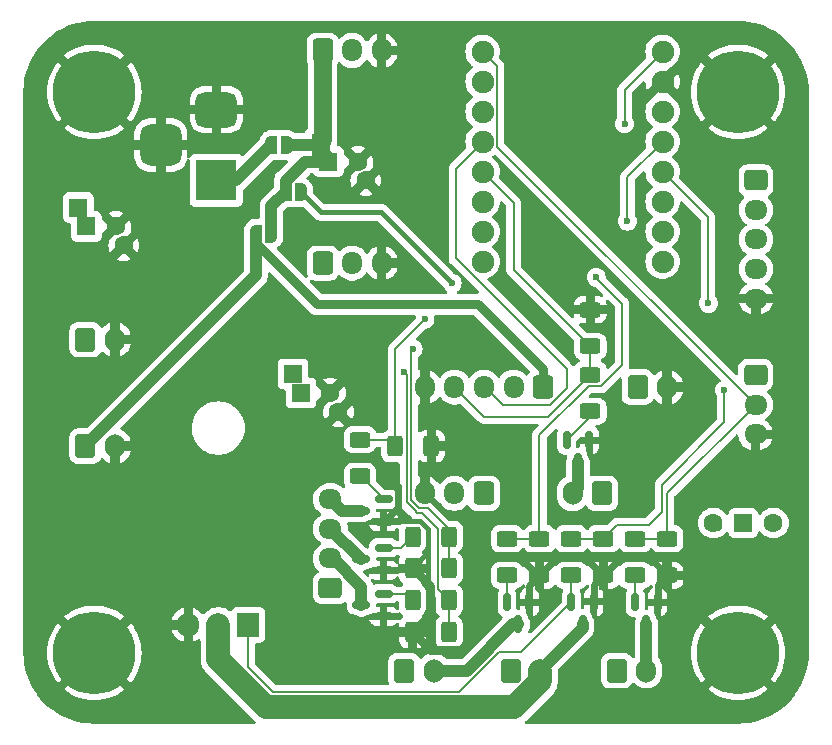
<source format=gbl>
G04 #@! TF.GenerationSoftware,KiCad,Pcbnew,8.0.5-8.0.5-0~ubuntu24.04.1*
G04 #@! TF.CreationDate,2024-09-30T22:34:35+02:00*
G04 #@! TF.ProjectId,ESP32-C3_LED_driver_PCB,45535033-322d-4433-935f-4c45445f6472,v1.0*
G04 #@! TF.SameCoordinates,Original*
G04 #@! TF.FileFunction,Copper,L2,Bot*
G04 #@! TF.FilePolarity,Positive*
%FSLAX46Y46*%
G04 Gerber Fmt 4.6, Leading zero omitted, Abs format (unit mm)*
G04 Created by KiCad (PCBNEW 8.0.5-8.0.5-0~ubuntu24.04.1) date 2024-09-30 22:34:35*
%MOMM*%
%LPD*%
G01*
G04 APERTURE LIST*
G04 Aperture macros list*
%AMRoundRect*
0 Rectangle with rounded corners*
0 $1 Rounding radius*
0 $2 $3 $4 $5 $6 $7 $8 $9 X,Y pos of 4 corners*
0 Add a 4 corners polygon primitive as box body*
4,1,4,$2,$3,$4,$5,$6,$7,$8,$9,$2,$3,0*
0 Add four circle primitives for the rounded corners*
1,1,$1+$1,$2,$3*
1,1,$1+$1,$4,$5*
1,1,$1+$1,$6,$7*
1,1,$1+$1,$8,$9*
0 Add four rect primitives between the rounded corners*
20,1,$1+$1,$2,$3,$4,$5,0*
20,1,$1+$1,$4,$5,$6,$7,0*
20,1,$1+$1,$6,$7,$8,$9,0*
20,1,$1+$1,$8,$9,$2,$3,0*%
%AMFreePoly0*
4,1,19,0.500000,-0.750000,0.000000,-0.750000,0.000000,-0.744911,-0.071157,-0.744911,-0.207708,-0.704816,-0.327430,-0.627875,-0.420627,-0.520320,-0.479746,-0.390866,-0.500000,-0.250000,-0.500000,0.250000,-0.479746,0.390866,-0.420627,0.520320,-0.327430,0.627875,-0.207708,0.704816,-0.071157,0.744911,0.000000,0.744911,0.000000,0.750000,0.500000,0.750000,0.500000,-0.750000,0.500000,-0.750000,
$1*%
%AMFreePoly1*
4,1,19,0.000000,0.744911,0.071157,0.744911,0.207708,0.704816,0.327430,0.627875,0.420627,0.520320,0.479746,0.390866,0.500000,0.250000,0.500000,-0.250000,0.479746,-0.390866,0.420627,-0.520320,0.327430,-0.627875,0.207708,-0.704816,0.071157,-0.744911,0.000000,-0.744911,0.000000,-0.750000,-0.500000,-0.750000,-0.500000,0.750000,0.000000,0.750000,0.000000,0.744911,0.000000,0.744911,
$1*%
G04 Aperture macros list end*
G04 #@! TA.AperFunction,ComponentPad*
%ADD10R,1.500000X1.500000*%
G04 #@! TD*
G04 #@! TA.AperFunction,ComponentPad*
%ADD11C,1.600000*%
G04 #@! TD*
G04 #@! TA.AperFunction,SMDPad,CuDef*
%ADD12RoundRect,0.250000X-0.625000X0.400000X-0.625000X-0.400000X0.625000X-0.400000X0.625000X0.400000X0*%
G04 #@! TD*
G04 #@! TA.AperFunction,SMDPad,CuDef*
%ADD13RoundRect,0.250000X0.625000X-0.400000X0.625000X0.400000X-0.625000X0.400000X-0.625000X-0.400000X0*%
G04 #@! TD*
G04 #@! TA.AperFunction,SMDPad,CuDef*
%ADD14RoundRect,0.150000X-0.150000X0.587500X-0.150000X-0.587500X0.150000X-0.587500X0.150000X0.587500X0*%
G04 #@! TD*
G04 #@! TA.AperFunction,ComponentPad*
%ADD15RoundRect,0.250000X0.600000X0.750000X-0.600000X0.750000X-0.600000X-0.750000X0.600000X-0.750000X0*%
G04 #@! TD*
G04 #@! TA.AperFunction,ComponentPad*
%ADD16O,1.700000X2.000000*%
G04 #@! TD*
G04 #@! TA.AperFunction,ComponentPad*
%ADD17O,1.700000X1.950000*%
G04 #@! TD*
G04 #@! TA.AperFunction,ComponentPad*
%ADD18RoundRect,0.250000X0.600000X0.725000X-0.600000X0.725000X-0.600000X-0.725000X0.600000X-0.725000X0*%
G04 #@! TD*
G04 #@! TA.AperFunction,ComponentPad*
%ADD19C,0.800000*%
G04 #@! TD*
G04 #@! TA.AperFunction,ComponentPad*
%ADD20C,7.000000*%
G04 #@! TD*
G04 #@! TA.AperFunction,ComponentPad*
%ADD21RoundRect,0.250000X-0.600000X-0.750000X0.600000X-0.750000X0.600000X0.750000X-0.600000X0.750000X0*%
G04 #@! TD*
G04 #@! TA.AperFunction,SMDPad,CuDef*
%ADD22RoundRect,0.250000X0.400000X0.625000X-0.400000X0.625000X-0.400000X-0.625000X0.400000X-0.625000X0*%
G04 #@! TD*
G04 #@! TA.AperFunction,ComponentPad*
%ADD23R,1.600000X1.600000*%
G04 #@! TD*
G04 #@! TA.AperFunction,SMDPad,CuDef*
%ADD24RoundRect,0.250000X-0.400000X-0.625000X0.400000X-0.625000X0.400000X0.625000X-0.400000X0.625000X0*%
G04 #@! TD*
G04 #@! TA.AperFunction,ComponentPad*
%ADD25R,1.905000X2.000000*%
G04 #@! TD*
G04 #@! TA.AperFunction,ComponentPad*
%ADD26O,1.905000X2.000000*%
G04 #@! TD*
G04 #@! TA.AperFunction,SMDPad,CuDef*
%ADD27RoundRect,0.150000X0.587500X0.150000X-0.587500X0.150000X-0.587500X-0.150000X0.587500X-0.150000X0*%
G04 #@! TD*
G04 #@! TA.AperFunction,SMDPad,CuDef*
%ADD28FreePoly0,180.000000*%
G04 #@! TD*
G04 #@! TA.AperFunction,SMDPad,CuDef*
%ADD29FreePoly1,180.000000*%
G04 #@! TD*
G04 #@! TA.AperFunction,SMDPad,CuDef*
%ADD30FreePoly1,0.000000*%
G04 #@! TD*
G04 #@! TA.AperFunction,SMDPad,CuDef*
%ADD31FreePoly0,0.000000*%
G04 #@! TD*
G04 #@! TA.AperFunction,ComponentPad*
%ADD32RoundRect,0.250000X-0.600000X-0.725000X0.600000X-0.725000X0.600000X0.725000X-0.600000X0.725000X0*%
G04 #@! TD*
G04 #@! TA.AperFunction,ComponentPad*
%ADD33C,1.905000*%
G04 #@! TD*
G04 #@! TA.AperFunction,ComponentPad*
%ADD34RoundRect,0.250000X-0.725000X0.600000X-0.725000X-0.600000X0.725000X-0.600000X0.725000X0.600000X0*%
G04 #@! TD*
G04 #@! TA.AperFunction,ComponentPad*
%ADD35O,1.950000X1.700000*%
G04 #@! TD*
G04 #@! TA.AperFunction,ComponentPad*
%ADD36R,3.500000X3.500000*%
G04 #@! TD*
G04 #@! TA.AperFunction,ComponentPad*
%ADD37RoundRect,0.750000X-1.000000X0.750000X-1.000000X-0.750000X1.000000X-0.750000X1.000000X0.750000X0*%
G04 #@! TD*
G04 #@! TA.AperFunction,ComponentPad*
%ADD38RoundRect,0.875000X-0.875000X0.875000X-0.875000X-0.875000X0.875000X-0.875000X0.875000X0.875000X0*%
G04 #@! TD*
G04 #@! TA.AperFunction,ComponentPad*
%ADD39RoundRect,0.250000X0.725000X-0.600000X0.725000X0.600000X-0.725000X0.600000X-0.725000X-0.600000X0*%
G04 #@! TD*
G04 #@! TA.AperFunction,ViaPad*
%ADD40C,0.600000*%
G04 #@! TD*
G04 #@! TA.AperFunction,Conductor*
%ADD41C,0.200000*%
G04 #@! TD*
G04 #@! TA.AperFunction,Conductor*
%ADD42C,0.600000*%
G04 #@! TD*
G04 #@! TA.AperFunction,Conductor*
%ADD43C,0.400000*%
G04 #@! TD*
G04 #@! TA.AperFunction,Conductor*
%ADD44C,0.800000*%
G04 #@! TD*
G04 #@! TA.AperFunction,Conductor*
%ADD45C,1.000000*%
G04 #@! TD*
G04 #@! TA.AperFunction,Conductor*
%ADD46C,2.000000*%
G04 #@! TD*
G04 #@! TA.AperFunction,Conductor*
%ADD47C,1.500000*%
G04 #@! TD*
G04 APERTURE END LIST*
D10*
X161960000Y-103500000D03*
D11*
X159420000Y-103500000D03*
X164500000Y-103500000D03*
D12*
X149000000Y-90950000D03*
X149000000Y-94050000D03*
D13*
X149000000Y-88550000D03*
X149000000Y-85450000D03*
D14*
X147000000Y-96500000D03*
X148900000Y-96500000D03*
X147950000Y-98375000D03*
D15*
X150000000Y-101000000D03*
D16*
X147500000Y-101000000D03*
D17*
X135000000Y-101000000D03*
X137500000Y-101000000D03*
D18*
X140000000Y-101000000D03*
D19*
X109625000Y-67000000D03*
X108856155Y-68856155D03*
X108856155Y-65143845D03*
X107000000Y-69625000D03*
D20*
X107000000Y-67000000D03*
D19*
X107000000Y-64375000D03*
X105143845Y-68856155D03*
X105143845Y-65143845D03*
X104375000Y-67000000D03*
X158875000Y-67000000D03*
X159643845Y-65143845D03*
X159643845Y-68856155D03*
X161500000Y-64375000D03*
D20*
X161500000Y-67000000D03*
D19*
X161500000Y-69625000D03*
X163356155Y-65143845D03*
X163356155Y-68856155D03*
X164125000Y-67000000D03*
X104375000Y-114500000D03*
X105143845Y-112643845D03*
X105143845Y-116356155D03*
X107000000Y-111875000D03*
D20*
X107000000Y-114500000D03*
D19*
X107000000Y-117125000D03*
X108856155Y-112643845D03*
X108856155Y-116356155D03*
X109625000Y-114500000D03*
X164125000Y-114500000D03*
X163356155Y-116356155D03*
X163356155Y-112643845D03*
X161500000Y-117125000D03*
D20*
X161500000Y-114500000D03*
D19*
X161500000Y-111875000D03*
X159643845Y-116356155D03*
X159643845Y-112643845D03*
X158875000Y-114500000D03*
D12*
X144700000Y-107950000D03*
X144700000Y-104850000D03*
D21*
X151250000Y-116000000D03*
D16*
X153750000Y-116000000D03*
D22*
X137050000Y-112750000D03*
X133950000Y-112750000D03*
D17*
X135000000Y-92000000D03*
X137500000Y-92000000D03*
X140000000Y-92000000D03*
X142500000Y-92000000D03*
D18*
X145000000Y-92000000D03*
D14*
X153750000Y-112100000D03*
X154700000Y-110225000D03*
X152800000Y-110225000D03*
D11*
X130000000Y-74500000D03*
X129329063Y-72900000D03*
D23*
X126829063Y-72900000D03*
X126158126Y-71300000D03*
D14*
X141950000Y-110225000D03*
X143850000Y-110225000D03*
X142900000Y-112100000D03*
D12*
X141950000Y-104850000D03*
X141950000Y-107950000D03*
D21*
X142250000Y-116000000D03*
D16*
X144750000Y-116000000D03*
D24*
X132450000Y-97000000D03*
X135550000Y-97000000D03*
D12*
X155500000Y-107950000D03*
X155500000Y-104850000D03*
D25*
X120040000Y-112130000D03*
D26*
X117500000Y-112130000D03*
X114960000Y-112130000D03*
D27*
X129625000Y-102450000D03*
X131500000Y-103400000D03*
X131500000Y-101500000D03*
D22*
X137050000Y-110050000D03*
X133950000Y-110050000D03*
D28*
X123300000Y-71500000D03*
D29*
X122000000Y-71500000D03*
D27*
X131500000Y-109500000D03*
X131500000Y-111400000D03*
X129625000Y-110450000D03*
D30*
X122000000Y-79000000D03*
D31*
X120700000Y-79000000D03*
D21*
X133250000Y-116000000D03*
D16*
X135750000Y-116000000D03*
D22*
X133950000Y-107350000D03*
X137050000Y-107350000D03*
D12*
X150100000Y-104850000D03*
X150100000Y-107950000D03*
D27*
X131500000Y-105600000D03*
X131500000Y-107500000D03*
X129625000Y-106550000D03*
D32*
X126341874Y-63500000D03*
D17*
X128841874Y-63500000D03*
X131341874Y-63500000D03*
D22*
X133950000Y-104650000D03*
X137050000Y-104650000D03*
D21*
X106250000Y-87975000D03*
D16*
X108750000Y-87975000D03*
D33*
X155120000Y-66140000D03*
X139880000Y-81380000D03*
X139880000Y-78840000D03*
X139880000Y-76300000D03*
X139880000Y-73760000D03*
X139880000Y-71220000D03*
X139880000Y-68680000D03*
X139880000Y-66140000D03*
X155120000Y-63600000D03*
X139880000Y-63600000D03*
X155120000Y-71220000D03*
X155120000Y-68680000D03*
X155120000Y-73760000D03*
X155120000Y-76300000D03*
X155120000Y-78840000D03*
X155120000Y-81380000D03*
D34*
X163025000Y-74500000D03*
D35*
X163025000Y-77000000D03*
X163025000Y-79500000D03*
X163025000Y-82000000D03*
X163025000Y-84500000D03*
D21*
X153000000Y-92000000D03*
D16*
X155500000Y-92000000D03*
D36*
X117341874Y-74500000D03*
D37*
X117341874Y-68500000D03*
D38*
X112641874Y-71500000D03*
D12*
X147400000Y-104850000D03*
X147400000Y-107950000D03*
D39*
X127000000Y-109000000D03*
D35*
X127000000Y-106500000D03*
X127000000Y-104000000D03*
X127000000Y-101500000D03*
D31*
X123200000Y-75500000D03*
D30*
X124500000Y-75500000D03*
D12*
X152800000Y-104850000D03*
X152800000Y-107950000D03*
D34*
X163000000Y-91000000D03*
D35*
X163000000Y-93500000D03*
X163000000Y-96000000D03*
D32*
X126341874Y-81500000D03*
D17*
X128841874Y-81500000D03*
X131341874Y-81500000D03*
D11*
X127670937Y-94100000D03*
X127000000Y-92500000D03*
D23*
X124500000Y-92500000D03*
X123829063Y-90900000D03*
D14*
X147400000Y-110175000D03*
X149300000Y-110175000D03*
X148350000Y-112050000D03*
D16*
X108750000Y-97000000D03*
D21*
X106250000Y-97000000D03*
D23*
X105658126Y-76800000D03*
X106329063Y-78400000D03*
D11*
X108829063Y-78400000D03*
X109500000Y-80000000D03*
D12*
X129500000Y-96450000D03*
X129500000Y-99550000D03*
D40*
X151900000Y-69700000D03*
X130000000Y-83000000D03*
X133700000Y-69700000D03*
X135600000Y-77300000D03*
X105600000Y-92300000D03*
X109000000Y-90300000D03*
X111600000Y-94800000D03*
X111400000Y-96400000D03*
X107600000Y-100400000D03*
X108700000Y-101700000D03*
X106100000Y-102000000D03*
X140400000Y-89100000D03*
X138500000Y-87400000D03*
X141500000Y-82500000D03*
X144700000Y-86200000D03*
X127000000Y-86800000D03*
X131900000Y-86700000D03*
X125900000Y-112900000D03*
X157400000Y-103800000D03*
X151000000Y-97800000D03*
X154800000Y-95800000D03*
X151100000Y-95800000D03*
X153300000Y-95200000D03*
X155800000Y-94800000D03*
X137300000Y-83200000D03*
X117700000Y-100200000D03*
X118900000Y-100600000D03*
X166500000Y-98300000D03*
X165500000Y-101500000D03*
X160000000Y-101400000D03*
X153670000Y-86360000D03*
X157226000Y-85344000D03*
X157226000Y-77724000D03*
X157480000Y-80010000D03*
X160782000Y-80010000D03*
X160528000Y-77470000D03*
X158496000Y-73914000D03*
X142800000Y-74950000D03*
X147400000Y-80650000D03*
X147000000Y-84500000D03*
X150350000Y-78400000D03*
X148900000Y-66550000D03*
X144500000Y-63250000D03*
X151550000Y-62900000D03*
X166000000Y-111000000D03*
X156950000Y-110900000D03*
X158900000Y-105600000D03*
X127050000Y-98650000D03*
X124950000Y-98950000D03*
X124100000Y-106550000D03*
X123600000Y-110900000D03*
X127600000Y-115400000D03*
X123800000Y-115400000D03*
X114000000Y-109350000D03*
X115350000Y-116600000D03*
X112900000Y-116450000D03*
X102500000Y-86900000D03*
X103200000Y-83600000D03*
X107750000Y-92000000D03*
X104100000Y-93550000D03*
X146900000Y-73550000D03*
X140350000Y-111700000D03*
X145200000Y-111000000D03*
X145100000Y-110200000D03*
X143250000Y-106650000D03*
X148750000Y-106600000D03*
X146000000Y-106650000D03*
X150250000Y-112350000D03*
X149550000Y-114150000D03*
X147450000Y-116800000D03*
X139250000Y-110850000D03*
X139100000Y-108700000D03*
X139500000Y-105750000D03*
X139400000Y-103950000D03*
X141450000Y-102850000D03*
X143200000Y-101200000D03*
X142400000Y-98700000D03*
X142200000Y-96200000D03*
X135950000Y-99000000D03*
X138450000Y-98650000D03*
X138600000Y-95700000D03*
X135250000Y-94900000D03*
X136450000Y-94250000D03*
X136850000Y-89950000D03*
X135400000Y-89850000D03*
X137950000Y-89550000D03*
X136250000Y-87700000D03*
X136250000Y-88950000D03*
X160350000Y-92250000D03*
X159000000Y-84900000D03*
X149500000Y-82700000D03*
X152150000Y-77950000D03*
X113750000Y-106250000D03*
X110400000Y-110600000D03*
X103900000Y-110100000D03*
X104000000Y-111100000D03*
X105750000Y-104500000D03*
X105750000Y-105500000D03*
X105750000Y-106500000D03*
X105750000Y-107500000D03*
X106000000Y-108300000D03*
X107000000Y-108600000D03*
X108100000Y-108600000D03*
X133250000Y-90750000D03*
X134000000Y-88750000D03*
X135000000Y-86250000D03*
X147000000Y-76000000D03*
X148800000Y-72100000D03*
X146500000Y-67500000D03*
X143850000Y-70600000D03*
X147500000Y-70900000D03*
D41*
X151900000Y-69700000D02*
X151900000Y-66820000D01*
X151900000Y-66820000D02*
X155120000Y-63600000D01*
D42*
X159420000Y-103500000D02*
X159800000Y-103880000D01*
D43*
X131500000Y-103400000D02*
X131600000Y-103300000D01*
X135300000Y-104000000D02*
X135300000Y-106000000D01*
X131600000Y-103300000D02*
X134600000Y-103300000D01*
X134600000Y-103300000D02*
X135300000Y-104000000D01*
X135300000Y-106000000D02*
X133950000Y-107350000D01*
D41*
X137050000Y-110050000D02*
X136100000Y-109100000D01*
X134357968Y-102675000D02*
X134123654Y-102440685D01*
X136100000Y-109100000D02*
X136100000Y-104000000D01*
X134123654Y-102440685D02*
X133450000Y-101767032D01*
X136100000Y-104000000D02*
X134775000Y-102675000D01*
X134775000Y-102675000D02*
X134357968Y-102675000D01*
X133450000Y-101767032D02*
X133450000Y-90950000D01*
X133450000Y-90950000D02*
X133250000Y-90750000D01*
D44*
X135425000Y-114225000D02*
X138075000Y-114225000D01*
X138075000Y-114225000D02*
X139000000Y-113300000D01*
X133950000Y-112750000D02*
X135425000Y-114225000D01*
D43*
X131300000Y-77200000D02*
X137300000Y-83200000D01*
X130600000Y-77200000D02*
X131300000Y-77200000D01*
X124500000Y-75500000D02*
X126200000Y-77200000D01*
X126200000Y-77200000D02*
X130600000Y-77200000D01*
D44*
X120700000Y-79000000D02*
X120700000Y-79805601D01*
X120700000Y-79805601D02*
X125894399Y-85000000D01*
X125894399Y-85000000D02*
X139500000Y-85000000D01*
X139500000Y-85000000D02*
X145000000Y-90500000D01*
X145000000Y-90500000D02*
X145000000Y-92000000D01*
D41*
X150100000Y-104850000D02*
X151300000Y-103650000D01*
X151300000Y-103650000D02*
X153950000Y-103650000D01*
X153950000Y-103650000D02*
X155050000Y-102550000D01*
X155050000Y-102550000D02*
X155050000Y-100248528D01*
X155050000Y-100248528D02*
X160350000Y-94948528D01*
X160350000Y-94948528D02*
X160350000Y-92250000D01*
X155500000Y-104850000D02*
X155500000Y-101000000D01*
X155500000Y-101000000D02*
X163000000Y-93500000D01*
X159000000Y-77640000D02*
X155120000Y-73760000D01*
X159000000Y-84900000D02*
X159000000Y-77640000D01*
X144700000Y-104850000D02*
X144700000Y-96050000D01*
X148850000Y-91900000D02*
X149900000Y-91900000D01*
X149900000Y-91900000D02*
X151700000Y-90100000D01*
X144700000Y-96050000D02*
X148850000Y-91900000D01*
X151700000Y-90100000D02*
X151700000Y-84950000D01*
X151700000Y-84950000D02*
X149500000Y-82750000D01*
X152150000Y-74190000D02*
X155120000Y-71220000D01*
X149500000Y-82750000D02*
X149500000Y-82700000D01*
X152150000Y-77950000D02*
X152150000Y-74190000D01*
D42*
X155500000Y-107950000D02*
X154100000Y-106550000D01*
X151500000Y-106550000D02*
X151550000Y-106550000D01*
X150100000Y-107950000D02*
X151500000Y-106550000D01*
X150100000Y-107950000D02*
X148750000Y-106600000D01*
X144700000Y-107950000D02*
X146000000Y-106650000D01*
X144550000Y-107950000D02*
X143250000Y-106650000D01*
X144700000Y-107950000D02*
X144550000Y-107950000D01*
X154700000Y-110225000D02*
X154700000Y-108750000D01*
X154700000Y-108750000D02*
X155500000Y-107950000D01*
X149300000Y-110175000D02*
X149300000Y-108750000D01*
X149300000Y-108750000D02*
X150100000Y-107950000D01*
X143850000Y-110225000D02*
X143850000Y-108800000D01*
X143850000Y-108800000D02*
X144700000Y-107950000D01*
D41*
X152800000Y-104850000D02*
X155500000Y-104850000D01*
X147400000Y-104850000D02*
X150100000Y-104850000D01*
X141950000Y-104850000D02*
X144700000Y-104850000D01*
D45*
X148350000Y-112050000D02*
X148350000Y-112400000D01*
X148350000Y-112400000D02*
X144750000Y-116000000D01*
X153750000Y-112100000D02*
X153750000Y-116000000D01*
X135750000Y-116000000D02*
X138565578Y-116000000D01*
X138565578Y-116000000D02*
X142465578Y-112100000D01*
X142465578Y-112100000D02*
X142900000Y-112100000D01*
D41*
X120040000Y-112130000D02*
X120040000Y-115736522D01*
X120040000Y-115736522D02*
X122103478Y-117800000D01*
X137896948Y-117800000D02*
X141246948Y-114450000D01*
X122103478Y-117800000D02*
X137896948Y-117800000D01*
X141246948Y-114450000D02*
X143125000Y-114450000D01*
X143125000Y-114450000D02*
X147400000Y-110175000D01*
X152800000Y-107950000D02*
X152800000Y-110225000D01*
X147400000Y-107950000D02*
X147400000Y-110175000D01*
X141950000Y-107950000D02*
X141950000Y-110225000D01*
D46*
X144750000Y-116907538D02*
X144750000Y-116000000D01*
X121565000Y-119100000D02*
X139900000Y-119100000D01*
X139900000Y-119100000D02*
X142557538Y-119100000D01*
X142557538Y-119100000D02*
X144750000Y-116907538D01*
X117500000Y-115035000D02*
X121565000Y-119100000D01*
X117500000Y-112130000D02*
X117500000Y-115035000D01*
D44*
X133950000Y-107350000D02*
X135400000Y-108800000D01*
X135400000Y-108800000D02*
X135400000Y-111300000D01*
X135400000Y-111300000D02*
X133950000Y-112750000D01*
D42*
X135000000Y-101000000D02*
X137000000Y-103000000D01*
X137000000Y-103000000D02*
X138100000Y-103000000D01*
D45*
X120700000Y-79000000D02*
X120700000Y-82550000D01*
X120700000Y-82550000D02*
X106250000Y-97000000D01*
D41*
X137050000Y-104650000D02*
X137050000Y-104050000D01*
X137050000Y-104050000D02*
X135275000Y-102275000D01*
X135275000Y-102275000D02*
X134523654Y-102275000D01*
X134523654Y-102275000D02*
X133850000Y-101601346D01*
X133850000Y-101601346D02*
X133850000Y-88900000D01*
X133850000Y-88900000D02*
X134000000Y-88750000D01*
X131500000Y-109500000D02*
X133400000Y-109500000D01*
X133400000Y-109500000D02*
X133950000Y-110050000D01*
X131500000Y-105600000D02*
X133000000Y-105600000D01*
X133000000Y-105600000D02*
X133950000Y-104650000D01*
X135000000Y-86250000D02*
X132450000Y-88800000D01*
X132450000Y-88800000D02*
X132450000Y-97000000D01*
X137050000Y-110050000D02*
X137050000Y-112750000D01*
X137050000Y-104650000D02*
X137050000Y-107350000D01*
X129500000Y-96450000D02*
X131900000Y-96450000D01*
X131900000Y-96450000D02*
X132450000Y-97000000D01*
X131500000Y-101500000D02*
X129550000Y-99550000D01*
X129550000Y-99550000D02*
X129500000Y-99550000D01*
X133750000Y-110250000D02*
X133950000Y-110050000D01*
D45*
X129625000Y-102450000D02*
X127950000Y-102450000D01*
X127950000Y-102450000D02*
X127000000Y-101500000D01*
X129625000Y-106550000D02*
X129550000Y-106550000D01*
X129550000Y-106550000D02*
X127000000Y-104000000D01*
X129625000Y-110450000D02*
X129625000Y-108949570D01*
X129625000Y-108949570D02*
X127175430Y-106500000D01*
X127175430Y-106500000D02*
X127000000Y-106500000D01*
D41*
X163000000Y-93500000D02*
X141132500Y-71632500D01*
X141132500Y-71632500D02*
X141132500Y-64852500D01*
X141132500Y-64852500D02*
X139880000Y-63600000D01*
X140000000Y-92000000D02*
X140125000Y-92000000D01*
X140125000Y-92000000D02*
X141625000Y-93500000D01*
X141625000Y-93500000D02*
X145609744Y-93500000D01*
X145609744Y-93500000D02*
X147000000Y-92109744D01*
X147000000Y-92109744D02*
X147000000Y-90500000D01*
X147000000Y-90500000D02*
X137600000Y-81100000D01*
X137600000Y-81100000D02*
X137600000Y-73500000D01*
X137600000Y-73500000D02*
X139880000Y-71220000D01*
X149000000Y-90950000D02*
X145450000Y-94500000D01*
X145450000Y-94500000D02*
X140000000Y-94500000D01*
X140000000Y-94500000D02*
X137500000Y-92000000D01*
X149000000Y-88550000D02*
X142500000Y-82050000D01*
X142500000Y-82050000D02*
X142500000Y-76380000D01*
X142500000Y-76380000D02*
X139880000Y-73760000D01*
X149000000Y-90950000D02*
X149000000Y-88550000D01*
D45*
X117341874Y-74500000D02*
X119000000Y-74500000D01*
X119000000Y-74500000D02*
X122000000Y-71500000D01*
X123200000Y-75500000D02*
X123200000Y-74552977D01*
X123200000Y-74552977D02*
X124852977Y-72900000D01*
X124852977Y-72900000D02*
X126829063Y-72900000D01*
X123300000Y-71500000D02*
X125958126Y-71500000D01*
X125958126Y-71500000D02*
X126158126Y-71300000D01*
D47*
X126158126Y-71300000D02*
X126158126Y-72229063D01*
X126158126Y-72229063D02*
X126829063Y-72900000D01*
X126341874Y-63500000D02*
X126341874Y-71116252D01*
X126341874Y-71116252D02*
X126158126Y-71300000D01*
D45*
X147950000Y-98375000D02*
X147950000Y-100550000D01*
X147950000Y-100550000D02*
X147500000Y-101000000D01*
X150300000Y-101300000D02*
X150000000Y-101000000D01*
D41*
X147000000Y-96500000D02*
X149000000Y-94500000D01*
X149000000Y-94500000D02*
X149000000Y-94050000D01*
D45*
X122000000Y-76700000D02*
X123200000Y-75500000D01*
X122000000Y-79000000D02*
X122000000Y-76700000D01*
D42*
X132737500Y-100337500D02*
X131900000Y-99500000D01*
X132737500Y-102162500D02*
X132737500Y-100337500D01*
X131500000Y-103400000D02*
X132737500Y-102162500D01*
G04 #@! TA.AperFunction,Conductor*
G36*
X132845629Y-101924224D02*
G01*
X132885560Y-101981559D01*
X132887736Y-101988789D01*
X132890424Y-101998820D01*
X132890425Y-101998822D01*
X132913552Y-102038878D01*
X132916057Y-102043216D01*
X132959715Y-102118834D01*
X132969479Y-102135746D01*
X132969481Y-102135749D01*
X133088349Y-102254617D01*
X133088355Y-102254622D01*
X133643134Y-102809400D01*
X133870377Y-103036644D01*
X133870380Y-103036648D01*
X133896551Y-103062819D01*
X133930036Y-103124142D01*
X133925052Y-103193834D01*
X133883180Y-103249767D01*
X133817716Y-103274184D01*
X133808870Y-103274500D01*
X133499999Y-103274500D01*
X133499980Y-103274501D01*
X133397203Y-103285000D01*
X133397200Y-103285001D01*
X133230668Y-103340185D01*
X133230663Y-103340187D01*
X133081342Y-103432289D01*
X132957289Y-103556342D01*
X132897473Y-103653320D01*
X132845525Y-103700044D01*
X132776562Y-103711267D01*
X132750631Y-103700000D01*
X131800000Y-103700000D01*
X131800000Y-104200000D01*
X132153134Y-104200000D01*
X132153149Y-104199999D01*
X132189989Y-104197100D01*
X132189995Y-104197099D01*
X132347693Y-104151283D01*
X132347696Y-104151282D01*
X132489052Y-104067685D01*
X132489061Y-104067678D01*
X132587819Y-103968921D01*
X132649142Y-103935436D01*
X132718834Y-103940420D01*
X132774767Y-103982292D01*
X132799184Y-104047756D01*
X132799500Y-104056602D01*
X132799500Y-104875500D01*
X132779815Y-104942539D01*
X132727011Y-104988294D01*
X132675500Y-104999500D01*
X132608308Y-104999500D01*
X132541269Y-104979815D01*
X132520626Y-104963180D01*
X132489370Y-104931923D01*
X132489362Y-104931917D01*
X132401223Y-104879792D01*
X132347898Y-104848256D01*
X132347897Y-104848255D01*
X132347896Y-104848255D01*
X132347893Y-104848254D01*
X132190073Y-104802402D01*
X132190067Y-104802401D01*
X132153201Y-104799500D01*
X132153194Y-104799500D01*
X130846806Y-104799500D01*
X130846798Y-104799500D01*
X130809932Y-104802401D01*
X130809926Y-104802402D01*
X130652106Y-104848254D01*
X130652103Y-104848255D01*
X130510637Y-104931917D01*
X130510629Y-104931923D01*
X130394423Y-105048129D01*
X130394417Y-105048137D01*
X130310755Y-105189603D01*
X130310754Y-105189606D01*
X130264902Y-105347426D01*
X130264901Y-105347432D01*
X130262000Y-105384298D01*
X130262000Y-105545341D01*
X130242315Y-105612380D01*
X130189511Y-105658135D01*
X130120353Y-105668079D01*
X130090558Y-105659907D01*
X130086499Y-105658225D01*
X130046262Y-105631342D01*
X128511819Y-104096898D01*
X128478334Y-104035575D01*
X128475500Y-104009217D01*
X128475500Y-103893713D01*
X128446603Y-103711267D01*
X128444819Y-103700000D01*
X130279204Y-103700000D01*
X130311218Y-103810198D01*
X130394814Y-103951552D01*
X130394821Y-103951561D01*
X130510938Y-104067678D01*
X130510947Y-104067685D01*
X130652303Y-104151282D01*
X130652306Y-104151283D01*
X130810004Y-104197099D01*
X130810010Y-104197100D01*
X130846850Y-104199999D01*
X130846866Y-104200000D01*
X131200000Y-104200000D01*
X131200000Y-103700000D01*
X130279204Y-103700000D01*
X128444819Y-103700000D01*
X128442246Y-103683757D01*
X128419195Y-103612816D01*
X128417201Y-103542977D01*
X128453281Y-103483144D01*
X128515982Y-103452316D01*
X128537127Y-103450500D01*
X129723543Y-103450500D01*
X129853582Y-103424632D01*
X129916835Y-103412051D01*
X130098914Y-103336632D01*
X130196544Y-103271398D01*
X130263222Y-103250520D01*
X130265435Y-103250500D01*
X130278186Y-103250500D01*
X130278194Y-103250500D01*
X130315069Y-103247598D01*
X130315071Y-103247597D01*
X130315073Y-103247597D01*
X130359887Y-103234577D01*
X130472898Y-103201744D01*
X130610760Y-103120213D01*
X130615740Y-103117268D01*
X130678861Y-103100000D01*
X131200000Y-103100000D01*
X131800000Y-103100000D01*
X132720796Y-103100000D01*
X132688781Y-102989801D01*
X132605185Y-102848447D01*
X132605178Y-102848438D01*
X132489061Y-102732321D01*
X132489052Y-102732314D01*
X132347696Y-102648717D01*
X132347693Y-102648716D01*
X132189995Y-102602900D01*
X132189989Y-102602899D01*
X132153149Y-102600000D01*
X131800000Y-102600000D01*
X131800000Y-103100000D01*
X131200000Y-103100000D01*
X131200000Y-102600000D01*
X130987000Y-102600000D01*
X130919961Y-102580315D01*
X130874206Y-102527511D01*
X130863000Y-102476000D01*
X130863000Y-102424500D01*
X130882685Y-102357461D01*
X130935489Y-102311706D01*
X130987000Y-102300500D01*
X132153186Y-102300500D01*
X132153194Y-102300500D01*
X132190069Y-102297598D01*
X132190071Y-102297597D01*
X132190073Y-102297597D01*
X132231691Y-102285505D01*
X132347898Y-102251744D01*
X132489365Y-102168081D01*
X132605581Y-102051865D01*
X132661231Y-101957764D01*
X132712298Y-101910083D01*
X132781040Y-101897579D01*
X132845629Y-101924224D01*
G37*
G04 #@! TD.AperFunction*
G04 #@! TA.AperFunction,Conductor*
G36*
X140957304Y-72314600D02*
G01*
X140987614Y-72336849D01*
X159997692Y-91346927D01*
X160031177Y-91408250D01*
X160026193Y-91477942D01*
X159984321Y-91533875D01*
X159975983Y-91539602D01*
X159847737Y-91620184D01*
X159720184Y-91747737D01*
X159624211Y-91900476D01*
X159564631Y-92070745D01*
X159564630Y-92070750D01*
X159544435Y-92249996D01*
X159544435Y-92250003D01*
X159564630Y-92429249D01*
X159564631Y-92429254D01*
X159624211Y-92599523D01*
X159720185Y-92752263D01*
X159722445Y-92755097D01*
X159723334Y-92757275D01*
X159723889Y-92758158D01*
X159723734Y-92758255D01*
X159748855Y-92819783D01*
X159749500Y-92832412D01*
X159749500Y-94648430D01*
X159729815Y-94715469D01*
X159713181Y-94736111D01*
X154569481Y-99879810D01*
X154569479Y-99879812D01*
X154548843Y-99915556D01*
X154540120Y-99930666D01*
X154490423Y-100016743D01*
X154449499Y-100169471D01*
X154449499Y-100169473D01*
X154449499Y-100337574D01*
X154449500Y-100337587D01*
X154449500Y-102249903D01*
X154429815Y-102316942D01*
X154413181Y-102337584D01*
X153737584Y-103013181D01*
X153676261Y-103046666D01*
X153649903Y-103049500D01*
X151379057Y-103049500D01*
X151220942Y-103049500D01*
X151068215Y-103090423D01*
X151051628Y-103100000D01*
X151035038Y-103109578D01*
X151035037Y-103109577D01*
X150931287Y-103169477D01*
X150931282Y-103169481D01*
X150819478Y-103281286D01*
X150437582Y-103663181D01*
X150376259Y-103696666D01*
X150349901Y-103699500D01*
X149424998Y-103699500D01*
X149424980Y-103699501D01*
X149322203Y-103710000D01*
X149322200Y-103710001D01*
X149155668Y-103765185D01*
X149155663Y-103765187D01*
X149006342Y-103857289D01*
X148882289Y-103981342D01*
X148855539Y-104024712D01*
X148803591Y-104071436D01*
X148734628Y-104082659D01*
X148670546Y-104054815D01*
X148644461Y-104024712D01*
X148634904Y-104009217D01*
X148617712Y-103981344D01*
X148493656Y-103857288D01*
X148344334Y-103765186D01*
X148177797Y-103710001D01*
X148177795Y-103710000D01*
X148075010Y-103699500D01*
X146724998Y-103699500D01*
X146724981Y-103699501D01*
X146622203Y-103710000D01*
X146622200Y-103710001D01*
X146455668Y-103765185D01*
X146455663Y-103765187D01*
X146306342Y-103857289D01*
X146182289Y-103981342D01*
X146155539Y-104024712D01*
X146103591Y-104071436D01*
X146034628Y-104082659D01*
X145970546Y-104054815D01*
X145944461Y-104024712D01*
X145934904Y-104009217D01*
X145917712Y-103981344D01*
X145793656Y-103857288D01*
X145644334Y-103765186D01*
X145477797Y-103710001D01*
X145477794Y-103710000D01*
X145411897Y-103703268D01*
X145347205Y-103676871D01*
X145307054Y-103619690D01*
X145300500Y-103579910D01*
X145300500Y-96350096D01*
X145320185Y-96283057D01*
X145336814Y-96262420D01*
X146030070Y-95569164D01*
X146091392Y-95535680D01*
X146161084Y-95540664D01*
X146217017Y-95582536D01*
X146241434Y-95648000D01*
X146236826Y-95691441D01*
X146202402Y-95809926D01*
X146202401Y-95809932D01*
X146199500Y-95846798D01*
X146199500Y-97153201D01*
X146202401Y-97190067D01*
X146202402Y-97190073D01*
X146248254Y-97347893D01*
X146248255Y-97347896D01*
X146331917Y-97489362D01*
X146331923Y-97489370D01*
X146448129Y-97605576D01*
X146448133Y-97605579D01*
X146448135Y-97605581D01*
X146589602Y-97689244D01*
X146631224Y-97701336D01*
X146747426Y-97735097D01*
X146747429Y-97735097D01*
X146747431Y-97735098D01*
X146784306Y-97738000D01*
X146945341Y-97738000D01*
X147012380Y-97757685D01*
X147058135Y-97810489D01*
X147068079Y-97879647D01*
X147059902Y-97909452D01*
X146987950Y-98083160D01*
X146987947Y-98083170D01*
X146949500Y-98276456D01*
X146949500Y-99538804D01*
X146929815Y-99605843D01*
X146881796Y-99649288D01*
X146792182Y-99694949D01*
X146620213Y-99819890D01*
X146469890Y-99970213D01*
X146344951Y-100142179D01*
X146248444Y-100331585D01*
X146182753Y-100533760D01*
X146157576Y-100692722D01*
X146149500Y-100743713D01*
X146149500Y-101256287D01*
X146182754Y-101466243D01*
X146228257Y-101606287D01*
X146248444Y-101668414D01*
X146344951Y-101857820D01*
X146469890Y-102029786D01*
X146620213Y-102180109D01*
X146792179Y-102305048D01*
X146792181Y-102305049D01*
X146792184Y-102305051D01*
X146981588Y-102401557D01*
X147183757Y-102467246D01*
X147393713Y-102500500D01*
X147393714Y-102500500D01*
X147606286Y-102500500D01*
X147606287Y-102500500D01*
X147816243Y-102467246D01*
X148018412Y-102401557D01*
X148207816Y-102305051D01*
X148332634Y-102214366D01*
X148379784Y-102180110D01*
X148379784Y-102180109D01*
X148379792Y-102180104D01*
X148518604Y-102041291D01*
X148579923Y-102007809D01*
X148649615Y-102012793D01*
X148705549Y-102054664D01*
X148711821Y-102063878D01*
X148715185Y-102069333D01*
X148715186Y-102069334D01*
X148807288Y-102218656D01*
X148931344Y-102342712D01*
X149080666Y-102434814D01*
X149247203Y-102489999D01*
X149349991Y-102500500D01*
X150650008Y-102500499D01*
X150752797Y-102489999D01*
X150919334Y-102434814D01*
X151068656Y-102342712D01*
X151192712Y-102218656D01*
X151284814Y-102069334D01*
X151339999Y-101902797D01*
X151350500Y-101800009D01*
X151350499Y-100199992D01*
X151348074Y-100176257D01*
X151339999Y-100097203D01*
X151339998Y-100097200D01*
X151315686Y-100023831D01*
X151284814Y-99930666D01*
X151192712Y-99781344D01*
X151068656Y-99657288D01*
X150948741Y-99583324D01*
X150919336Y-99565187D01*
X150919331Y-99565185D01*
X150917862Y-99564698D01*
X150752797Y-99510001D01*
X150752795Y-99510000D01*
X150650010Y-99499500D01*
X149349998Y-99499500D01*
X149349981Y-99499501D01*
X149247203Y-99510000D01*
X149247200Y-99510001D01*
X149113504Y-99554304D01*
X149043675Y-99556706D01*
X148983634Y-99520974D01*
X148952441Y-99458453D01*
X148950500Y-99436598D01*
X148950500Y-98276456D01*
X148912052Y-98083170D01*
X148912051Y-98083169D01*
X148912051Y-98083165D01*
X148891411Y-98033336D01*
X148836633Y-97901088D01*
X148771398Y-97803456D01*
X148750520Y-97736778D01*
X148750500Y-97734565D01*
X148750500Y-97721813D01*
X148750499Y-97721798D01*
X148750420Y-97720795D01*
X149200000Y-97720795D01*
X149310198Y-97688781D01*
X149451552Y-97605185D01*
X149451561Y-97605178D01*
X149567678Y-97489061D01*
X149567685Y-97489052D01*
X149651282Y-97347696D01*
X149651283Y-97347693D01*
X149697099Y-97189995D01*
X149697100Y-97189989D01*
X149699999Y-97153149D01*
X149700000Y-97153134D01*
X149700000Y-96800000D01*
X149200000Y-96800000D01*
X149200000Y-97720795D01*
X148750420Y-97720795D01*
X148749258Y-97706031D01*
X148747598Y-97684931D01*
X148737008Y-97648481D01*
X148709457Y-97553650D01*
X148701744Y-97527102D01*
X148685716Y-97500000D01*
X148617268Y-97384258D01*
X148600000Y-97321138D01*
X148600000Y-96800000D01*
X148100000Y-96800000D01*
X148100000Y-97013000D01*
X148080315Y-97080039D01*
X148027511Y-97125794D01*
X147976000Y-97137000D01*
X147924500Y-97137000D01*
X147857461Y-97117315D01*
X147811706Y-97064511D01*
X147800500Y-97013000D01*
X147800500Y-96600097D01*
X147820185Y-96533058D01*
X147836819Y-96512416D01*
X148112916Y-96236319D01*
X148174239Y-96202834D01*
X148200597Y-96200000D01*
X149700000Y-96200000D01*
X149700000Y-95846865D01*
X149699999Y-95846850D01*
X149697100Y-95810010D01*
X149697099Y-95810004D01*
X149651283Y-95652306D01*
X149651282Y-95652303D01*
X149567685Y-95510947D01*
X149567678Y-95510938D01*
X149468920Y-95412180D01*
X149435435Y-95350857D01*
X149440419Y-95281165D01*
X149482291Y-95225232D01*
X149547755Y-95200815D01*
X149556601Y-95200499D01*
X149675002Y-95200499D01*
X149675008Y-95200499D01*
X149777797Y-95189999D01*
X149944334Y-95134814D01*
X150093656Y-95042712D01*
X150217712Y-94918656D01*
X150309814Y-94769334D01*
X150364999Y-94602797D01*
X150375500Y-94500009D01*
X150375499Y-93599992D01*
X150369023Y-93536600D01*
X150364999Y-93497203D01*
X150364998Y-93497200D01*
X150355839Y-93469561D01*
X150309814Y-93330666D01*
X150217712Y-93181344D01*
X150093656Y-93057288D01*
X149944334Y-92965186D01*
X149777797Y-92910001D01*
X149777795Y-92910000D01*
X149675016Y-92899500D01*
X149675009Y-92899500D01*
X148999097Y-92899500D01*
X148932058Y-92879815D01*
X148886303Y-92827011D01*
X148876359Y-92757853D01*
X148905384Y-92694297D01*
X148911416Y-92687819D01*
X149062416Y-92536819D01*
X149123739Y-92503334D01*
X149150097Y-92500500D01*
X149813331Y-92500500D01*
X149813347Y-92500501D01*
X149820943Y-92500501D01*
X149979054Y-92500501D01*
X149979057Y-92500501D01*
X150131785Y-92459577D01*
X150215387Y-92411309D01*
X150268716Y-92380520D01*
X150380520Y-92268716D01*
X150380520Y-92268714D01*
X150390724Y-92258511D01*
X150390728Y-92258506D01*
X151437821Y-91211412D01*
X151499142Y-91177929D01*
X151568834Y-91182913D01*
X151624767Y-91224785D01*
X151649184Y-91290249D01*
X151649500Y-91299095D01*
X151649500Y-92800001D01*
X151649501Y-92800018D01*
X151660000Y-92902796D01*
X151660001Y-92902799D01*
X151693798Y-93004790D01*
X151715186Y-93069334D01*
X151807288Y-93218656D01*
X151931344Y-93342712D01*
X152080666Y-93434814D01*
X152247203Y-93489999D01*
X152349991Y-93500500D01*
X153650008Y-93500499D01*
X153752797Y-93489999D01*
X153919334Y-93434814D01*
X154068656Y-93342712D01*
X154192712Y-93218656D01*
X154284814Y-93069334D01*
X154284814Y-93069331D01*
X154288448Y-93063441D01*
X154340395Y-93016716D01*
X154409358Y-93005493D01*
X154473440Y-93033336D01*
X154481668Y-93040856D01*
X154620535Y-93179723D01*
X154620540Y-93179727D01*
X154792442Y-93304620D01*
X154981779Y-93401094D01*
X154981785Y-93401096D01*
X155099999Y-93439505D01*
X155100000Y-93439505D01*
X155900000Y-93439505D01*
X156018214Y-93401096D01*
X156018220Y-93401094D01*
X156207557Y-93304620D01*
X156379459Y-93179727D01*
X156379464Y-93179723D01*
X156529723Y-93029464D01*
X156529727Y-93029459D01*
X156654620Y-92857557D01*
X156751095Y-92668217D01*
X156816757Y-92466129D01*
X156816757Y-92466126D01*
X156827231Y-92400000D01*
X155900000Y-92400000D01*
X155900000Y-93439505D01*
X155100000Y-93439505D01*
X155100000Y-92307106D01*
X155192993Y-92400099D01*
X155307007Y-92465925D01*
X155434174Y-92500000D01*
X155565826Y-92500000D01*
X155692993Y-92465925D01*
X155807007Y-92400099D01*
X155900099Y-92307007D01*
X155965925Y-92192993D01*
X156000000Y-92065826D01*
X156000000Y-91934174D01*
X155965925Y-91807007D01*
X155900099Y-91692993D01*
X155807106Y-91600000D01*
X155900000Y-91600000D01*
X156827231Y-91600000D01*
X156816757Y-91533873D01*
X156816757Y-91533870D01*
X156751095Y-91331782D01*
X156654620Y-91142442D01*
X156529727Y-90970540D01*
X156529723Y-90970535D01*
X156379464Y-90820276D01*
X156379459Y-90820272D01*
X156207557Y-90695379D01*
X156018222Y-90598907D01*
X155900000Y-90560494D01*
X155900000Y-91600000D01*
X155807106Y-91600000D01*
X155807007Y-91599901D01*
X155692993Y-91534075D01*
X155565826Y-91500000D01*
X155434174Y-91500000D01*
X155307007Y-91534075D01*
X155192993Y-91599901D01*
X155100000Y-91692894D01*
X155100000Y-90560494D01*
X155099999Y-90560494D01*
X154981777Y-90598907D01*
X154792442Y-90695379D01*
X154620541Y-90820271D01*
X154481668Y-90959144D01*
X154420345Y-90992628D01*
X154350653Y-90987644D01*
X154294720Y-90945772D01*
X154288448Y-90936558D01*
X154192712Y-90781344D01*
X154068657Y-90657289D01*
X154068656Y-90657288D01*
X153952259Y-90585494D01*
X153919336Y-90565187D01*
X153919331Y-90565185D01*
X153914270Y-90563508D01*
X153752797Y-90510001D01*
X153752795Y-90510000D01*
X153650016Y-90499500D01*
X152375685Y-90499500D01*
X152308646Y-90479815D01*
X152262891Y-90427011D01*
X152252947Y-90357853D01*
X152257913Y-90339752D01*
X152257473Y-90339634D01*
X152259575Y-90331785D01*
X152259577Y-90331784D01*
X152294745Y-90200536D01*
X152300500Y-90179058D01*
X152300500Y-90020943D01*
X152300500Y-85039059D01*
X152300501Y-85039046D01*
X152300501Y-84870945D01*
X152300501Y-84870943D01*
X152259577Y-84718215D01*
X152230639Y-84668095D01*
X152180520Y-84581284D01*
X152068716Y-84469480D01*
X152068715Y-84469479D01*
X152064385Y-84465149D01*
X152064374Y-84465139D01*
X150337050Y-82737815D01*
X150303565Y-82676492D01*
X150301511Y-82664017D01*
X150285369Y-82520750D01*
X150285368Y-82520745D01*
X150249667Y-82418717D01*
X150225789Y-82350478D01*
X150214528Y-82332557D01*
X150129815Y-82197737D01*
X150002262Y-82070184D01*
X149849523Y-81974211D01*
X149679254Y-81914631D01*
X149679249Y-81914630D01*
X149500004Y-81894435D01*
X149499996Y-81894435D01*
X149320750Y-81914630D01*
X149320745Y-81914631D01*
X149150476Y-81974211D01*
X148997737Y-82070184D01*
X148870184Y-82197737D01*
X148774211Y-82350476D01*
X148714631Y-82520745D01*
X148714630Y-82520750D01*
X148694435Y-82699996D01*
X148694435Y-82700003D01*
X148714630Y-82879249D01*
X148714631Y-82879254D01*
X148774211Y-83049523D01*
X148861084Y-83187780D01*
X148870184Y-83202262D01*
X148997738Y-83329816D01*
X149150478Y-83425789D01*
X149320745Y-83485368D01*
X149351317Y-83488812D01*
X149415729Y-83515876D01*
X149425116Y-83524351D01*
X150056170Y-84155405D01*
X150089655Y-84216728D01*
X150084671Y-84286420D01*
X150042799Y-84342353D01*
X149977335Y-84366770D01*
X149929485Y-84360792D01*
X149777697Y-84310494D01*
X149777690Y-84310493D01*
X149674986Y-84300000D01*
X149400000Y-84300000D01*
X149400000Y-85050000D01*
X150374999Y-85050000D01*
X150374999Y-85000028D01*
X150374998Y-85000013D01*
X150364506Y-84897304D01*
X150314207Y-84745515D01*
X150311805Y-84675686D01*
X150347536Y-84615644D01*
X150410057Y-84584451D01*
X150479516Y-84592011D01*
X150519594Y-84618829D01*
X151063181Y-85162416D01*
X151096666Y-85223739D01*
X151099500Y-85250097D01*
X151099500Y-89799902D01*
X151079815Y-89866941D01*
X151063181Y-89887583D01*
X150554083Y-90396681D01*
X150492760Y-90430166D01*
X150423068Y-90425182D01*
X150367135Y-90383310D01*
X150348696Y-90348004D01*
X150343321Y-90331784D01*
X150309814Y-90230666D01*
X150217712Y-90081344D01*
X150093656Y-89957288D01*
X149944334Y-89865186D01*
X149944330Y-89865184D01*
X149938325Y-89862385D01*
X149885884Y-89816215D01*
X149866728Y-89749023D01*
X149886940Y-89682141D01*
X149938325Y-89637615D01*
X149944322Y-89634817D01*
X149944334Y-89634814D01*
X150093656Y-89542712D01*
X150217712Y-89418656D01*
X150309814Y-89269334D01*
X150364999Y-89102797D01*
X150375500Y-89000009D01*
X150375499Y-88099992D01*
X150374418Y-88089414D01*
X150364999Y-87997203D01*
X150364998Y-87997200D01*
X150354206Y-87964632D01*
X150309814Y-87830666D01*
X150217712Y-87681344D01*
X150093656Y-87557288D01*
X149944334Y-87465186D01*
X149777797Y-87410001D01*
X149777795Y-87410000D01*
X149675016Y-87399500D01*
X149675009Y-87399500D01*
X148750097Y-87399500D01*
X148683058Y-87379815D01*
X148662416Y-87363181D01*
X148093388Y-86794153D01*
X148059903Y-86732830D01*
X148064887Y-86663138D01*
X148106759Y-86607205D01*
X148172223Y-86582788D01*
X148215661Y-86588215D01*
X148215689Y-86588089D01*
X148217143Y-86588400D01*
X148220077Y-86588767D01*
X148222308Y-86589506D01*
X148325019Y-86599999D01*
X148599999Y-86599999D01*
X149400000Y-86599999D01*
X149674972Y-86599999D01*
X149674986Y-86599998D01*
X149777697Y-86589505D01*
X149944119Y-86534358D01*
X149944124Y-86534356D01*
X150093345Y-86442315D01*
X150217315Y-86318345D01*
X150309356Y-86169124D01*
X150309358Y-86169119D01*
X150364505Y-86002697D01*
X150364506Y-86002690D01*
X150374999Y-85899986D01*
X150375000Y-85899973D01*
X150375000Y-85850000D01*
X149400000Y-85850000D01*
X149400000Y-86599999D01*
X148599999Y-86599999D01*
X148600000Y-86599998D01*
X148600000Y-85850000D01*
X147625001Y-85850000D01*
X147625001Y-85899986D01*
X147635494Y-86002699D01*
X147636233Y-86004929D01*
X147636283Y-86006385D01*
X147636911Y-86009319D01*
X147636387Y-86009431D01*
X147638633Y-86074757D01*
X147602899Y-86134798D01*
X147540378Y-86165988D01*
X147470918Y-86158426D01*
X147430845Y-86131610D01*
X146299248Y-85000013D01*
X147625000Y-85000013D01*
X147625000Y-85050000D01*
X148600000Y-85050000D01*
X148600000Y-84300000D01*
X148325029Y-84300000D01*
X148325012Y-84300001D01*
X148222302Y-84310494D01*
X148055880Y-84365641D01*
X148055875Y-84365643D01*
X147906654Y-84457684D01*
X147782684Y-84581654D01*
X147690643Y-84730875D01*
X147690641Y-84730880D01*
X147635494Y-84897302D01*
X147635493Y-84897309D01*
X147625000Y-85000013D01*
X146299248Y-85000013D01*
X143136819Y-81837584D01*
X143103334Y-81776261D01*
X143100500Y-81749903D01*
X143100500Y-76469060D01*
X143100501Y-76469047D01*
X143100501Y-76300944D01*
X143100501Y-76300943D01*
X143059577Y-76148216D01*
X143009927Y-76062219D01*
X142980524Y-76011290D01*
X142980518Y-76011282D01*
X141297419Y-74328183D01*
X141263934Y-74266860D01*
X141264894Y-74210062D01*
X141318095Y-73999976D01*
X141328189Y-73878155D01*
X141337980Y-73760005D01*
X141337980Y-73759994D01*
X141318095Y-73520027D01*
X141318095Y-73520024D01*
X141258983Y-73286595D01*
X141162255Y-73066078D01*
X141030551Y-72864490D01*
X140867463Y-72687329D01*
X140783536Y-72622006D01*
X140739656Y-72587853D01*
X140698843Y-72531143D01*
X140695168Y-72461370D01*
X140729800Y-72400687D01*
X140739648Y-72392152D01*
X140823773Y-72326675D01*
X140888764Y-72301034D01*
X140957304Y-72314600D01*
G37*
G04 #@! TD.AperFunction*
G04 #@! TA.AperFunction,Conductor*
G36*
X134619905Y-101291657D02*
G01*
X134708343Y-101380095D01*
X134742820Y-101400000D01*
X134724000Y-101400000D01*
X134656961Y-101380315D01*
X134611206Y-101327511D01*
X134600000Y-101276000D01*
X134600000Y-101257180D01*
X134619905Y-101291657D01*
G37*
G04 #@! TD.AperFunction*
G04 #@! TA.AperFunction,Conductor*
G36*
X135400000Y-101276000D02*
G01*
X135380315Y-101343039D01*
X135327511Y-101388794D01*
X135276000Y-101400000D01*
X135257180Y-101400000D01*
X135291657Y-101380095D01*
X135380095Y-101291657D01*
X135400000Y-101257180D01*
X135400000Y-101276000D01*
G37*
G04 #@! TD.AperFunction*
G04 #@! TA.AperFunction,Conductor*
G36*
X108362930Y-96679963D02*
G01*
X108369685Y-96656961D01*
X108422489Y-96611206D01*
X108434245Y-96608648D01*
X108362930Y-96679963D01*
G37*
G04 #@! TD.AperFunction*
G04 #@! TA.AperFunction,Conductor*
G36*
X162708343Y-95619905D02*
G01*
X162619905Y-95708343D01*
X162600000Y-95742819D01*
X162600000Y-95724000D01*
X162619685Y-95656961D01*
X162672489Y-95611206D01*
X162724000Y-95600000D01*
X162742820Y-95600000D01*
X162708343Y-95619905D01*
G37*
G04 #@! TD.AperFunction*
G04 #@! TA.AperFunction,Conductor*
G36*
X139142677Y-85920185D02*
G01*
X139163319Y-85936819D01*
X141508507Y-88282007D01*
X143832385Y-90605884D01*
X143865870Y-90667207D01*
X143860886Y-90736899D01*
X143832387Y-90781245D01*
X143807286Y-90806345D01*
X143711820Y-90961121D01*
X143659872Y-91007846D01*
X143590910Y-91019067D01*
X143526828Y-90991224D01*
X143518601Y-90983705D01*
X143379786Y-90844890D01*
X143207820Y-90719951D01*
X143018414Y-90623444D01*
X143018413Y-90623443D01*
X143018412Y-90623443D01*
X142816243Y-90557754D01*
X142816241Y-90557753D01*
X142816240Y-90557753D01*
X142654957Y-90532208D01*
X142606287Y-90524500D01*
X142393713Y-90524500D01*
X142345042Y-90532208D01*
X142183760Y-90557753D01*
X141981585Y-90623444D01*
X141792179Y-90719951D01*
X141620213Y-90844890D01*
X141469894Y-90995209D01*
X141469890Y-90995214D01*
X141350318Y-91159793D01*
X141294989Y-91202459D01*
X141225375Y-91208438D01*
X141163580Y-91175833D01*
X141149682Y-91159793D01*
X141030109Y-90995214D01*
X141030105Y-90995209D01*
X140879786Y-90844890D01*
X140707820Y-90719951D01*
X140518414Y-90623444D01*
X140518413Y-90623443D01*
X140518412Y-90623443D01*
X140316243Y-90557754D01*
X140316241Y-90557753D01*
X140316240Y-90557753D01*
X140154957Y-90532208D01*
X140106287Y-90524500D01*
X139893713Y-90524500D01*
X139845042Y-90532208D01*
X139683760Y-90557753D01*
X139481585Y-90623444D01*
X139292179Y-90719951D01*
X139120213Y-90844890D01*
X138969894Y-90995209D01*
X138969890Y-90995214D01*
X138850318Y-91159793D01*
X138794989Y-91202459D01*
X138725375Y-91208438D01*
X138663580Y-91175833D01*
X138649682Y-91159793D01*
X138530109Y-90995214D01*
X138530105Y-90995209D01*
X138379786Y-90844890D01*
X138207820Y-90719951D01*
X138018414Y-90623444D01*
X138018413Y-90623443D01*
X138018412Y-90623443D01*
X137816243Y-90557754D01*
X137816241Y-90557753D01*
X137816240Y-90557753D01*
X137654957Y-90532208D01*
X137606287Y-90524500D01*
X137393713Y-90524500D01*
X137345042Y-90532208D01*
X137183760Y-90557753D01*
X136981585Y-90623444D01*
X136792179Y-90719951D01*
X136620213Y-90844890D01*
X136469894Y-90995209D01*
X136469890Y-90995214D01*
X136350008Y-91160218D01*
X136294678Y-91202884D01*
X136225065Y-91208863D01*
X136163270Y-91176257D01*
X136149372Y-91160218D01*
X136029727Y-90995540D01*
X136029723Y-90995535D01*
X135879464Y-90845276D01*
X135879459Y-90845272D01*
X135707557Y-90720379D01*
X135518222Y-90623907D01*
X135400000Y-90585494D01*
X135400000Y-91742819D01*
X135380095Y-91708343D01*
X135291657Y-91619905D01*
X135183343Y-91557370D01*
X135062535Y-91525000D01*
X134937465Y-91525000D01*
X134816657Y-91557370D01*
X134708343Y-91619905D01*
X134619905Y-91708343D01*
X134600000Y-91742819D01*
X134600000Y-90585494D01*
X134594968Y-90581838D01*
X134542976Y-90583324D01*
X134483144Y-90547243D01*
X134452316Y-90484542D01*
X134450500Y-90463398D01*
X134450500Y-89480809D01*
X134470185Y-89413770D01*
X134497191Y-89383859D01*
X134502252Y-89379821D01*
X134502262Y-89379816D01*
X134629816Y-89252262D01*
X134725789Y-89099522D01*
X134785368Y-88929255D01*
X134789897Y-88889059D01*
X134805565Y-88750003D01*
X134805565Y-88749996D01*
X134785369Y-88570750D01*
X134785368Y-88570745D01*
X134725788Y-88400476D01*
X134686582Y-88338080D01*
X134629816Y-88247738D01*
X134502262Y-88120184D01*
X134453292Y-88089414D01*
X134349520Y-88024209D01*
X134332446Y-88018235D01*
X134275671Y-87977513D01*
X134249924Y-87912560D01*
X134263381Y-87843999D01*
X134285718Y-87813516D01*
X135018536Y-87080698D01*
X135079857Y-87047215D01*
X135092310Y-87045163D01*
X135179255Y-87035368D01*
X135349522Y-86975789D01*
X135502262Y-86879816D01*
X135629816Y-86752262D01*
X135725789Y-86599522D01*
X135785368Y-86429255D01*
X135785369Y-86429249D01*
X135805565Y-86250003D01*
X135805565Y-86249996D01*
X135785369Y-86070750D01*
X135785367Y-86070742D01*
X135783517Y-86065454D01*
X135779956Y-85995675D01*
X135814685Y-85935048D01*
X135876678Y-85902821D01*
X135900559Y-85900500D01*
X139075638Y-85900500D01*
X139142677Y-85920185D01*
G37*
G04 #@! TD.AperFunction*
G04 #@! TA.AperFunction,Conductor*
G36*
X141544958Y-76274194D02*
G01*
X141863181Y-76592416D01*
X141896666Y-76653739D01*
X141899500Y-76680097D01*
X141899500Y-81963330D01*
X141899499Y-81963348D01*
X141899499Y-82129054D01*
X141899498Y-82129054D01*
X141940423Y-82281785D01*
X141960316Y-82316239D01*
X141960317Y-82316243D01*
X142019475Y-82418709D01*
X142019481Y-82418717D01*
X142138349Y-82537585D01*
X142138355Y-82537590D01*
X147589902Y-87989137D01*
X147623387Y-88050460D01*
X147625580Y-88089414D01*
X147624500Y-88099986D01*
X147624500Y-89000001D01*
X147624501Y-89000019D01*
X147635000Y-89102796D01*
X147635001Y-89102799D01*
X147665109Y-89193657D01*
X147690186Y-89269334D01*
X147782288Y-89418656D01*
X147906344Y-89542712D01*
X148055666Y-89634814D01*
X148055667Y-89634814D01*
X148055670Y-89634816D01*
X148061677Y-89637617D01*
X148114117Y-89683788D01*
X148133271Y-89750981D01*
X148113057Y-89817862D01*
X148061677Y-89862383D01*
X148055670Y-89865183D01*
X147906342Y-89957289D01*
X147782289Y-90081342D01*
X147720583Y-90181384D01*
X147668635Y-90228109D01*
X147599672Y-90239330D01*
X147535590Y-90211487D01*
X147507656Y-90178286D01*
X147480521Y-90131285D01*
X147364385Y-90015149D01*
X147364374Y-90015139D01*
X140307422Y-82958187D01*
X140273937Y-82896864D01*
X140278921Y-82827172D01*
X140320793Y-82771239D01*
X140354841Y-82753225D01*
X140465653Y-82715183D01*
X140465656Y-82715181D01*
X140465664Y-82715179D01*
X140677439Y-82600572D01*
X140867463Y-82452671D01*
X141030551Y-82275510D01*
X141162255Y-82073922D01*
X141258983Y-81853405D01*
X141318095Y-81619976D01*
X141329562Y-81481588D01*
X141337980Y-81380005D01*
X141337980Y-81379994D01*
X141318095Y-81140027D01*
X141318095Y-81140024D01*
X141258983Y-80906595D01*
X141162255Y-80686078D01*
X141030551Y-80484490D01*
X140867463Y-80307329D01*
X140755749Y-80220379D01*
X140739656Y-80207853D01*
X140698843Y-80151143D01*
X140695168Y-80081370D01*
X140729800Y-80020687D01*
X140739656Y-80012147D01*
X140803067Y-79962792D01*
X140867463Y-79912671D01*
X141030551Y-79735510D01*
X141162255Y-79533922D01*
X141258983Y-79313405D01*
X141318095Y-79079976D01*
X141327565Y-78965685D01*
X141337980Y-78840005D01*
X141337980Y-78839994D01*
X141320532Y-78629434D01*
X141318095Y-78600024D01*
X141258983Y-78366595D01*
X141162255Y-78146078D01*
X141030551Y-77944490D01*
X140867463Y-77767329D01*
X140790573Y-77707483D01*
X140739656Y-77667853D01*
X140698843Y-77611143D01*
X140695168Y-77541370D01*
X140729800Y-77480687D01*
X140739656Y-77472147D01*
X140760072Y-77456255D01*
X140867463Y-77372671D01*
X141030551Y-77195510D01*
X141162255Y-76993922D01*
X141258983Y-76773405D01*
X141318095Y-76539976D01*
X141333701Y-76351631D01*
X141358854Y-76286451D01*
X141415255Y-76245212D01*
X141484999Y-76241014D01*
X141544958Y-76274194D01*
G37*
G04 #@! TD.AperFunction*
G04 #@! TA.AperFunction,Conductor*
G36*
X124000000Y-76755500D02*
G01*
X124000003Y-76755500D01*
X124571886Y-76755500D01*
X124571889Y-76755500D01*
X124679151Y-76740078D01*
X124748309Y-76750022D01*
X124784478Y-76775135D01*
X125753453Y-77744111D01*
X125753454Y-77744112D01*
X125868192Y-77820777D01*
X125975571Y-77865254D01*
X125995672Y-77873580D01*
X125995676Y-77873580D01*
X125995677Y-77873581D01*
X126131003Y-77900500D01*
X126131006Y-77900500D01*
X126131007Y-77900500D01*
X130531007Y-77900500D01*
X130958481Y-77900500D01*
X131025520Y-77920185D01*
X131046162Y-77936819D01*
X136508631Y-83399287D01*
X136537991Y-83446013D01*
X136574210Y-83549520D01*
X136574212Y-83549524D01*
X136670184Y-83702262D01*
X136797738Y-83829816D01*
X136862496Y-83870506D01*
X136908787Y-83922841D01*
X136919435Y-83991894D01*
X136891060Y-84055743D01*
X136832670Y-84094115D01*
X136796524Y-84099500D01*
X126318760Y-84099500D01*
X126251721Y-84079815D01*
X126231079Y-84063181D01*
X125272814Y-83104916D01*
X125239329Y-83043593D01*
X125244313Y-82973901D01*
X125286185Y-82917968D01*
X125351649Y-82893551D01*
X125415658Y-82907475D01*
X125415992Y-82906760D01*
X125419160Y-82908237D01*
X125419922Y-82908403D01*
X125421575Y-82909363D01*
X125422533Y-82909810D01*
X125422540Y-82909814D01*
X125589077Y-82964999D01*
X125691865Y-82975500D01*
X126991882Y-82975499D01*
X127094671Y-82964999D01*
X127261208Y-82909814D01*
X127410530Y-82817712D01*
X127534586Y-82693656D01*
X127626688Y-82544334D01*
X127626688Y-82544331D01*
X127630052Y-82538879D01*
X127682000Y-82492154D01*
X127750962Y-82480931D01*
X127815044Y-82508774D01*
X127823272Y-82516294D01*
X127962087Y-82655109D01*
X128134053Y-82780048D01*
X128134055Y-82780049D01*
X128134058Y-82780051D01*
X128323462Y-82876557D01*
X128525631Y-82942246D01*
X128735587Y-82975500D01*
X128735588Y-82975500D01*
X128948160Y-82975500D01*
X128948161Y-82975500D01*
X129158117Y-82942246D01*
X129360286Y-82876557D01*
X129549690Y-82780051D01*
X129607823Y-82737815D01*
X129721660Y-82655109D01*
X129721662Y-82655106D01*
X129721666Y-82655104D01*
X129871978Y-82504792D01*
X129991865Y-82339779D01*
X130047194Y-82297115D01*
X130116807Y-82291136D01*
X130178603Y-82323741D01*
X130192501Y-82339781D01*
X130312146Y-82504459D01*
X130312150Y-82504464D01*
X130462409Y-82654723D01*
X130462414Y-82654727D01*
X130634316Y-82779620D01*
X130823653Y-82876094D01*
X130823659Y-82876096D01*
X130941873Y-82914505D01*
X130941874Y-82914505D01*
X131741874Y-82914505D01*
X131860088Y-82876096D01*
X131860094Y-82876094D01*
X132049431Y-82779620D01*
X132221333Y-82654727D01*
X132221338Y-82654723D01*
X132371597Y-82504464D01*
X132371601Y-82504459D01*
X132496494Y-82332557D01*
X132592969Y-82143217D01*
X132658631Y-81941130D01*
X132658631Y-81941129D01*
X132665145Y-81900000D01*
X131741874Y-81900000D01*
X131741874Y-82914505D01*
X130941874Y-82914505D01*
X130941874Y-81757180D01*
X130961779Y-81791657D01*
X131050217Y-81880095D01*
X131158531Y-81942630D01*
X131279339Y-81975000D01*
X131404409Y-81975000D01*
X131525217Y-81942630D01*
X131633531Y-81880095D01*
X131721969Y-81791657D01*
X131784504Y-81683343D01*
X131816874Y-81562535D01*
X131816874Y-81437465D01*
X131784504Y-81316657D01*
X131721969Y-81208343D01*
X131633531Y-81119905D01*
X131599054Y-81100000D01*
X131741874Y-81100000D01*
X132665146Y-81100000D01*
X132665145Y-81099999D01*
X132658631Y-81058870D01*
X132658631Y-81058869D01*
X132592969Y-80856782D01*
X132496494Y-80667442D01*
X132371601Y-80495540D01*
X132371597Y-80495535D01*
X132221338Y-80345276D01*
X132221333Y-80345272D01*
X132049431Y-80220379D01*
X131860096Y-80123907D01*
X131741874Y-80085494D01*
X131741874Y-81100000D01*
X131599054Y-81100000D01*
X131525217Y-81057370D01*
X131404409Y-81025000D01*
X131279339Y-81025000D01*
X131158531Y-81057370D01*
X131050217Y-81119905D01*
X130961779Y-81208343D01*
X130941874Y-81242819D01*
X130941874Y-80085494D01*
X130941873Y-80085494D01*
X130823651Y-80123907D01*
X130634316Y-80220379D01*
X130462414Y-80345272D01*
X130462409Y-80345276D01*
X130312150Y-80495535D01*
X130312146Y-80495540D01*
X130192501Y-80660218D01*
X130137171Y-80702884D01*
X130067558Y-80708863D01*
X130005763Y-80676257D01*
X129991865Y-80660218D01*
X129871983Y-80495214D01*
X129871979Y-80495209D01*
X129721660Y-80344890D01*
X129549694Y-80219951D01*
X129360288Y-80123444D01*
X129360287Y-80123443D01*
X129360286Y-80123443D01*
X129158117Y-80057754D01*
X129158115Y-80057753D01*
X129158114Y-80057753D01*
X128996831Y-80032208D01*
X128948161Y-80024500D01*
X128735587Y-80024500D01*
X128686916Y-80032208D01*
X128525634Y-80057753D01*
X128323459Y-80123444D01*
X128134053Y-80219951D01*
X127962089Y-80344889D01*
X127823272Y-80483706D01*
X127761949Y-80517190D01*
X127692257Y-80512206D01*
X127636324Y-80470334D01*
X127630052Y-80461120D01*
X127620921Y-80446317D01*
X127534586Y-80306344D01*
X127410530Y-80182288D01*
X127261208Y-80090186D01*
X127094671Y-80035001D01*
X127094669Y-80035000D01*
X126991884Y-80024500D01*
X125691872Y-80024500D01*
X125691855Y-80024501D01*
X125589077Y-80035000D01*
X125589074Y-80035001D01*
X125422542Y-80090185D01*
X125422537Y-80090187D01*
X125273216Y-80182289D01*
X125149163Y-80306342D01*
X125057061Y-80455663D01*
X125057059Y-80455668D01*
X125043957Y-80495208D01*
X125001875Y-80622203D01*
X125001875Y-80622204D01*
X125001874Y-80622204D01*
X124991374Y-80724983D01*
X124991374Y-82275001D01*
X124991375Y-82275018D01*
X125001874Y-82377796D01*
X125001875Y-82377799D01*
X125057059Y-82544331D01*
X125060114Y-82550882D01*
X125058067Y-82551836D01*
X125073617Y-82608685D01*
X125052688Y-82675347D01*
X124999042Y-82720111D01*
X124929710Y-82728766D01*
X124866706Y-82698564D01*
X124861957Y-82694059D01*
X124311310Y-82143412D01*
X122482065Y-80314166D01*
X122448580Y-80252843D01*
X122453564Y-80183151D01*
X122495436Y-80127218D01*
X122502683Y-80122184D01*
X122598483Y-80060618D01*
X122599919Y-80059801D01*
X122604098Y-80057011D01*
X122655873Y-80012147D01*
X122712832Y-79962791D01*
X122806986Y-79854130D01*
X122884770Y-79733094D01*
X122941742Y-79608342D01*
X122943986Y-79604053D01*
X122944498Y-79602308D01*
X122944499Y-79602308D01*
X122985035Y-79464256D01*
X123005497Y-79321941D01*
X123005497Y-79265601D01*
X123005500Y-79265590D01*
X123005500Y-78734426D01*
X123005497Y-78734399D01*
X123005497Y-78678062D01*
X123005496Y-78678055D01*
X123005170Y-78675789D01*
X123001762Y-78652079D01*
X123000500Y-78634434D01*
X123000500Y-77165782D01*
X123020185Y-77098743D01*
X123036819Y-77078101D01*
X123323102Y-76791819D01*
X123384425Y-76758334D01*
X123410783Y-76755500D01*
X123700000Y-76755500D01*
X123771940Y-76750355D01*
X123809259Y-76739396D01*
X123861841Y-76735636D01*
X124000000Y-76755500D01*
G37*
G04 #@! TD.AperFunction*
G04 #@! TA.AperFunction,Conductor*
G36*
X161502443Y-61000596D02*
G01*
X161965865Y-61018803D01*
X161975535Y-61019564D01*
X162433696Y-61073792D01*
X162443300Y-61075313D01*
X162895775Y-61165316D01*
X162905234Y-61167587D01*
X163349257Y-61292814D01*
X163358517Y-61295822D01*
X163791339Y-61455499D01*
X163800334Y-61459225D01*
X164219300Y-61652370D01*
X164227952Y-61656778D01*
X164630502Y-61882217D01*
X164638767Y-61887282D01*
X164942435Y-62090187D01*
X165022367Y-62143596D01*
X165030243Y-62149319D01*
X165392539Y-62434929D01*
X165399937Y-62441247D01*
X165738715Y-62754411D01*
X165745588Y-62761284D01*
X166019288Y-63057370D01*
X166058747Y-63100056D01*
X166065070Y-63107460D01*
X166350680Y-63469756D01*
X166356403Y-63477632D01*
X166612711Y-63861223D01*
X166617786Y-63869504D01*
X166843216Y-64272038D01*
X166847629Y-64280699D01*
X167040774Y-64699665D01*
X167044500Y-64708660D01*
X167204177Y-65141482D01*
X167207185Y-65150742D01*
X167332412Y-65594765D01*
X167334685Y-65604233D01*
X167424685Y-66056693D01*
X167426208Y-66066309D01*
X167480433Y-66524445D01*
X167481197Y-66534152D01*
X167499404Y-66997556D01*
X167499500Y-67002424D01*
X167499500Y-114497575D01*
X167499404Y-114502443D01*
X167481197Y-114965847D01*
X167480433Y-114975554D01*
X167426208Y-115433690D01*
X167424685Y-115443306D01*
X167334685Y-115895766D01*
X167332412Y-115905234D01*
X167207185Y-116349257D01*
X167204177Y-116358517D01*
X167044500Y-116791339D01*
X167040774Y-116800334D01*
X166847629Y-117219300D01*
X166843210Y-117227971D01*
X166617792Y-117630483D01*
X166612711Y-117638776D01*
X166356403Y-118022367D01*
X166350680Y-118030243D01*
X166065070Y-118392539D01*
X166058747Y-118399943D01*
X165745594Y-118738709D01*
X165738709Y-118745594D01*
X165399943Y-119058747D01*
X165392539Y-119065070D01*
X165030243Y-119350680D01*
X165022367Y-119356403D01*
X164638776Y-119612711D01*
X164630483Y-119617792D01*
X164227975Y-119843209D01*
X164219300Y-119847629D01*
X163800334Y-120040774D01*
X163791339Y-120044500D01*
X163358517Y-120204177D01*
X163349257Y-120207185D01*
X162905234Y-120332412D01*
X162895766Y-120334685D01*
X162443306Y-120424685D01*
X162433690Y-120426208D01*
X161975554Y-120480433D01*
X161965847Y-120481197D01*
X161502443Y-120499404D01*
X161497575Y-120499500D01*
X143565727Y-120499500D01*
X143498688Y-120479815D01*
X143452933Y-120427011D01*
X143442989Y-120357853D01*
X143472014Y-120294297D01*
X143492838Y-120275184D01*
X143535048Y-120244517D01*
X145894517Y-117885048D01*
X146033343Y-117693972D01*
X146140568Y-117483531D01*
X146167203Y-117401557D01*
X146213553Y-117258906D01*
X146222962Y-117199500D01*
X146250500Y-117025635D01*
X146250500Y-115965781D01*
X146270185Y-115898742D01*
X146286814Y-115878105D01*
X146964936Y-115199983D01*
X149899500Y-115199983D01*
X149899500Y-116800001D01*
X149899501Y-116800018D01*
X149910000Y-116902796D01*
X149910001Y-116902799D01*
X149953668Y-117034576D01*
X149965186Y-117069334D01*
X150057288Y-117218656D01*
X150181344Y-117342712D01*
X150330666Y-117434814D01*
X150497203Y-117489999D01*
X150599991Y-117500500D01*
X151900008Y-117500499D01*
X152002797Y-117489999D01*
X152169334Y-117434814D01*
X152318656Y-117342712D01*
X152442712Y-117218656D01*
X152534814Y-117069334D01*
X152534814Y-117069331D01*
X152538178Y-117063879D01*
X152590126Y-117017154D01*
X152659088Y-117005931D01*
X152723170Y-117033774D01*
X152731398Y-117041294D01*
X152870213Y-117180109D01*
X153042179Y-117305048D01*
X153042181Y-117305049D01*
X153042184Y-117305051D01*
X153231588Y-117401557D01*
X153433757Y-117467246D01*
X153643713Y-117500500D01*
X153643714Y-117500500D01*
X153856286Y-117500500D01*
X153856287Y-117500500D01*
X154066243Y-117467246D01*
X154268412Y-117401557D01*
X154457816Y-117305051D01*
X154569765Y-117223716D01*
X154629786Y-117180109D01*
X154629788Y-117180106D01*
X154629792Y-117180104D01*
X154780104Y-117029792D01*
X154780106Y-117029788D01*
X154780109Y-117029786D01*
X154905048Y-116857820D01*
X154905047Y-116857820D01*
X154905051Y-116857816D01*
X155001557Y-116668412D01*
X155067246Y-116466243D01*
X155100500Y-116256287D01*
X155100500Y-115743713D01*
X155067246Y-115533757D01*
X155001557Y-115331588D01*
X154905051Y-115142184D01*
X154905049Y-115142181D01*
X154905048Y-115142179D01*
X154777241Y-114966266D01*
X154778108Y-114965635D01*
X154751641Y-114906581D01*
X154750500Y-114889800D01*
X154750500Y-114500000D01*
X157495176Y-114500000D01*
X157514461Y-114892550D01*
X157572129Y-115281308D01*
X157667625Y-115662549D01*
X157800016Y-116032559D01*
X157800023Y-116032575D01*
X157968062Y-116387864D01*
X158170109Y-116724958D01*
X158399737Y-117034576D01*
X160011855Y-115422458D01*
X160041806Y-115474334D01*
X160181457Y-115656331D01*
X160343669Y-115818543D01*
X160525666Y-115958194D01*
X160577540Y-115988143D01*
X158965422Y-117600261D01*
X159275041Y-117829890D01*
X159612135Y-118031937D01*
X159967424Y-118199976D01*
X159967440Y-118199983D01*
X160337450Y-118332374D01*
X160718691Y-118427870D01*
X161107449Y-118485538D01*
X161500000Y-118504823D01*
X161892550Y-118485538D01*
X162281308Y-118427870D01*
X162662549Y-118332374D01*
X163032559Y-118199983D01*
X163032575Y-118199976D01*
X163387864Y-118031937D01*
X163724958Y-117829890D01*
X164034576Y-117600261D01*
X162422459Y-115988144D01*
X162474334Y-115958194D01*
X162656331Y-115818543D01*
X162818543Y-115656331D01*
X162958194Y-115474334D01*
X162988144Y-115422459D01*
X164600261Y-117034576D01*
X164829890Y-116724958D01*
X165031937Y-116387864D01*
X165199976Y-116032575D01*
X165199983Y-116032559D01*
X165332374Y-115662549D01*
X165427870Y-115281308D01*
X165485538Y-114892550D01*
X165504823Y-114500000D01*
X165485538Y-114107449D01*
X165427870Y-113718691D01*
X165332374Y-113337450D01*
X165199983Y-112967440D01*
X165199976Y-112967424D01*
X165031937Y-112612135D01*
X164829890Y-112275041D01*
X164600261Y-111965422D01*
X162988143Y-113577540D01*
X162958194Y-113525666D01*
X162818543Y-113343669D01*
X162656331Y-113181457D01*
X162474334Y-113041806D01*
X162422459Y-113011856D01*
X164034577Y-111399737D01*
X163724958Y-111170109D01*
X163387864Y-110968062D01*
X163032575Y-110800023D01*
X163032559Y-110800016D01*
X162662549Y-110667625D01*
X162281308Y-110572129D01*
X161892550Y-110514461D01*
X161500000Y-110495176D01*
X161107449Y-110514461D01*
X160718691Y-110572129D01*
X160337450Y-110667625D01*
X159967440Y-110800016D01*
X159967424Y-110800023D01*
X159612135Y-110968062D01*
X159275048Y-111170105D01*
X159275034Y-111170114D01*
X158965422Y-111399736D01*
X158965421Y-111399736D01*
X160577540Y-113011855D01*
X160525666Y-113041806D01*
X160343669Y-113181457D01*
X160181457Y-113343669D01*
X160041806Y-113525666D01*
X160011855Y-113577540D01*
X158399736Y-111965421D01*
X158399736Y-111965422D01*
X158170114Y-112275034D01*
X158170105Y-112275048D01*
X157968062Y-112612135D01*
X157800023Y-112967424D01*
X157800016Y-112967440D01*
X157667625Y-113337450D01*
X157572129Y-113718691D01*
X157514461Y-114107449D01*
X157495176Y-114500000D01*
X154750500Y-114500000D01*
X154750500Y-112001456D01*
X154712052Y-111808170D01*
X154712051Y-111808169D01*
X154712051Y-111808165D01*
X154711105Y-111805880D01*
X154636633Y-111626088D01*
X154571398Y-111528456D01*
X154550520Y-111461778D01*
X154550500Y-111459565D01*
X154550500Y-111446813D01*
X154550499Y-111446798D01*
X154550420Y-111445795D01*
X155000000Y-111445795D01*
X155110198Y-111413781D01*
X155251552Y-111330185D01*
X155251561Y-111330178D01*
X155367678Y-111214061D01*
X155367685Y-111214052D01*
X155451282Y-111072696D01*
X155451283Y-111072693D01*
X155497099Y-110914995D01*
X155497100Y-110914989D01*
X155499999Y-110878149D01*
X155500000Y-110878134D01*
X155500000Y-110525000D01*
X155000000Y-110525000D01*
X155000000Y-111445795D01*
X154550420Y-111445795D01*
X154549388Y-111432685D01*
X154547598Y-111409931D01*
X154546458Y-111406008D01*
X154506279Y-111267712D01*
X154501744Y-111252102D01*
X154482904Y-111220245D01*
X154417268Y-111109258D01*
X154400000Y-111046138D01*
X154400000Y-110525000D01*
X153900000Y-110525000D01*
X153900000Y-110738000D01*
X153880315Y-110805039D01*
X153827511Y-110850794D01*
X153776000Y-110862000D01*
X153724500Y-110862000D01*
X153657461Y-110842315D01*
X153611706Y-110789511D01*
X153600500Y-110738000D01*
X153600500Y-109571813D01*
X153600499Y-109571798D01*
X153597598Y-109534932D01*
X153597597Y-109534926D01*
X153551745Y-109377106D01*
X153551744Y-109377103D01*
X153551744Y-109377102D01*
X153491668Y-109275518D01*
X153474485Y-109207793D01*
X153496645Y-109141531D01*
X153551112Y-109097768D01*
X153572456Y-109091142D01*
X153577797Y-109089999D01*
X153584816Y-109087673D01*
X153744334Y-109034814D01*
X153893656Y-108942712D01*
X154017712Y-108818656D01*
X154044756Y-108774810D01*
X154096700Y-108728088D01*
X154165662Y-108716864D01*
X154229745Y-108744706D01*
X154255832Y-108774811D01*
X154282684Y-108818345D01*
X154309198Y-108844859D01*
X154342683Y-108906182D01*
X154337699Y-108975874D01*
X154295827Y-109031807D01*
X154284638Y-109039272D01*
X154148447Y-109119814D01*
X154148438Y-109119821D01*
X154032321Y-109235938D01*
X154032314Y-109235947D01*
X153948717Y-109377303D01*
X153948716Y-109377306D01*
X153902900Y-109535004D01*
X153902899Y-109535010D01*
X153900000Y-109571850D01*
X153900000Y-109925000D01*
X155500000Y-109925000D01*
X155500000Y-109571865D01*
X155499999Y-109571850D01*
X155497100Y-109535010D01*
X155497099Y-109535004D01*
X155451283Y-109377306D01*
X155451282Y-109377303D01*
X155367685Y-109235947D01*
X155367681Y-109235942D01*
X155274738Y-109143000D01*
X155224000Y-109143000D01*
X155156961Y-109123315D01*
X155136758Y-109099999D01*
X155900000Y-109099999D01*
X156174972Y-109099999D01*
X156174986Y-109099998D01*
X156277697Y-109089505D01*
X156444119Y-109034358D01*
X156444124Y-109034356D01*
X156593345Y-108942315D01*
X156717315Y-108818345D01*
X156809356Y-108669124D01*
X156809358Y-108669119D01*
X156864505Y-108502697D01*
X156864506Y-108502690D01*
X156874999Y-108399986D01*
X156875000Y-108399973D01*
X156875000Y-108350000D01*
X155900000Y-108350000D01*
X155900000Y-109099999D01*
X155136758Y-109099999D01*
X155111206Y-109070511D01*
X155100000Y-109019000D01*
X155100000Y-107550000D01*
X155900000Y-107550000D01*
X156874999Y-107550000D01*
X156874999Y-107500028D01*
X156874998Y-107500013D01*
X156864505Y-107397302D01*
X156809358Y-107230880D01*
X156809356Y-107230875D01*
X156717315Y-107081654D01*
X156593345Y-106957684D01*
X156444124Y-106865643D01*
X156444119Y-106865641D01*
X156277697Y-106810494D01*
X156277690Y-106810493D01*
X156174986Y-106800000D01*
X155900000Y-106800000D01*
X155900000Y-107550000D01*
X155100000Y-107550000D01*
X155100000Y-106800000D01*
X154825029Y-106800000D01*
X154825012Y-106800001D01*
X154722302Y-106810494D01*
X154555880Y-106865641D01*
X154555875Y-106865643D01*
X154406654Y-106957684D01*
X154282682Y-107081656D01*
X154255831Y-107125189D01*
X154203883Y-107171913D01*
X154134920Y-107183134D01*
X154070838Y-107155290D01*
X154044754Y-107125187D01*
X154017712Y-107081344D01*
X153893657Y-106957289D01*
X153893656Y-106957288D01*
X153744334Y-106865186D01*
X153577797Y-106810001D01*
X153577795Y-106810000D01*
X153475010Y-106799500D01*
X152124998Y-106799500D01*
X152124981Y-106799501D01*
X152022203Y-106810000D01*
X152022200Y-106810001D01*
X151855668Y-106865185D01*
X151855663Y-106865187D01*
X151706342Y-106957289D01*
X151582288Y-107081343D01*
X151582285Y-107081347D01*
X151555244Y-107125188D01*
X151503296Y-107171913D01*
X151434334Y-107183134D01*
X151370252Y-107155291D01*
X151344167Y-107125187D01*
X151317317Y-107081656D01*
X151193345Y-106957684D01*
X151044124Y-106865643D01*
X151044119Y-106865641D01*
X150877697Y-106810494D01*
X150877690Y-106810493D01*
X150774986Y-106800000D01*
X150500000Y-106800000D01*
X150500000Y-109099999D01*
X150774972Y-109099999D01*
X150774986Y-109099998D01*
X150877697Y-109089505D01*
X151044119Y-109034358D01*
X151044124Y-109034356D01*
X151193345Y-108942315D01*
X151317316Y-108818344D01*
X151317320Y-108818339D01*
X151344167Y-108774813D01*
X151396114Y-108728087D01*
X151465076Y-108716864D01*
X151529159Y-108744707D01*
X151555245Y-108774812D01*
X151582096Y-108818346D01*
X151582288Y-108818656D01*
X151706344Y-108942712D01*
X151855666Y-109034814D01*
X152022203Y-109089999D01*
X152022204Y-109089999D01*
X152027553Y-109091144D01*
X152088987Y-109124424D01*
X152122677Y-109185635D01*
X152117925Y-109255343D01*
X152108332Y-109275517D01*
X152048254Y-109377105D01*
X152048254Y-109377106D01*
X152002402Y-109534926D01*
X152002401Y-109534932D01*
X151999500Y-109571798D01*
X151999500Y-110878201D01*
X152002401Y-110915067D01*
X152002402Y-110915073D01*
X152048254Y-111072893D01*
X152048255Y-111072896D01*
X152048256Y-111072898D01*
X152053712Y-111082123D01*
X152131917Y-111214362D01*
X152131923Y-111214370D01*
X152248129Y-111330576D01*
X152248133Y-111330579D01*
X152248135Y-111330581D01*
X152389602Y-111414244D01*
X152392201Y-111414999D01*
X152547426Y-111460097D01*
X152547429Y-111460097D01*
X152547431Y-111460098D01*
X152584306Y-111463000D01*
X152745341Y-111463000D01*
X152812380Y-111482685D01*
X152858135Y-111535489D01*
X152868079Y-111604647D01*
X152859902Y-111634452D01*
X152787950Y-111808160D01*
X152787947Y-111808170D01*
X152749500Y-112001456D01*
X152749500Y-114841489D01*
X152729815Y-114908528D01*
X152677011Y-114954283D01*
X152607853Y-114964227D01*
X152544297Y-114935202D01*
X152519961Y-114906586D01*
X152511304Y-114892550D01*
X152442712Y-114781344D01*
X152318656Y-114657288D01*
X152169334Y-114565186D01*
X152002797Y-114510001D01*
X152002795Y-114510000D01*
X151900010Y-114499500D01*
X150599998Y-114499500D01*
X150599981Y-114499501D01*
X150497203Y-114510000D01*
X150497200Y-114510001D01*
X150330668Y-114565185D01*
X150330663Y-114565187D01*
X150181342Y-114657289D01*
X150057289Y-114781342D01*
X149965187Y-114930663D01*
X149965185Y-114930668D01*
X149946450Y-114987206D01*
X149910001Y-115097203D01*
X149910001Y-115097204D01*
X149910000Y-115097204D01*
X149899500Y-115199983D01*
X146964936Y-115199983D01*
X148987778Y-113177141D01*
X148987782Y-113177139D01*
X149127139Y-113037782D01*
X149236632Y-112873914D01*
X149312051Y-112691835D01*
X149324799Y-112627748D01*
X149350500Y-112498543D01*
X149350500Y-111951456D01*
X149312052Y-111758170D01*
X149312051Y-111758169D01*
X149312051Y-111758165D01*
X149291357Y-111708205D01*
X149236633Y-111576088D01*
X149207366Y-111532287D01*
X149171398Y-111478456D01*
X149150520Y-111411778D01*
X149150500Y-111409565D01*
X149150500Y-111396813D01*
X149150499Y-111396798D01*
X149150420Y-111395795D01*
X149600000Y-111395795D01*
X149710198Y-111363781D01*
X149851552Y-111280185D01*
X149851561Y-111280178D01*
X149967678Y-111164061D01*
X149967685Y-111164052D01*
X150051282Y-111022696D01*
X150051283Y-111022693D01*
X150097099Y-110864995D01*
X150097100Y-110864989D01*
X150099999Y-110828149D01*
X150100000Y-110828134D01*
X150100000Y-110475000D01*
X149600000Y-110475000D01*
X149600000Y-111395795D01*
X149150420Y-111395795D01*
X149149564Y-111384921D01*
X149147598Y-111359931D01*
X149143754Y-111346701D01*
X149102356Y-111204209D01*
X149101744Y-111202102D01*
X149089653Y-111181657D01*
X149017268Y-111059258D01*
X149000000Y-110996138D01*
X149000000Y-110475000D01*
X148500000Y-110475000D01*
X148500000Y-110688000D01*
X148480315Y-110755039D01*
X148427511Y-110800794D01*
X148376000Y-110812000D01*
X148324500Y-110812000D01*
X148257461Y-110792315D01*
X148211706Y-110739511D01*
X148200500Y-110688000D01*
X148200500Y-109521813D01*
X148200499Y-109521798D01*
X148197598Y-109484932D01*
X148197597Y-109484926D01*
X148153105Y-109331786D01*
X148151744Y-109327102D01*
X148117086Y-109268498D01*
X148099904Y-109200776D01*
X148122064Y-109134513D01*
X148176530Y-109090750D01*
X148184803Y-109087677D01*
X148344334Y-109034814D01*
X148493656Y-108942712D01*
X148617712Y-108818656D01*
X148644756Y-108774810D01*
X148696700Y-108728088D01*
X148765662Y-108716864D01*
X148829745Y-108744706D01*
X148855832Y-108774811D01*
X148882684Y-108818346D01*
X148887161Y-108824007D01*
X148884638Y-108826001D01*
X148911264Y-108874763D01*
X148906280Y-108944455D01*
X148864408Y-109000388D01*
X148853219Y-109007853D01*
X148748447Y-109069814D01*
X148748438Y-109069821D01*
X148632321Y-109185938D01*
X148632314Y-109185947D01*
X148548717Y-109327303D01*
X148548716Y-109327306D01*
X148502900Y-109485004D01*
X148502899Y-109485010D01*
X148500000Y-109521850D01*
X148500000Y-109875000D01*
X150100000Y-109875000D01*
X150100000Y-109521865D01*
X150099999Y-109521850D01*
X150097100Y-109485010D01*
X150097099Y-109485004D01*
X150051283Y-109327306D01*
X150051282Y-109327303D01*
X149967685Y-109185947D01*
X149967681Y-109185942D01*
X149924738Y-109143000D01*
X149824000Y-109143000D01*
X149756961Y-109123315D01*
X149711206Y-109070511D01*
X149700000Y-109019000D01*
X149700000Y-106800000D01*
X149425029Y-106800000D01*
X149425012Y-106800001D01*
X149322302Y-106810494D01*
X149155880Y-106865641D01*
X149155875Y-106865643D01*
X149006654Y-106957684D01*
X148882682Y-107081656D01*
X148855831Y-107125189D01*
X148803883Y-107171913D01*
X148734920Y-107183134D01*
X148670838Y-107155290D01*
X148644754Y-107125187D01*
X148617712Y-107081344D01*
X148493657Y-106957289D01*
X148493656Y-106957288D01*
X148344334Y-106865186D01*
X148177797Y-106810001D01*
X148177795Y-106810000D01*
X148075010Y-106799500D01*
X146724998Y-106799500D01*
X146724981Y-106799501D01*
X146622203Y-106810000D01*
X146622200Y-106810001D01*
X146455668Y-106865185D01*
X146455663Y-106865187D01*
X146306342Y-106957289D01*
X146182288Y-107081343D01*
X146182285Y-107081347D01*
X146155244Y-107125188D01*
X146103296Y-107171913D01*
X146034334Y-107183134D01*
X145970252Y-107155291D01*
X145944167Y-107125187D01*
X145917317Y-107081656D01*
X145793345Y-106957684D01*
X145644124Y-106865643D01*
X145644119Y-106865641D01*
X145477697Y-106810494D01*
X145477690Y-106810493D01*
X145374986Y-106800000D01*
X145100000Y-106800000D01*
X145100000Y-109099999D01*
X145374972Y-109099999D01*
X145374986Y-109099998D01*
X145477697Y-109089505D01*
X145644119Y-109034358D01*
X145644124Y-109034356D01*
X145793345Y-108942315D01*
X145917316Y-108818344D01*
X145917320Y-108818339D01*
X145944167Y-108774813D01*
X145996114Y-108728087D01*
X146065076Y-108716864D01*
X146129159Y-108744707D01*
X146155245Y-108774812D01*
X146182096Y-108818346D01*
X146182288Y-108818656D01*
X146306344Y-108942712D01*
X146455666Y-109034814D01*
X146615184Y-109087673D01*
X146672629Y-109127446D01*
X146699452Y-109191962D01*
X146687137Y-109260737D01*
X146682913Y-109268498D01*
X146648256Y-109327101D01*
X146648254Y-109327106D01*
X146602402Y-109484926D01*
X146602401Y-109484932D01*
X146599500Y-109521798D01*
X146599500Y-110074903D01*
X146579815Y-110141942D01*
X146563181Y-110162584D01*
X143941443Y-112784321D01*
X143880120Y-112817806D01*
X143810428Y-112812822D01*
X143754495Y-112770950D01*
X143730078Y-112705486D01*
X143744930Y-112637213D01*
X143750661Y-112627748D01*
X143786627Y-112573921D01*
X143786632Y-112573914D01*
X143862051Y-112391835D01*
X143885283Y-112275041D01*
X143900500Y-112198543D01*
X143900500Y-112001456D01*
X143862052Y-111808170D01*
X143862051Y-111808169D01*
X143862051Y-111808165D01*
X143861105Y-111805880D01*
X143786633Y-111626088D01*
X143721398Y-111528456D01*
X143700520Y-111461778D01*
X143700500Y-111459565D01*
X143700500Y-111446813D01*
X143700499Y-111446798D01*
X143700420Y-111445795D01*
X144150000Y-111445795D01*
X144260198Y-111413781D01*
X144401552Y-111330185D01*
X144401561Y-111330178D01*
X144517678Y-111214061D01*
X144517685Y-111214052D01*
X144601282Y-111072696D01*
X144601283Y-111072693D01*
X144647099Y-110914995D01*
X144647100Y-110914989D01*
X144649999Y-110878149D01*
X144650000Y-110878134D01*
X144650000Y-110525000D01*
X144150000Y-110525000D01*
X144150000Y-111445795D01*
X143700420Y-111445795D01*
X143699388Y-111432685D01*
X143697598Y-111409931D01*
X143696458Y-111406008D01*
X143656279Y-111267712D01*
X143651744Y-111252102D01*
X143632904Y-111220245D01*
X143567268Y-111109258D01*
X143550000Y-111046138D01*
X143550000Y-110525000D01*
X143050000Y-110525000D01*
X143050000Y-110738000D01*
X143030315Y-110805039D01*
X142977511Y-110850794D01*
X142926000Y-110862000D01*
X142874500Y-110862000D01*
X142807461Y-110842315D01*
X142761706Y-110789511D01*
X142750500Y-110738000D01*
X142750500Y-109571813D01*
X142750499Y-109571798D01*
X142747598Y-109534932D01*
X142747597Y-109534926D01*
X142701745Y-109377106D01*
X142701744Y-109377103D01*
X142701744Y-109377102D01*
X142641668Y-109275518D01*
X142624485Y-109207793D01*
X142646645Y-109141531D01*
X142701112Y-109097768D01*
X142722456Y-109091142D01*
X142727797Y-109089999D01*
X142734816Y-109087673D01*
X142894334Y-109034814D01*
X143043656Y-108942712D01*
X143167712Y-108818656D01*
X143219755Y-108734279D01*
X143271701Y-108687556D01*
X143340664Y-108676333D01*
X143404746Y-108704176D01*
X143430831Y-108734280D01*
X143482680Y-108818340D01*
X143482683Y-108818344D01*
X143493594Y-108829255D01*
X143527079Y-108890578D01*
X143522095Y-108960270D01*
X143480223Y-109016203D01*
X143446848Y-109032849D01*
X143446965Y-109033118D01*
X143442023Y-109035256D01*
X143440511Y-109036011D01*
X143439809Y-109036214D01*
X143439803Y-109036217D01*
X143298447Y-109119814D01*
X143298438Y-109119821D01*
X143182321Y-109235938D01*
X143182314Y-109235947D01*
X143098717Y-109377303D01*
X143098716Y-109377306D01*
X143052900Y-109535004D01*
X143052899Y-109535010D01*
X143050000Y-109571850D01*
X143050000Y-109925000D01*
X144650000Y-109925000D01*
X144650000Y-109571865D01*
X144649999Y-109571850D01*
X144647100Y-109535010D01*
X144647099Y-109535004D01*
X144601283Y-109377306D01*
X144601282Y-109377303D01*
X144517685Y-109235947D01*
X144517681Y-109235942D01*
X144424738Y-109143000D01*
X144424000Y-109143000D01*
X144356961Y-109123315D01*
X144311206Y-109070511D01*
X144300000Y-109019000D01*
X144300000Y-106800000D01*
X144025029Y-106800000D01*
X144025012Y-106800001D01*
X143922302Y-106810494D01*
X143755880Y-106865641D01*
X143755875Y-106865643D01*
X143606654Y-106957684D01*
X143482682Y-107081656D01*
X143430831Y-107165720D01*
X143378883Y-107212444D01*
X143309920Y-107223665D01*
X143245838Y-107195822D01*
X143219754Y-107165718D01*
X143167712Y-107081344D01*
X143043657Y-106957289D01*
X143043656Y-106957288D01*
X142894334Y-106865186D01*
X142727797Y-106810001D01*
X142727795Y-106810000D01*
X142625010Y-106799500D01*
X141274998Y-106799500D01*
X141274981Y-106799501D01*
X141172203Y-106810000D01*
X141172200Y-106810001D01*
X141005668Y-106865185D01*
X141005663Y-106865187D01*
X140856342Y-106957289D01*
X140732289Y-107081342D01*
X140640187Y-107230663D01*
X140640185Y-107230668D01*
X140640115Y-107230880D01*
X140585001Y-107397203D01*
X140585001Y-107397204D01*
X140585000Y-107397204D01*
X140574500Y-107499983D01*
X140574500Y-108400001D01*
X140574501Y-108400019D01*
X140585000Y-108502796D01*
X140585001Y-108502799D01*
X140640185Y-108669331D01*
X140640187Y-108669336D01*
X140649849Y-108685001D01*
X140732288Y-108818656D01*
X140856344Y-108942712D01*
X141005666Y-109034814D01*
X141172203Y-109089999D01*
X141172204Y-109089999D01*
X141177553Y-109091144D01*
X141238987Y-109124424D01*
X141272677Y-109185635D01*
X141267925Y-109255343D01*
X141258332Y-109275517D01*
X141198254Y-109377105D01*
X141198254Y-109377106D01*
X141152402Y-109534926D01*
X141152401Y-109534932D01*
X141149500Y-109571798D01*
X141149500Y-110878201D01*
X141152401Y-110915067D01*
X141152402Y-110915073D01*
X141198254Y-111072893D01*
X141198255Y-111072896D01*
X141198256Y-111072898D01*
X141203712Y-111082123D01*
X141281917Y-111214362D01*
X141281923Y-111214370D01*
X141398129Y-111330576D01*
X141398138Y-111330583D01*
X141525675Y-111406008D01*
X141573359Y-111457077D01*
X141585862Y-111525819D01*
X141559217Y-111590408D01*
X141550235Y-111600421D01*
X138187477Y-114963181D01*
X138126154Y-114996666D01*
X138099796Y-114999500D01*
X136860758Y-114999500D01*
X136793719Y-114979815D01*
X136773077Y-114963181D01*
X136629786Y-114819890D01*
X136457820Y-114694951D01*
X136268414Y-114598444D01*
X136268413Y-114598443D01*
X136268412Y-114598443D01*
X136066243Y-114532754D01*
X136066241Y-114532753D01*
X136066240Y-114532753D01*
X135874868Y-114502443D01*
X135856287Y-114499500D01*
X135643713Y-114499500D01*
X135625132Y-114502443D01*
X135433760Y-114532753D01*
X135231585Y-114598444D01*
X135042179Y-114694951D01*
X134870215Y-114819889D01*
X134731398Y-114958706D01*
X134670075Y-114992190D01*
X134600383Y-114987206D01*
X134544450Y-114945334D01*
X134538178Y-114936120D01*
X134479809Y-114841489D01*
X134442712Y-114781344D01*
X134318656Y-114657288D01*
X134169334Y-114565186D01*
X134002797Y-114510001D01*
X134002795Y-114510000D01*
X133900010Y-114499500D01*
X132599998Y-114499500D01*
X132599981Y-114499501D01*
X132497203Y-114510000D01*
X132497200Y-114510001D01*
X132330668Y-114565185D01*
X132330663Y-114565187D01*
X132181342Y-114657289D01*
X132057289Y-114781342D01*
X131965187Y-114930663D01*
X131965185Y-114930668D01*
X131946450Y-114987206D01*
X131910001Y-115097203D01*
X131910001Y-115097204D01*
X131910000Y-115097204D01*
X131899500Y-115199983D01*
X131899500Y-116800001D01*
X131899501Y-116800018D01*
X131910000Y-116902796D01*
X131930346Y-116964195D01*
X131954305Y-117036497D01*
X131956707Y-117106324D01*
X131920976Y-117166366D01*
X131858455Y-117197559D01*
X131836599Y-117199500D01*
X122403576Y-117199500D01*
X122336537Y-117179815D01*
X122315895Y-117163181D01*
X120676819Y-115524105D01*
X120643334Y-115462782D01*
X120640500Y-115436424D01*
X120640500Y-113754499D01*
X120660185Y-113687460D01*
X120712989Y-113641705D01*
X120764500Y-113630499D01*
X121040371Y-113630499D01*
X121040372Y-113630499D01*
X121099983Y-113624091D01*
X121234831Y-113573796D01*
X121350046Y-113487546D01*
X121396878Y-113424986D01*
X132800001Y-113424986D01*
X132810494Y-113527697D01*
X132865641Y-113694119D01*
X132865643Y-113694124D01*
X132957684Y-113843345D01*
X133081654Y-113967315D01*
X133230875Y-114059356D01*
X133230880Y-114059358D01*
X133397302Y-114114505D01*
X133397309Y-114114506D01*
X133500019Y-114124999D01*
X134350000Y-114124999D01*
X134399972Y-114124999D01*
X134399986Y-114124998D01*
X134502697Y-114114505D01*
X134669119Y-114059358D01*
X134669124Y-114059356D01*
X134818345Y-113967315D01*
X134942315Y-113843345D01*
X135034356Y-113694124D01*
X135034358Y-113694119D01*
X135089505Y-113527697D01*
X135089506Y-113527690D01*
X135099999Y-113424986D01*
X135100000Y-113424973D01*
X135100000Y-113150000D01*
X134350000Y-113150000D01*
X134350000Y-114124999D01*
X133500019Y-114124999D01*
X133549999Y-114124998D01*
X133550000Y-114124998D01*
X133550000Y-113150000D01*
X132800001Y-113150000D01*
X132800001Y-113424986D01*
X121396878Y-113424986D01*
X121436296Y-113372331D01*
X121486591Y-113237483D01*
X121493000Y-113177873D01*
X121492999Y-111700000D01*
X130279204Y-111700000D01*
X130311218Y-111810198D01*
X130394814Y-111951552D01*
X130394821Y-111951561D01*
X130510938Y-112067678D01*
X130510947Y-112067685D01*
X130652303Y-112151282D01*
X130652306Y-112151283D01*
X130810004Y-112197099D01*
X130810010Y-112197100D01*
X130846850Y-112199999D01*
X130846866Y-112200000D01*
X131200000Y-112200000D01*
X131200000Y-111700000D01*
X130279204Y-111700000D01*
X121492999Y-111700000D01*
X121492999Y-111082128D01*
X121486591Y-111022517D01*
X121478890Y-111001870D01*
X121436297Y-110887671D01*
X121436293Y-110887664D01*
X121350047Y-110772455D01*
X121350044Y-110772452D01*
X121234835Y-110686206D01*
X121234828Y-110686202D01*
X121099982Y-110635908D01*
X121099983Y-110635908D01*
X121040383Y-110629501D01*
X121040381Y-110629500D01*
X121040373Y-110629500D01*
X121040364Y-110629500D01*
X119039629Y-110629500D01*
X119039623Y-110629501D01*
X118980016Y-110635908D01*
X118845171Y-110686202D01*
X118845164Y-110686206D01*
X118729955Y-110772452D01*
X118729952Y-110772455D01*
X118643706Y-110887664D01*
X118643699Y-110887676D01*
X118636596Y-110906721D01*
X118594723Y-110962653D01*
X118529258Y-110987068D01*
X118460986Y-110972214D01*
X118447538Y-110963707D01*
X118286433Y-110846657D01*
X118249422Y-110827799D01*
X118075996Y-110739433D01*
X117851368Y-110666446D01*
X117618097Y-110629500D01*
X117618092Y-110629500D01*
X117381908Y-110629500D01*
X117381903Y-110629500D01*
X117148631Y-110666446D01*
X116924003Y-110739433D01*
X116713566Y-110846657D01*
X116619516Y-110914989D01*
X116522490Y-110985483D01*
X116522488Y-110985485D01*
X116522487Y-110985485D01*
X116355482Y-111152490D01*
X116317906Y-111204209D01*
X116262575Y-111246874D01*
X116192962Y-111252852D01*
X116131167Y-111220245D01*
X116117271Y-111204207D01*
X116067907Y-111136263D01*
X116067902Y-111136257D01*
X115906242Y-110974597D01*
X115721276Y-110840211D01*
X115517570Y-110736417D01*
X115360000Y-110685219D01*
X115360000Y-111752182D01*
X115297708Y-111689890D01*
X115172292Y-111617482D01*
X115032409Y-111580000D01*
X114887591Y-111580000D01*
X114747708Y-111617482D01*
X114622292Y-111689890D01*
X114519890Y-111792292D01*
X114447482Y-111917708D01*
X114410000Y-112057591D01*
X114410000Y-112202409D01*
X114447482Y-112342292D01*
X114519890Y-112467708D01*
X114622292Y-112570110D01*
X114747708Y-112642518D01*
X114887591Y-112680000D01*
X115032409Y-112680000D01*
X115172292Y-112642518D01*
X115297708Y-112570110D01*
X115360000Y-112507818D01*
X115360000Y-113574779D01*
X115517563Y-113523585D01*
X115517566Y-113523583D01*
X115721276Y-113419788D01*
X115802614Y-113360693D01*
X115868421Y-113337213D01*
X115936475Y-113353038D01*
X115985169Y-113403144D01*
X115999500Y-113461011D01*
X115999500Y-115153097D01*
X116036446Y-115386368D01*
X116109433Y-115610996D01*
X116135701Y-115662549D01*
X116216657Y-115821434D01*
X116355483Y-116012510D01*
X120587490Y-120244517D01*
X120629697Y-120275182D01*
X120672362Y-120330513D01*
X120678341Y-120400126D01*
X120645735Y-120461921D01*
X120584896Y-120496278D01*
X120556811Y-120499500D01*
X107002425Y-120499500D01*
X106997557Y-120499404D01*
X106534152Y-120481197D01*
X106524445Y-120480433D01*
X106066309Y-120426208D01*
X106056693Y-120424685D01*
X105604233Y-120334685D01*
X105594765Y-120332412D01*
X105150742Y-120207185D01*
X105141482Y-120204177D01*
X104708660Y-120044500D01*
X104699665Y-120040774D01*
X104280699Y-119847629D01*
X104272038Y-119843216D01*
X103869504Y-119617786D01*
X103861223Y-119612711D01*
X103477632Y-119356403D01*
X103469756Y-119350680D01*
X103107460Y-119065070D01*
X103100056Y-119058747D01*
X102761284Y-118745588D01*
X102754411Y-118738715D01*
X102441247Y-118399937D01*
X102434929Y-118392539D01*
X102149319Y-118030243D01*
X102143596Y-118022367D01*
X101887288Y-117638776D01*
X101882217Y-117630502D01*
X101656778Y-117227952D01*
X101652370Y-117219300D01*
X101642347Y-117197559D01*
X101459225Y-116800334D01*
X101455499Y-116791339D01*
X101295822Y-116358517D01*
X101292814Y-116349257D01*
X101167587Y-115905234D01*
X101165314Y-115895766D01*
X101151213Y-115824877D01*
X101075313Y-115443300D01*
X101073791Y-115433690D01*
X101068190Y-115386368D01*
X101019564Y-114975535D01*
X101018803Y-114965865D01*
X101000596Y-114502443D01*
X101000548Y-114500000D01*
X102995176Y-114500000D01*
X103014461Y-114892550D01*
X103072129Y-115281308D01*
X103167625Y-115662549D01*
X103300016Y-116032559D01*
X103300023Y-116032575D01*
X103468062Y-116387864D01*
X103670109Y-116724958D01*
X103899737Y-117034576D01*
X105511855Y-115422458D01*
X105541806Y-115474334D01*
X105681457Y-115656331D01*
X105843669Y-115818543D01*
X106025666Y-115958194D01*
X106077540Y-115988143D01*
X104465422Y-117600261D01*
X104775041Y-117829890D01*
X105112135Y-118031937D01*
X105467424Y-118199976D01*
X105467440Y-118199983D01*
X105837450Y-118332374D01*
X106218691Y-118427870D01*
X106607449Y-118485538D01*
X107000000Y-118504823D01*
X107392550Y-118485538D01*
X107781308Y-118427870D01*
X108162549Y-118332374D01*
X108532559Y-118199983D01*
X108532575Y-118199976D01*
X108887864Y-118031937D01*
X109224958Y-117829890D01*
X109534576Y-117600261D01*
X107922459Y-115988144D01*
X107974334Y-115958194D01*
X108156331Y-115818543D01*
X108318543Y-115656331D01*
X108458194Y-115474334D01*
X108488144Y-115422459D01*
X110100261Y-117034576D01*
X110329890Y-116724958D01*
X110531937Y-116387864D01*
X110699976Y-116032575D01*
X110699983Y-116032559D01*
X110832374Y-115662549D01*
X110927870Y-115281308D01*
X110985538Y-114892550D01*
X111004823Y-114500000D01*
X110985538Y-114107449D01*
X110927870Y-113718691D01*
X110832374Y-113337450D01*
X110699983Y-112967440D01*
X110699976Y-112967424D01*
X110531937Y-112612135D01*
X110482707Y-112530000D01*
X113547286Y-112530000D01*
X113613917Y-112735068D01*
X113717711Y-112938776D01*
X113852097Y-113123742D01*
X114013757Y-113285402D01*
X114198723Y-113419788D01*
X114402433Y-113523583D01*
X114402436Y-113523585D01*
X114559999Y-113574779D01*
X114560000Y-113574779D01*
X114560000Y-112530000D01*
X113547286Y-112530000D01*
X110482707Y-112530000D01*
X110329890Y-112275041D01*
X110100261Y-111965422D01*
X108488143Y-113577540D01*
X108458194Y-113525666D01*
X108318543Y-113343669D01*
X108156331Y-113181457D01*
X107974334Y-113041806D01*
X107922459Y-113011856D01*
X109204315Y-111729999D01*
X113547286Y-111729999D01*
X113547286Y-111730000D01*
X114560000Y-111730000D01*
X114560000Y-110685219D01*
X114402429Y-110736417D01*
X114198723Y-110840211D01*
X114013757Y-110974597D01*
X113852097Y-111136257D01*
X113717711Y-111321223D01*
X113613917Y-111524931D01*
X113547286Y-111729999D01*
X109204315Y-111729999D01*
X109534577Y-111399737D01*
X109224958Y-111170109D01*
X108887864Y-110968062D01*
X108532575Y-110800023D01*
X108532559Y-110800016D01*
X108162549Y-110667625D01*
X107781308Y-110572129D01*
X107392550Y-110514461D01*
X107000000Y-110495176D01*
X106607449Y-110514461D01*
X106218691Y-110572129D01*
X105837450Y-110667625D01*
X105467440Y-110800016D01*
X105467424Y-110800023D01*
X105112135Y-110968062D01*
X104775048Y-111170105D01*
X104775034Y-111170114D01*
X104465422Y-111399736D01*
X104465421Y-111399736D01*
X106077540Y-113011855D01*
X106025666Y-113041806D01*
X105843669Y-113181457D01*
X105681457Y-113343669D01*
X105541806Y-113525666D01*
X105511856Y-113577540D01*
X103899736Y-111965421D01*
X103899736Y-111965422D01*
X103670114Y-112275034D01*
X103670105Y-112275048D01*
X103468062Y-112612135D01*
X103300023Y-112967424D01*
X103300016Y-112967440D01*
X103167625Y-113337450D01*
X103072129Y-113718691D01*
X103014461Y-114107449D01*
X102995176Y-114500000D01*
X101000548Y-114500000D01*
X101000500Y-114497575D01*
X101000500Y-96199983D01*
X104899500Y-96199983D01*
X104899500Y-97800001D01*
X104899501Y-97800018D01*
X104910000Y-97902796D01*
X104910001Y-97902799D01*
X104944031Y-98005493D01*
X104965186Y-98069334D01*
X105057288Y-98218656D01*
X105181344Y-98342712D01*
X105330666Y-98434814D01*
X105497203Y-98489999D01*
X105599991Y-98500500D01*
X106900008Y-98500499D01*
X106909798Y-98499499D01*
X106917895Y-98498671D01*
X107002797Y-98489999D01*
X107169334Y-98434814D01*
X107318656Y-98342712D01*
X107442712Y-98218656D01*
X107534814Y-98069334D01*
X107534814Y-98069331D01*
X107538448Y-98063441D01*
X107590395Y-98016716D01*
X107659358Y-98005493D01*
X107723440Y-98033336D01*
X107731668Y-98040856D01*
X107870535Y-98179723D01*
X107870540Y-98179727D01*
X108042442Y-98304620D01*
X108231779Y-98401094D01*
X108231785Y-98401096D01*
X108349999Y-98439505D01*
X108350000Y-98439505D01*
X109150000Y-98439505D01*
X109268214Y-98401096D01*
X109268220Y-98401094D01*
X109457557Y-98304620D01*
X109629459Y-98179727D01*
X109629464Y-98179723D01*
X109779723Y-98029464D01*
X109779727Y-98029459D01*
X109904620Y-97857557D01*
X110001095Y-97668217D01*
X110066757Y-97466129D01*
X110066757Y-97466126D01*
X110077231Y-97400000D01*
X109150000Y-97400000D01*
X109150000Y-98439505D01*
X108350000Y-98439505D01*
X108350000Y-97307106D01*
X108442993Y-97400099D01*
X108557007Y-97465925D01*
X108684174Y-97500000D01*
X108815826Y-97500000D01*
X108942993Y-97465925D01*
X109057007Y-97400099D01*
X109150099Y-97307007D01*
X109215925Y-97192993D01*
X109250000Y-97065826D01*
X109250000Y-96934174D01*
X109215925Y-96807007D01*
X109150099Y-96692993D01*
X109057106Y-96600000D01*
X110077231Y-96600000D01*
X110066757Y-96533873D01*
X110066757Y-96533870D01*
X110001095Y-96331782D01*
X109904620Y-96142442D01*
X109779727Y-95970540D01*
X109779723Y-95970535D01*
X109629464Y-95820276D01*
X109629459Y-95820272D01*
X109457557Y-95695379D01*
X109286334Y-95608135D01*
X109235538Y-95560160D01*
X109218743Y-95492339D01*
X109226359Y-95469992D01*
X115244671Y-95469992D01*
X115244671Y-95470007D01*
X115263964Y-95764363D01*
X115263965Y-95764373D01*
X115263966Y-95764380D01*
X115317770Y-96034876D01*
X115321518Y-96053716D01*
X115321521Y-96053730D01*
X115416349Y-96333080D01*
X115546825Y-96597660D01*
X115546829Y-96597667D01*
X115710725Y-96842955D01*
X115905241Y-97064758D01*
X116127044Y-97259274D01*
X116314096Y-97384258D01*
X116372335Y-97423172D01*
X116636923Y-97553652D01*
X116916278Y-97648481D01*
X117205620Y-97706034D01*
X117233888Y-97707886D01*
X117499993Y-97725329D01*
X117500000Y-97725329D01*
X117500007Y-97725329D01*
X117735675Y-97709881D01*
X117794380Y-97706034D01*
X118083722Y-97648481D01*
X118363077Y-97553652D01*
X118627665Y-97423172D01*
X118872957Y-97259273D01*
X119094758Y-97064758D01*
X119289273Y-96842957D01*
X119453172Y-96597665D01*
X119583652Y-96333077D01*
X119678481Y-96053722D01*
X119736034Y-95764380D01*
X119741480Y-95681285D01*
X119755329Y-95470007D01*
X119755329Y-95469992D01*
X119741442Y-95258130D01*
X127078490Y-95258130D01*
X127224605Y-95326264D01*
X127224619Y-95326269D01*
X127444326Y-95385139D01*
X127444337Y-95385141D01*
X127670935Y-95404966D01*
X127670939Y-95404966D01*
X127897536Y-95385141D01*
X127897547Y-95385139D01*
X128117254Y-95326269D01*
X128117263Y-95326266D01*
X128263381Y-95258129D01*
X127670938Y-94665685D01*
X127670937Y-94665685D01*
X127078490Y-95258130D01*
X119741442Y-95258130D01*
X119736035Y-95175636D01*
X119736034Y-95175620D01*
X119678481Y-94886278D01*
X119583652Y-94606923D01*
X119453172Y-94342336D01*
X119442664Y-94326610D01*
X119394411Y-94254394D01*
X119291247Y-94099998D01*
X126365971Y-94099998D01*
X126365971Y-94100002D01*
X126385795Y-94326599D01*
X126385797Y-94326610D01*
X126444667Y-94546317D01*
X126444672Y-94546331D01*
X126512805Y-94692445D01*
X127350857Y-93854394D01*
X127298196Y-93945606D01*
X127270937Y-94047339D01*
X127270937Y-94152661D01*
X127298196Y-94254394D01*
X127350857Y-94345606D01*
X127425331Y-94420080D01*
X127516543Y-94472741D01*
X127618276Y-94500000D01*
X127723598Y-94500000D01*
X127825331Y-94472741D01*
X127916543Y-94420080D01*
X127991017Y-94345606D01*
X128043678Y-94254394D01*
X128070937Y-94152661D01*
X128070937Y-94099999D01*
X128236622Y-94099999D01*
X128236622Y-94100000D01*
X128829066Y-94692444D01*
X128897202Y-94546326D01*
X128897206Y-94546317D01*
X128956076Y-94326610D01*
X128956078Y-94326599D01*
X128975903Y-94100002D01*
X128975903Y-94099997D01*
X128956078Y-93873400D01*
X128956076Y-93873389D01*
X128897206Y-93653682D01*
X128897201Y-93653668D01*
X128829067Y-93507553D01*
X128236622Y-94099999D01*
X128070937Y-94099999D01*
X128070937Y-94047339D01*
X128043678Y-93945606D01*
X127991017Y-93854394D01*
X127916543Y-93779920D01*
X127825331Y-93727259D01*
X127723598Y-93700000D01*
X127618276Y-93700000D01*
X127516543Y-93727259D01*
X127425332Y-93779919D01*
X127670937Y-93534315D01*
X128263382Y-92941869D01*
X128253899Y-92888088D01*
X128256240Y-92834462D01*
X128285140Y-92726606D01*
X128285141Y-92726599D01*
X128304966Y-92500002D01*
X128304966Y-92499997D01*
X128285141Y-92273400D01*
X128285139Y-92273389D01*
X128226269Y-92053682D01*
X128226264Y-92053668D01*
X128158130Y-91907553D01*
X127320082Y-92745602D01*
X127372741Y-92654394D01*
X127400000Y-92552661D01*
X127400000Y-92447339D01*
X127372741Y-92345606D01*
X127320080Y-92254394D01*
X127245606Y-92179920D01*
X127154394Y-92127259D01*
X127052661Y-92100000D01*
X126947339Y-92100000D01*
X126845606Y-92127259D01*
X126754394Y-92179920D01*
X126679920Y-92254394D01*
X126627259Y-92345606D01*
X126600000Y-92447339D01*
X126600000Y-92552661D01*
X126627259Y-92654394D01*
X126679920Y-92745606D01*
X126754394Y-92820080D01*
X126845606Y-92872741D01*
X126947339Y-92900000D01*
X127052661Y-92900000D01*
X127154394Y-92872741D01*
X127245602Y-92820081D01*
X127000000Y-93065685D01*
X126407553Y-93658130D01*
X126417037Y-93711912D01*
X126414696Y-93765537D01*
X126385796Y-93873392D01*
X126385796Y-93873396D01*
X126365971Y-94099998D01*
X119291247Y-94099998D01*
X119289273Y-94097043D01*
X119220315Y-94018412D01*
X119094758Y-93875241D01*
X118872955Y-93680725D01*
X118627667Y-93516829D01*
X118627660Y-93516825D01*
X118363080Y-93386349D01*
X118083730Y-93291521D01*
X118083724Y-93291519D01*
X118083722Y-93291519D01*
X117794380Y-93233966D01*
X117794373Y-93233965D01*
X117794363Y-93233964D01*
X117500007Y-93214671D01*
X117499993Y-93214671D01*
X117205636Y-93233964D01*
X117205624Y-93233965D01*
X117205620Y-93233966D01*
X117205612Y-93233967D01*
X117205609Y-93233968D01*
X116916283Y-93291518D01*
X116916269Y-93291521D01*
X116636919Y-93386349D01*
X116372334Y-93516828D01*
X116127041Y-93680728D01*
X115905241Y-93875241D01*
X115710728Y-94097041D01*
X115546828Y-94342334D01*
X115416349Y-94606919D01*
X115321521Y-94886269D01*
X115321518Y-94886283D01*
X115263968Y-95175609D01*
X115263964Y-95175636D01*
X115244671Y-95469992D01*
X109226359Y-95469992D01*
X109241281Y-95426204D01*
X109254937Y-95409981D01*
X114612783Y-90052135D01*
X122528563Y-90052135D01*
X122528563Y-91747870D01*
X122528564Y-91747876D01*
X122534971Y-91807483D01*
X122585265Y-91942328D01*
X122585269Y-91942335D01*
X122671515Y-92057544D01*
X122671518Y-92057547D01*
X122786727Y-92143793D01*
X122786734Y-92143797D01*
X122831681Y-92160561D01*
X122921580Y-92194091D01*
X122981190Y-92200500D01*
X123075500Y-92200499D01*
X123142538Y-92220183D01*
X123188294Y-92272986D01*
X123199500Y-92324499D01*
X123199500Y-93347870D01*
X123199501Y-93347876D01*
X123205908Y-93407483D01*
X123256202Y-93542328D01*
X123256206Y-93542335D01*
X123342452Y-93657544D01*
X123342455Y-93657547D01*
X123457664Y-93743793D01*
X123457671Y-93743797D01*
X123592517Y-93794091D01*
X123592516Y-93794091D01*
X123599444Y-93794835D01*
X123652127Y-93800500D01*
X125347872Y-93800499D01*
X125407483Y-93794091D01*
X125542331Y-93743796D01*
X125657546Y-93657546D01*
X125743796Y-93542331D01*
X125794091Y-93407483D01*
X125800500Y-93347873D01*
X125800499Y-93185173D01*
X125820183Y-93118137D01*
X125836818Y-93097495D01*
X126434315Y-92500000D01*
X125836818Y-91902503D01*
X125803333Y-91841180D01*
X125800499Y-91814822D01*
X125800499Y-91652129D01*
X125800498Y-91652123D01*
X125794091Y-91592516D01*
X125743797Y-91457671D01*
X125743793Y-91457664D01*
X125657547Y-91342455D01*
X125657544Y-91342452D01*
X125656764Y-91341868D01*
X126407553Y-91341868D01*
X127000000Y-91934315D01*
X127000001Y-91934315D01*
X127592444Y-91341869D01*
X127446322Y-91273732D01*
X127446317Y-91273730D01*
X127226610Y-91214860D01*
X127226599Y-91214858D01*
X127000002Y-91195034D01*
X126999998Y-91195034D01*
X126773400Y-91214858D01*
X126773389Y-91214860D01*
X126553680Y-91273731D01*
X126407553Y-91341868D01*
X125656764Y-91341868D01*
X125542335Y-91256206D01*
X125542328Y-91256202D01*
X125407482Y-91205908D01*
X125407483Y-91205908D01*
X125347883Y-91199501D01*
X125347881Y-91199500D01*
X125347873Y-91199500D01*
X125347865Y-91199500D01*
X125253562Y-91199500D01*
X125186523Y-91179815D01*
X125140768Y-91127011D01*
X125129562Y-91075500D01*
X125129562Y-90052129D01*
X125129561Y-90052123D01*
X125129560Y-90052116D01*
X125123154Y-89992517D01*
X125110014Y-89957288D01*
X125072860Y-89857671D01*
X125072856Y-89857664D01*
X124986610Y-89742455D01*
X124986607Y-89742452D01*
X124871398Y-89656206D01*
X124871391Y-89656202D01*
X124736545Y-89605908D01*
X124736546Y-89605908D01*
X124676946Y-89599501D01*
X124676944Y-89599500D01*
X124676936Y-89599500D01*
X124676927Y-89599500D01*
X122981192Y-89599500D01*
X122981186Y-89599501D01*
X122921579Y-89605908D01*
X122786734Y-89656202D01*
X122786727Y-89656206D01*
X122671518Y-89742452D01*
X122671515Y-89742455D01*
X122585269Y-89857664D01*
X122585265Y-89857671D01*
X122534971Y-89992517D01*
X122528564Y-90052116D01*
X122528564Y-90052123D01*
X122528563Y-90052135D01*
X114612783Y-90052135D01*
X121337778Y-83327141D01*
X121337782Y-83327139D01*
X121477139Y-83187782D01*
X121586632Y-83023914D01*
X121606686Y-82975499D01*
X121647669Y-82876558D01*
X121662049Y-82841840D01*
X121662051Y-82841836D01*
X121689132Y-82705689D01*
X121698078Y-82660718D01*
X121698078Y-82660717D01*
X121700500Y-82648541D01*
X121700500Y-82378962D01*
X121720185Y-82311923D01*
X121772989Y-82266168D01*
X121842147Y-82256224D01*
X121905703Y-82285249D01*
X121912181Y-82291281D01*
X125194935Y-85574035D01*
X125275520Y-85654620D01*
X125320365Y-85699465D01*
X125393607Y-85748404D01*
X125467852Y-85798013D01*
X125515851Y-85817895D01*
X125631733Y-85865895D01*
X125803059Y-85899973D01*
X125805703Y-85900499D01*
X125805707Y-85900500D01*
X125805708Y-85900500D01*
X134099441Y-85900500D01*
X134166480Y-85920185D01*
X134212235Y-85972989D01*
X134222179Y-86042147D01*
X134216483Y-86065454D01*
X134214631Y-86070746D01*
X134204837Y-86157667D01*
X134177770Y-86222081D01*
X134169298Y-86231464D01*
X132081286Y-88319478D01*
X131969481Y-88431282D01*
X131969479Y-88431285D01*
X131919361Y-88518094D01*
X131919359Y-88518096D01*
X131890425Y-88568209D01*
X131890424Y-88568210D01*
X131874544Y-88627472D01*
X131849499Y-88720943D01*
X131849499Y-88720945D01*
X131849499Y-88889046D01*
X131849500Y-88889059D01*
X131849500Y-95561267D01*
X131829815Y-95628306D01*
X131777011Y-95674061D01*
X131764506Y-95678972D01*
X131730671Y-95690184D01*
X131730663Y-95690187D01*
X131581342Y-95782289D01*
X131550451Y-95813181D01*
X131489128Y-95846666D01*
X131462770Y-95849500D01*
X130938733Y-95849500D01*
X130871694Y-95829815D01*
X130825939Y-95777011D01*
X130821028Y-95764506D01*
X130816495Y-95750829D01*
X130809814Y-95730666D01*
X130717712Y-95581344D01*
X130593656Y-95457288D01*
X130491729Y-95394419D01*
X130444336Y-95365187D01*
X130444331Y-95365185D01*
X130401092Y-95350857D01*
X130277797Y-95310001D01*
X130277795Y-95310000D01*
X130175010Y-95299500D01*
X128824998Y-95299500D01*
X128824981Y-95299501D01*
X128722203Y-95310000D01*
X128722200Y-95310001D01*
X128555668Y-95365185D01*
X128555659Y-95365190D01*
X128441731Y-95435460D01*
X128415255Y-95442704D01*
X128407162Y-95456470D01*
X128282287Y-95581345D01*
X128190187Y-95730663D01*
X128190185Y-95730668D01*
X128166496Y-95802158D01*
X128135001Y-95897203D01*
X128135001Y-95897204D01*
X128135000Y-95897204D01*
X128124500Y-95999983D01*
X128124500Y-96900001D01*
X128124501Y-96900019D01*
X128135000Y-97002796D01*
X128135001Y-97002799D01*
X128180433Y-97139902D01*
X128190186Y-97169334D01*
X128282288Y-97318656D01*
X128406344Y-97442712D01*
X128555666Y-97534814D01*
X128722203Y-97589999D01*
X128824991Y-97600500D01*
X130175008Y-97600499D01*
X130277797Y-97589999D01*
X130444334Y-97534814D01*
X130593656Y-97442712D01*
X130717712Y-97318656D01*
X130809814Y-97169334D01*
X130821028Y-97135494D01*
X130860801Y-97078050D01*
X130925317Y-97051228D01*
X130938733Y-97050500D01*
X131175501Y-97050500D01*
X131242540Y-97070185D01*
X131288295Y-97122989D01*
X131299501Y-97174500D01*
X131299501Y-97675018D01*
X131310000Y-97777796D01*
X131310001Y-97777799D01*
X131353627Y-97909452D01*
X131365186Y-97944334D01*
X131457288Y-98093656D01*
X131581344Y-98217712D01*
X131730666Y-98309814D01*
X131897203Y-98364999D01*
X131999991Y-98375500D01*
X132725500Y-98375499D01*
X132792539Y-98395183D01*
X132838294Y-98447987D01*
X132849500Y-98499499D01*
X132849500Y-100907311D01*
X132829815Y-100974350D01*
X132777011Y-101020105D01*
X132707853Y-101030049D01*
X132644297Y-101001024D01*
X132618769Y-100970433D01*
X132605585Y-100948140D01*
X132605576Y-100948129D01*
X132489370Y-100831923D01*
X132489362Y-100831917D01*
X132347896Y-100748255D01*
X132347893Y-100748254D01*
X132190073Y-100702402D01*
X132190067Y-100702401D01*
X132153201Y-100699500D01*
X132153194Y-100699500D01*
X131600097Y-100699500D01*
X131533058Y-100679815D01*
X131512416Y-100663181D01*
X130911818Y-100062583D01*
X130878333Y-100001260D01*
X130875499Y-99974911D01*
X130875499Y-99099992D01*
X130864999Y-98997203D01*
X130809814Y-98830666D01*
X130717712Y-98681344D01*
X130593656Y-98557288D01*
X130444334Y-98465186D01*
X130277797Y-98410001D01*
X130277795Y-98410000D01*
X130175010Y-98399500D01*
X128824998Y-98399500D01*
X128824981Y-98399501D01*
X128722203Y-98410000D01*
X128722200Y-98410001D01*
X128555668Y-98465185D01*
X128555663Y-98465187D01*
X128406342Y-98557289D01*
X128282289Y-98681342D01*
X128190187Y-98830663D01*
X128190186Y-98830666D01*
X128135001Y-98997203D01*
X128135001Y-98997204D01*
X128135000Y-98997204D01*
X128124500Y-99099983D01*
X128124500Y-100000001D01*
X128124501Y-100000019D01*
X128135000Y-100102796D01*
X128135001Y-100102799D01*
X128190185Y-100269331D01*
X128190189Y-100269340D01*
X128254504Y-100373611D01*
X128272944Y-100441003D01*
X128252021Y-100507666D01*
X128198379Y-100552436D01*
X128129048Y-100561097D01*
X128066041Y-100530900D01*
X128061284Y-100526388D01*
X128004786Y-100469890D01*
X127832820Y-100344951D01*
X127643414Y-100248444D01*
X127643413Y-100248443D01*
X127643412Y-100248443D01*
X127441243Y-100182754D01*
X127441241Y-100182753D01*
X127441240Y-100182753D01*
X127279957Y-100157208D01*
X127231287Y-100149500D01*
X126768713Y-100149500D01*
X126720042Y-100157208D01*
X126558760Y-100182753D01*
X126356585Y-100248444D01*
X126167179Y-100344951D01*
X125995213Y-100469890D01*
X125844890Y-100620213D01*
X125719951Y-100792179D01*
X125623444Y-100981585D01*
X125557753Y-101183760D01*
X125524500Y-101393713D01*
X125524500Y-101606286D01*
X125555182Y-101800009D01*
X125557754Y-101816243D01*
X125621617Y-102012793D01*
X125623444Y-102018414D01*
X125719951Y-102207820D01*
X125844890Y-102379786D01*
X125995209Y-102530105D01*
X125995214Y-102530109D01*
X126159793Y-102649682D01*
X126202459Y-102705011D01*
X126208438Y-102774625D01*
X126175833Y-102836420D01*
X126159793Y-102850318D01*
X125995214Y-102969890D01*
X125995209Y-102969894D01*
X125844890Y-103120213D01*
X125719951Y-103292179D01*
X125623444Y-103481585D01*
X125557753Y-103683760D01*
X125524500Y-103893713D01*
X125524500Y-104106286D01*
X125555790Y-104303848D01*
X125557754Y-104316243D01*
X125618042Y-104501790D01*
X125623444Y-104518414D01*
X125719951Y-104707820D01*
X125844890Y-104879786D01*
X125995209Y-105030105D01*
X125995214Y-105030109D01*
X126159793Y-105149682D01*
X126202459Y-105205011D01*
X126208438Y-105274625D01*
X126175833Y-105336420D01*
X126159793Y-105350318D01*
X125995214Y-105469890D01*
X125995209Y-105469894D01*
X125844890Y-105620213D01*
X125719951Y-105792179D01*
X125623444Y-105981585D01*
X125623443Y-105981587D01*
X125623443Y-105981588D01*
X125591298Y-106080520D01*
X125557753Y-106183760D01*
X125524500Y-106393713D01*
X125524500Y-106606286D01*
X125555181Y-106800001D01*
X125557754Y-106816243D01*
X125603711Y-106957684D01*
X125623444Y-107018414D01*
X125719951Y-107207820D01*
X125844890Y-107379786D01*
X125983705Y-107518601D01*
X126017190Y-107579924D01*
X126012206Y-107649616D01*
X125970334Y-107705549D01*
X125961121Y-107711821D01*
X125806342Y-107807289D01*
X125682289Y-107931342D01*
X125590187Y-108080663D01*
X125590186Y-108080666D01*
X125535001Y-108247203D01*
X125535001Y-108247204D01*
X125535000Y-108247204D01*
X125524500Y-108349983D01*
X125524500Y-109650001D01*
X125524501Y-109650018D01*
X125535000Y-109752796D01*
X125535001Y-109752799D01*
X125575495Y-109875000D01*
X125590186Y-109919334D01*
X125682288Y-110068656D01*
X125806344Y-110192712D01*
X125955666Y-110284814D01*
X126122203Y-110339999D01*
X126224991Y-110350500D01*
X127775008Y-110350499D01*
X127877797Y-110339999D01*
X128044334Y-110284814D01*
X128193656Y-110192712D01*
X128193659Y-110192708D01*
X128197903Y-110190091D01*
X128265295Y-110171651D01*
X128331959Y-110192573D01*
X128376729Y-110246215D01*
X128387000Y-110295630D01*
X128387000Y-110665695D01*
X128389901Y-110702567D01*
X128389902Y-110702573D01*
X128435754Y-110860393D01*
X128435755Y-110860396D01*
X128435756Y-110860398D01*
X128446285Y-110878201D01*
X128519417Y-111001862D01*
X128519423Y-111001870D01*
X128635629Y-111118076D01*
X128635633Y-111118079D01*
X128635635Y-111118081D01*
X128777102Y-111201744D01*
X128785580Y-111204207D01*
X128934926Y-111247597D01*
X128934929Y-111247597D01*
X128934931Y-111247598D01*
X128971806Y-111250500D01*
X128984565Y-111250500D01*
X129051604Y-111270185D01*
X129053456Y-111271398D01*
X129151086Y-111336632D01*
X129151087Y-111336632D01*
X129151088Y-111336633D01*
X129296360Y-111396806D01*
X129333165Y-111412051D01*
X129333169Y-111412051D01*
X129333170Y-111412052D01*
X129526456Y-111450500D01*
X129526459Y-111450500D01*
X129723543Y-111450500D01*
X129900139Y-111415372D01*
X129916835Y-111412051D01*
X130098914Y-111336632D01*
X130196544Y-111271398D01*
X130263222Y-111250520D01*
X130265435Y-111250500D01*
X130278186Y-111250500D01*
X130278194Y-111250500D01*
X130315069Y-111247598D01*
X130315071Y-111247597D01*
X130315073Y-111247597D01*
X130356691Y-111235505D01*
X130472898Y-111201744D01*
X130597851Y-111127846D01*
X130615740Y-111117268D01*
X130678861Y-111100000D01*
X131200000Y-111100000D01*
X131200000Y-110600000D01*
X130987000Y-110600000D01*
X130919961Y-110580315D01*
X130874206Y-110527511D01*
X130863000Y-110476000D01*
X130863000Y-110424500D01*
X130882685Y-110357461D01*
X130935489Y-110311706D01*
X130987000Y-110300500D01*
X132153186Y-110300500D01*
X132153194Y-110300500D01*
X132190069Y-110297598D01*
X132190071Y-110297597D01*
X132190073Y-110297597D01*
X132234078Y-110284812D01*
X132347898Y-110251744D01*
X132489365Y-110168081D01*
X132520626Y-110136820D01*
X132581948Y-110103334D01*
X132608308Y-110100500D01*
X132675501Y-110100500D01*
X132742540Y-110120185D01*
X132788295Y-110172989D01*
X132799501Y-110224500D01*
X132799501Y-110725012D01*
X132800233Y-110732176D01*
X132787460Y-110800869D01*
X132739576Y-110851751D01*
X132671786Y-110868668D01*
X132605610Y-110846249D01*
X132589193Y-110832453D01*
X132489061Y-110732321D01*
X132489052Y-110732314D01*
X132347696Y-110648717D01*
X132347693Y-110648716D01*
X132189995Y-110602900D01*
X132189989Y-110602899D01*
X132153149Y-110600000D01*
X131800000Y-110600000D01*
X131800000Y-111100000D01*
X132720796Y-111100000D01*
X132726634Y-111092224D01*
X132782627Y-111050432D01*
X132852326Y-111045546D01*
X132913602Y-111079118D01*
X132931334Y-111101578D01*
X132957288Y-111143656D01*
X133081344Y-111267712D01*
X133125187Y-111294754D01*
X133171912Y-111346701D01*
X133183135Y-111415664D01*
X133155292Y-111479746D01*
X133125189Y-111505831D01*
X133081656Y-111532682D01*
X132957682Y-111656656D01*
X132931656Y-111698851D01*
X132879707Y-111745575D01*
X132810744Y-111756796D01*
X132746663Y-111728952D01*
X132726957Y-111708205D01*
X132720797Y-111700000D01*
X131800000Y-111700000D01*
X131800000Y-112200000D01*
X132153134Y-112200000D01*
X132153149Y-112199999D01*
X132189989Y-112197100D01*
X132189995Y-112197099D01*
X132347693Y-112151283D01*
X132347696Y-112151282D01*
X132489052Y-112067685D01*
X132489057Y-112067681D01*
X132589751Y-111966987D01*
X132651074Y-111933502D01*
X132720766Y-111938486D01*
X132776700Y-111980357D01*
X132801117Y-112045821D01*
X132800792Y-112067263D01*
X132800000Y-112075013D01*
X132800000Y-112350000D01*
X135099999Y-112350000D01*
X135099999Y-112075028D01*
X135099998Y-112075013D01*
X135089505Y-111972302D01*
X135034358Y-111805880D01*
X135034356Y-111805875D01*
X134942315Y-111656654D01*
X134818345Y-111532684D01*
X134774811Y-111505832D01*
X134728086Y-111453884D01*
X134716865Y-111384921D01*
X134744708Y-111320839D01*
X134774807Y-111294757D01*
X134818656Y-111267712D01*
X134942712Y-111143656D01*
X135034814Y-110994334D01*
X135089999Y-110827797D01*
X135100500Y-110725009D01*
X135100499Y-109374992D01*
X135096085Y-109331786D01*
X135089999Y-109272203D01*
X135089998Y-109272200D01*
X135088771Y-109268498D01*
X135034814Y-109105666D01*
X134942712Y-108956344D01*
X134818656Y-108832288D01*
X134818655Y-108832287D01*
X134774812Y-108805245D01*
X134728087Y-108753297D01*
X134716864Y-108684335D01*
X134744707Y-108620253D01*
X134774813Y-108594167D01*
X134818339Y-108567320D01*
X134818344Y-108567316D01*
X134942315Y-108443345D01*
X135034356Y-108294124D01*
X135034358Y-108294119D01*
X135089505Y-108127697D01*
X135089506Y-108127690D01*
X135099999Y-108024986D01*
X135100000Y-108024973D01*
X135100000Y-107750000D01*
X132800001Y-107750000D01*
X132786320Y-107763681D01*
X132724997Y-107797166D01*
X132698639Y-107800000D01*
X131800000Y-107800000D01*
X131800000Y-108300000D01*
X132153134Y-108300000D01*
X132153149Y-108299999D01*
X132189989Y-108297100D01*
X132189995Y-108297099D01*
X132347693Y-108251283D01*
X132347696Y-108251282D01*
X132489052Y-108167685D01*
X132489057Y-108167681D01*
X132599886Y-108056852D01*
X132661209Y-108023367D01*
X132730901Y-108028351D01*
X132786835Y-108070222D01*
X132806880Y-108121549D01*
X132809077Y-108121079D01*
X132810492Y-108127692D01*
X132865641Y-108294119D01*
X132865643Y-108294124D01*
X132957684Y-108443345D01*
X133081656Y-108567317D01*
X133125187Y-108594167D01*
X133171912Y-108646115D01*
X133183135Y-108715077D01*
X133155291Y-108779160D01*
X133125188Y-108805244D01*
X133081347Y-108832285D01*
X133081343Y-108832288D01*
X133050451Y-108863181D01*
X132989128Y-108896666D01*
X132962770Y-108899500D01*
X132608308Y-108899500D01*
X132541269Y-108879815D01*
X132520626Y-108863180D01*
X132489370Y-108831923D01*
X132489362Y-108831917D01*
X132389990Y-108773149D01*
X132347898Y-108748256D01*
X132347897Y-108748255D01*
X132347896Y-108748255D01*
X132347893Y-108748254D01*
X132190073Y-108702402D01*
X132190067Y-108702401D01*
X132153201Y-108699500D01*
X132153194Y-108699500D01*
X130846806Y-108699500D01*
X130846798Y-108699500D01*
X130809932Y-108702401D01*
X130734158Y-108724416D01*
X130664289Y-108724216D01*
X130605619Y-108686273D01*
X130585005Y-108652795D01*
X130564961Y-108604404D01*
X130564960Y-108604401D01*
X130511635Y-108475662D01*
X130511629Y-108475651D01*
X130474470Y-108420038D01*
X130453593Y-108353361D01*
X130472078Y-108285981D01*
X130524057Y-108239291D01*
X130593027Y-108228115D01*
X130640698Y-108244418D01*
X130652307Y-108251284D01*
X130810004Y-108297099D01*
X130810010Y-108297100D01*
X130846850Y-108299999D01*
X130846866Y-108300000D01*
X131200000Y-108300000D01*
X131200000Y-107800000D01*
X130279204Y-107800000D01*
X130303699Y-107884316D01*
X130303499Y-107954185D01*
X130265556Y-108012855D01*
X130201918Y-108041698D01*
X130132788Y-108031556D01*
X130096941Y-108006591D01*
X129818609Y-107728259D01*
X129785124Y-107666936D01*
X129790108Y-107597244D01*
X129831980Y-107541311D01*
X129882099Y-107518961D01*
X129898048Y-107515787D01*
X129916835Y-107512051D01*
X130098914Y-107436632D01*
X130196544Y-107371398D01*
X130263222Y-107350520D01*
X130265435Y-107350500D01*
X130278186Y-107350500D01*
X130278194Y-107350500D01*
X130315069Y-107347598D01*
X130315071Y-107347597D01*
X130315073Y-107347597D01*
X130356691Y-107335505D01*
X130472898Y-107301744D01*
X130614365Y-107218081D01*
X130614364Y-107218081D01*
X130615740Y-107217268D01*
X130678861Y-107200000D01*
X131200000Y-107200000D01*
X131200000Y-106700000D01*
X130987000Y-106700000D01*
X130919961Y-106680315D01*
X130874206Y-106627511D01*
X130863000Y-106576000D01*
X130863000Y-106524500D01*
X130882685Y-106457461D01*
X130935489Y-106411706D01*
X130987000Y-106400500D01*
X132153186Y-106400500D01*
X132153194Y-106400500D01*
X132190069Y-106397598D01*
X132190071Y-106397597D01*
X132190073Y-106397597D01*
X132231691Y-106385505D01*
X132347898Y-106351744D01*
X132489365Y-106268081D01*
X132520626Y-106236820D01*
X132581948Y-106203334D01*
X132608308Y-106200500D01*
X132770146Y-106200500D01*
X132837185Y-106220185D01*
X132882940Y-106272989D01*
X132892884Y-106342147D01*
X132875684Y-106389598D01*
X132865644Y-106405873D01*
X132865641Y-106405880D01*
X132810494Y-106572302D01*
X132810493Y-106572309D01*
X132800000Y-106675013D01*
X132800000Y-106843898D01*
X132780315Y-106910937D01*
X132727511Y-106956692D01*
X132658353Y-106966636D01*
X132594797Y-106937611D01*
X132588319Y-106931579D01*
X132489061Y-106832321D01*
X132489052Y-106832314D01*
X132347696Y-106748717D01*
X132347693Y-106748716D01*
X132189995Y-106702900D01*
X132189989Y-106702899D01*
X132153149Y-106700000D01*
X131800000Y-106700000D01*
X131800000Y-107200000D01*
X132720796Y-107200000D01*
X132694241Y-107108594D01*
X132694441Y-107038725D01*
X132732384Y-106980055D01*
X132796022Y-106951212D01*
X132813318Y-106950000D01*
X135099999Y-106950000D01*
X135099999Y-106675028D01*
X135099998Y-106675013D01*
X135089505Y-106572302D01*
X135034358Y-106405880D01*
X135034356Y-106405875D01*
X134942315Y-106256654D01*
X134818345Y-106132684D01*
X134774811Y-106105832D01*
X134728086Y-106053884D01*
X134716865Y-105984921D01*
X134744708Y-105920839D01*
X134774807Y-105894757D01*
X134818656Y-105867712D01*
X134942712Y-105743656D01*
X135034814Y-105594334D01*
X135089999Y-105427797D01*
X135100500Y-105325009D01*
X135100499Y-104149095D01*
X135120184Y-104082057D01*
X135172987Y-104036302D01*
X135242146Y-104026358D01*
X135305702Y-104055383D01*
X135312180Y-104061415D01*
X135463181Y-104212416D01*
X135496666Y-104273739D01*
X135499500Y-104300097D01*
X135499500Y-109013330D01*
X135499499Y-109013348D01*
X135499499Y-109179054D01*
X135499498Y-109179054D01*
X135501343Y-109185938D01*
X135540423Y-109331785D01*
X135565368Y-109374991D01*
X135619477Y-109468712D01*
X135619481Y-109468717D01*
X135738349Y-109587585D01*
X135738355Y-109587590D01*
X135863181Y-109712416D01*
X135896666Y-109773739D01*
X135899500Y-109800097D01*
X135899500Y-110725001D01*
X135899501Y-110725019D01*
X135910000Y-110827796D01*
X135910001Y-110827799D01*
X135965185Y-110994331D01*
X135965187Y-110994336D01*
X135969829Y-111001862D01*
X136057288Y-111143656D01*
X136181344Y-111267712D01*
X136224712Y-111294461D01*
X136271436Y-111346409D01*
X136282659Y-111415372D01*
X136254815Y-111479454D01*
X136224713Y-111505537D01*
X136196434Y-111522980D01*
X136181342Y-111532289D01*
X136057289Y-111656342D01*
X135965187Y-111805663D01*
X135965185Y-111805668D01*
X135964358Y-111808165D01*
X135910001Y-111972203D01*
X135910001Y-111972204D01*
X135910000Y-111972204D01*
X135899500Y-112074983D01*
X135899500Y-113425001D01*
X135899501Y-113425018D01*
X135910000Y-113527796D01*
X135910001Y-113527799D01*
X135965185Y-113694331D01*
X135965187Y-113694336D01*
X135980209Y-113718691D01*
X136057288Y-113843656D01*
X136181344Y-113967712D01*
X136330666Y-114059814D01*
X136497203Y-114114999D01*
X136599991Y-114125500D01*
X137500008Y-114125499D01*
X137500016Y-114125498D01*
X137500019Y-114125498D01*
X137556302Y-114119748D01*
X137602797Y-114114999D01*
X137769334Y-114059814D01*
X137918656Y-113967712D01*
X138042712Y-113843656D01*
X138134814Y-113694334D01*
X138189999Y-113527797D01*
X138200500Y-113425009D01*
X138200499Y-112074992D01*
X138199709Y-112067263D01*
X138189999Y-111972203D01*
X138189998Y-111972200D01*
X138171941Y-111917708D01*
X138134814Y-111805666D01*
X138042712Y-111656344D01*
X137918656Y-111532288D01*
X137918655Y-111532287D01*
X137898411Y-111519800D01*
X137875287Y-111505538D01*
X137828563Y-111453592D01*
X137817340Y-111384630D01*
X137845183Y-111320547D01*
X137875286Y-111294462D01*
X137918656Y-111267712D01*
X138042712Y-111143656D01*
X138134814Y-110994334D01*
X138189999Y-110827797D01*
X138200500Y-110725009D01*
X138200499Y-109374992D01*
X138196085Y-109331786D01*
X138189999Y-109272203D01*
X138189998Y-109272200D01*
X138188771Y-109268498D01*
X138134814Y-109105666D01*
X138042712Y-108956344D01*
X137918656Y-108832288D01*
X137918655Y-108832287D01*
X137896049Y-108818344D01*
X137875287Y-108805538D01*
X137828563Y-108753592D01*
X137817340Y-108684630D01*
X137845183Y-108620547D01*
X137875286Y-108594462D01*
X137918656Y-108567712D01*
X138042712Y-108443656D01*
X138134814Y-108294334D01*
X138189999Y-108127797D01*
X138200500Y-108025009D01*
X138200499Y-106674992D01*
X138189999Y-106572203D01*
X138134814Y-106405666D01*
X138042712Y-106256344D01*
X137918656Y-106132288D01*
X137918655Y-106132287D01*
X137898411Y-106119800D01*
X137875287Y-106105538D01*
X137828563Y-106053592D01*
X137817340Y-105984630D01*
X137845183Y-105920547D01*
X137875286Y-105894462D01*
X137918656Y-105867712D01*
X138042712Y-105743656D01*
X138134814Y-105594334D01*
X138189999Y-105427797D01*
X138200500Y-105325009D01*
X138200499Y-103974992D01*
X138198105Y-103951561D01*
X138189999Y-103872203D01*
X138189998Y-103872200D01*
X138185057Y-103857288D01*
X138134814Y-103705666D01*
X138042712Y-103556344D01*
X137918656Y-103432288D01*
X137769334Y-103340186D01*
X137602797Y-103285001D01*
X137602795Y-103285000D01*
X137500016Y-103274500D01*
X137500009Y-103274500D01*
X137175097Y-103274500D01*
X137108058Y-103254815D01*
X137087416Y-103238181D01*
X136029392Y-102180157D01*
X135995907Y-102118834D01*
X136000891Y-102049142D01*
X136026987Y-102008548D01*
X136026553Y-102008177D01*
X136029275Y-102004988D01*
X136029415Y-102004772D01*
X136029724Y-102004462D01*
X136149372Y-101839781D01*
X136204702Y-101797115D01*
X136274315Y-101791136D01*
X136336110Y-101823741D01*
X136350008Y-101839781D01*
X136469890Y-102004785D01*
X136469894Y-102004790D01*
X136620213Y-102155109D01*
X136792179Y-102280048D01*
X136792181Y-102280049D01*
X136792184Y-102280051D01*
X136981588Y-102376557D01*
X137183757Y-102442246D01*
X137393713Y-102475500D01*
X137393714Y-102475500D01*
X137606286Y-102475500D01*
X137606287Y-102475500D01*
X137816243Y-102442246D01*
X138018412Y-102376557D01*
X138207816Y-102280051D01*
X138345374Y-102180110D01*
X138379784Y-102155110D01*
X138379784Y-102155109D01*
X138379792Y-102155104D01*
X138518604Y-102016291D01*
X138579923Y-101982809D01*
X138649615Y-101987793D01*
X138705549Y-102029664D01*
X138711821Y-102038878D01*
X138715185Y-102044333D01*
X138715186Y-102044334D01*
X138807288Y-102193656D01*
X138931344Y-102317712D01*
X139080666Y-102409814D01*
X139247203Y-102464999D01*
X139349991Y-102475500D01*
X140650008Y-102475499D01*
X140752797Y-102464999D01*
X140919334Y-102409814D01*
X141068656Y-102317712D01*
X141192712Y-102193656D01*
X141284814Y-102044334D01*
X141339999Y-101877797D01*
X141350500Y-101775009D01*
X141350499Y-100224992D01*
X141348851Y-100208863D01*
X141339999Y-100122203D01*
X141339998Y-100122200D01*
X141320243Y-100062583D01*
X141284814Y-99955666D01*
X141192712Y-99806344D01*
X141068656Y-99682288D01*
X140919334Y-99590186D01*
X140752797Y-99535001D01*
X140752795Y-99535000D01*
X140650010Y-99524500D01*
X139349998Y-99524500D01*
X139349981Y-99524501D01*
X139247203Y-99535000D01*
X139247200Y-99535001D01*
X139080668Y-99590185D01*
X139080663Y-99590187D01*
X138931342Y-99682289D01*
X138807289Y-99806342D01*
X138711821Y-99961121D01*
X138659873Y-100007845D01*
X138590910Y-100019068D01*
X138526828Y-99991224D01*
X138518601Y-99983705D01*
X138379786Y-99844890D01*
X138207820Y-99719951D01*
X138018414Y-99623444D01*
X138018413Y-99623443D01*
X138018412Y-99623443D01*
X137816243Y-99557754D01*
X137816241Y-99557753D01*
X137816240Y-99557753D01*
X137654957Y-99532208D01*
X137606287Y-99524500D01*
X137393713Y-99524500D01*
X137345042Y-99532208D01*
X137183760Y-99557753D01*
X136981585Y-99623444D01*
X136792179Y-99719951D01*
X136620213Y-99844890D01*
X136469894Y-99995209D01*
X136469890Y-99995214D01*
X136350008Y-100160218D01*
X136294678Y-100202884D01*
X136225065Y-100208863D01*
X136163270Y-100176257D01*
X136149372Y-100160218D01*
X136029727Y-99995540D01*
X136029723Y-99995535D01*
X135879464Y-99845276D01*
X135879459Y-99845272D01*
X135707557Y-99720379D01*
X135518222Y-99623907D01*
X135400000Y-99585494D01*
X135400000Y-100742819D01*
X135380095Y-100708343D01*
X135291657Y-100619905D01*
X135183343Y-100557370D01*
X135062535Y-100525000D01*
X134937465Y-100525000D01*
X134816657Y-100557370D01*
X134708343Y-100619905D01*
X134619905Y-100708343D01*
X134600000Y-100742819D01*
X134600000Y-99585494D01*
X134594968Y-99581838D01*
X134542976Y-99583324D01*
X134483144Y-99547243D01*
X134452316Y-99484542D01*
X134450500Y-99463398D01*
X134450500Y-98285523D01*
X134470185Y-98218484D01*
X134522989Y-98172729D01*
X134592147Y-98162785D01*
X134655703Y-98191810D01*
X134662181Y-98197842D01*
X134681654Y-98217315D01*
X134830875Y-98309356D01*
X134830880Y-98309358D01*
X134997302Y-98364505D01*
X134997309Y-98364506D01*
X135100019Y-98374999D01*
X135950000Y-98374999D01*
X135999972Y-98374999D01*
X135999986Y-98374998D01*
X136102697Y-98364505D01*
X136269119Y-98309358D01*
X136269124Y-98309356D01*
X136418345Y-98217315D01*
X136542315Y-98093345D01*
X136634356Y-97944124D01*
X136634358Y-97944119D01*
X136689505Y-97777697D01*
X136689506Y-97777690D01*
X136699999Y-97674986D01*
X136700000Y-97674973D01*
X136700000Y-97400000D01*
X135950000Y-97400000D01*
X135950000Y-98374999D01*
X135100019Y-98374999D01*
X135149999Y-98374998D01*
X135150000Y-98374998D01*
X135150000Y-96600000D01*
X135950000Y-96600000D01*
X136699999Y-96600000D01*
X136699999Y-96325028D01*
X136699998Y-96325013D01*
X136689505Y-96222302D01*
X136634358Y-96055880D01*
X136634356Y-96055875D01*
X136542315Y-95906654D01*
X136418345Y-95782684D01*
X136269124Y-95690643D01*
X136269119Y-95690641D01*
X136102697Y-95635494D01*
X136102690Y-95635493D01*
X135999986Y-95625000D01*
X135950000Y-95625000D01*
X135950000Y-96600000D01*
X135150000Y-96600000D01*
X135150000Y-95625000D01*
X135149999Y-95624999D01*
X135100029Y-95625000D01*
X135100011Y-95625001D01*
X134997302Y-95635494D01*
X134830880Y-95690641D01*
X134830875Y-95690643D01*
X134681654Y-95782684D01*
X134662181Y-95802158D01*
X134600858Y-95835643D01*
X134531166Y-95830659D01*
X134475233Y-95788787D01*
X134450816Y-95723323D01*
X134450500Y-95714477D01*
X134450500Y-93536600D01*
X134470185Y-93469561D01*
X134522989Y-93423806D01*
X134592147Y-93413862D01*
X134598766Y-93415401D01*
X134600000Y-93414505D01*
X134600000Y-92257180D01*
X134619905Y-92291657D01*
X134708343Y-92380095D01*
X134816657Y-92442630D01*
X134937465Y-92475000D01*
X135062535Y-92475000D01*
X135183343Y-92442630D01*
X135291657Y-92380095D01*
X135380095Y-92291657D01*
X135400000Y-92257180D01*
X135400000Y-93414505D01*
X135518214Y-93376096D01*
X135518220Y-93376094D01*
X135707557Y-93279620D01*
X135879459Y-93154727D01*
X135879464Y-93154723D01*
X136029721Y-93004466D01*
X136149371Y-92839781D01*
X136204701Y-92797115D01*
X136274314Y-92791136D01*
X136336110Y-92823741D01*
X136350008Y-92839781D01*
X136469890Y-93004785D01*
X136469894Y-93004790D01*
X136620213Y-93155109D01*
X136792179Y-93280048D01*
X136792181Y-93280049D01*
X136792184Y-93280051D01*
X136981588Y-93376557D01*
X137183757Y-93442246D01*
X137393713Y-93475500D01*
X137393714Y-93475500D01*
X137606286Y-93475500D01*
X137606287Y-93475500D01*
X137816243Y-93442246D01*
X137952873Y-93397851D01*
X138022708Y-93395856D01*
X138078867Y-93428102D01*
X139515139Y-94864374D01*
X139515149Y-94864385D01*
X139519479Y-94868715D01*
X139519480Y-94868716D01*
X139631284Y-94980520D01*
X139712804Y-95027585D01*
X139768215Y-95059577D01*
X139920943Y-95100501D01*
X139920946Y-95100501D01*
X140086653Y-95100501D01*
X140086669Y-95100500D01*
X144500903Y-95100500D01*
X144567942Y-95120185D01*
X144613697Y-95172989D01*
X144623641Y-95242147D01*
X144594616Y-95305703D01*
X144588590Y-95312174D01*
X144458060Y-95442704D01*
X144331286Y-95569478D01*
X144219481Y-95681282D01*
X144219479Y-95681285D01*
X144190971Y-95730664D01*
X144190970Y-95730666D01*
X144140423Y-95818214D01*
X144135753Y-95835643D01*
X144099499Y-95970943D01*
X144099499Y-95970945D01*
X144099499Y-96139046D01*
X144099500Y-96139059D01*
X144099500Y-103579911D01*
X144079815Y-103646950D01*
X144027011Y-103692705D01*
X143988102Y-103703269D01*
X143922202Y-103710001D01*
X143922200Y-103710001D01*
X143755668Y-103765185D01*
X143755663Y-103765187D01*
X143606342Y-103857289D01*
X143482289Y-103981342D01*
X143430539Y-104065243D01*
X143378591Y-104111967D01*
X143309628Y-104123190D01*
X143245546Y-104095346D01*
X143219461Y-104065243D01*
X143201610Y-104036302D01*
X143167712Y-103981344D01*
X143043656Y-103857288D01*
X142894334Y-103765186D01*
X142727797Y-103710001D01*
X142727795Y-103710000D01*
X142625010Y-103699500D01*
X141274998Y-103699500D01*
X141274981Y-103699501D01*
X141172203Y-103710000D01*
X141172200Y-103710001D01*
X141005668Y-103765185D01*
X141005663Y-103765187D01*
X140856342Y-103857289D01*
X140732289Y-103981342D01*
X140640187Y-104130663D01*
X140640185Y-104130668D01*
X140633354Y-104151283D01*
X140585001Y-104297203D01*
X140585001Y-104297204D01*
X140585000Y-104297204D01*
X140574500Y-104399983D01*
X140574500Y-105300001D01*
X140574501Y-105300019D01*
X140585000Y-105402796D01*
X140585001Y-105402799D01*
X140640185Y-105569331D01*
X140640187Y-105569336D01*
X140651719Y-105588032D01*
X140732288Y-105718656D01*
X140856344Y-105842712D01*
X141005666Y-105934814D01*
X141172203Y-105989999D01*
X141274991Y-106000500D01*
X142625008Y-106000499D01*
X142727797Y-105989999D01*
X142894334Y-105934814D01*
X143043656Y-105842712D01*
X143167712Y-105718656D01*
X143219461Y-105634756D01*
X143271409Y-105588032D01*
X143340371Y-105576809D01*
X143404454Y-105604653D01*
X143430539Y-105634757D01*
X143455538Y-105675288D01*
X143482288Y-105718656D01*
X143606344Y-105842712D01*
X143755666Y-105934814D01*
X143922203Y-105989999D01*
X144024991Y-106000500D01*
X145375008Y-106000499D01*
X145477797Y-105989999D01*
X145644334Y-105934814D01*
X145793656Y-105842712D01*
X145917712Y-105718656D01*
X145944461Y-105675287D01*
X145996408Y-105628563D01*
X146065370Y-105617340D01*
X146129453Y-105645183D01*
X146155537Y-105675286D01*
X146182288Y-105718656D01*
X146306344Y-105842712D01*
X146455666Y-105934814D01*
X146622203Y-105989999D01*
X146724991Y-106000500D01*
X148075008Y-106000499D01*
X148177797Y-105989999D01*
X148344334Y-105934814D01*
X148493656Y-105842712D01*
X148617712Y-105718656D01*
X148644461Y-105675287D01*
X148696408Y-105628563D01*
X148765370Y-105617340D01*
X148829453Y-105645183D01*
X148855537Y-105675286D01*
X148882288Y-105718656D01*
X149006344Y-105842712D01*
X149155666Y-105934814D01*
X149322203Y-105989999D01*
X149424991Y-106000500D01*
X150775008Y-106000499D01*
X150877797Y-105989999D01*
X151044334Y-105934814D01*
X151193656Y-105842712D01*
X151317712Y-105718656D01*
X151344461Y-105675287D01*
X151396408Y-105628563D01*
X151465370Y-105617340D01*
X151529453Y-105645183D01*
X151555537Y-105675286D01*
X151582288Y-105718656D01*
X151706344Y-105842712D01*
X151855666Y-105934814D01*
X152022203Y-105989999D01*
X152124991Y-106000500D01*
X153475008Y-106000499D01*
X153577797Y-105989999D01*
X153744334Y-105934814D01*
X153893656Y-105842712D01*
X154017712Y-105718656D01*
X154044461Y-105675287D01*
X154096408Y-105628563D01*
X154165370Y-105617340D01*
X154229453Y-105645183D01*
X154255537Y-105675286D01*
X154282288Y-105718656D01*
X154406344Y-105842712D01*
X154555666Y-105934814D01*
X154722203Y-105989999D01*
X154824991Y-106000500D01*
X156175008Y-106000499D01*
X156277797Y-105989999D01*
X156444334Y-105934814D01*
X156593656Y-105842712D01*
X156717712Y-105718656D01*
X156809814Y-105569334D01*
X156864999Y-105402797D01*
X156875500Y-105300009D01*
X156875499Y-104399992D01*
X156874508Y-104390294D01*
X156864999Y-104297203D01*
X156864998Y-104297200D01*
X156848938Y-104248735D01*
X156809814Y-104130666D01*
X156717712Y-103981344D01*
X156593656Y-103857288D01*
X156444334Y-103765186D01*
X156277797Y-103710001D01*
X156277794Y-103710000D01*
X156211897Y-103703268D01*
X156147205Y-103676871D01*
X156107054Y-103619690D01*
X156100500Y-103579910D01*
X156100500Y-103499998D01*
X158114532Y-103499998D01*
X158114532Y-103500001D01*
X158134364Y-103726686D01*
X158134366Y-103726697D01*
X158193258Y-103946488D01*
X158193261Y-103946497D01*
X158289431Y-104152732D01*
X158289432Y-104152734D01*
X158419954Y-104339141D01*
X158580858Y-104500045D01*
X158580861Y-104500047D01*
X158767266Y-104630568D01*
X158973504Y-104726739D01*
X159193308Y-104785635D01*
X159351786Y-104799500D01*
X159419998Y-104805468D01*
X159420000Y-104805468D01*
X159420002Y-104805468D01*
X159488214Y-104799500D01*
X159646692Y-104785635D01*
X159866496Y-104726739D01*
X160020164Y-104655080D01*
X160027883Y-104652129D01*
X160027860Y-104652072D01*
X160041334Y-104646490D01*
X160179179Y-104589393D01*
X160310289Y-104501789D01*
X160421789Y-104390289D01*
X160488321Y-104290714D01*
X160541931Y-104245912D01*
X160611256Y-104237204D01*
X160674284Y-104267358D01*
X160711003Y-104326800D01*
X160714711Y-104346350D01*
X160715907Y-104357480D01*
X160766202Y-104492328D01*
X160766206Y-104492335D01*
X160852452Y-104607544D01*
X160852455Y-104607547D01*
X160967664Y-104693793D01*
X160967671Y-104693797D01*
X161102517Y-104744091D01*
X161102516Y-104744091D01*
X161109444Y-104744835D01*
X161162127Y-104750500D01*
X162757872Y-104750499D01*
X162817483Y-104744091D01*
X162952331Y-104693796D01*
X163067546Y-104607546D01*
X163153796Y-104492331D01*
X163204091Y-104357483D01*
X163209858Y-104303842D01*
X163236593Y-104239296D01*
X163293985Y-104199447D01*
X163363810Y-104196952D01*
X163423900Y-104232604D01*
X163434721Y-104245978D01*
X163499954Y-104339141D01*
X163660858Y-104500045D01*
X163660861Y-104500047D01*
X163847266Y-104630568D01*
X164053504Y-104726739D01*
X164273308Y-104785635D01*
X164431786Y-104799500D01*
X164499998Y-104805468D01*
X164500000Y-104805468D01*
X164500002Y-104805468D01*
X164568214Y-104799500D01*
X164726692Y-104785635D01*
X164946496Y-104726739D01*
X165152734Y-104630568D01*
X165339139Y-104500047D01*
X165500047Y-104339139D01*
X165630568Y-104152734D01*
X165726739Y-103946496D01*
X165785635Y-103726692D01*
X165805468Y-103500000D01*
X165785635Y-103273308D01*
X165726739Y-103053504D01*
X165630568Y-102847266D01*
X165500047Y-102660861D01*
X165500045Y-102660858D01*
X165339141Y-102499954D01*
X165152734Y-102369432D01*
X165152732Y-102369431D01*
X164946497Y-102273261D01*
X164946488Y-102273258D01*
X164726697Y-102214366D01*
X164726693Y-102214365D01*
X164726692Y-102214365D01*
X164726691Y-102214364D01*
X164726686Y-102214364D01*
X164500002Y-102194532D01*
X164499998Y-102194532D01*
X164273313Y-102214364D01*
X164273302Y-102214366D01*
X164053511Y-102273258D01*
X164053502Y-102273261D01*
X163847267Y-102369431D01*
X163847265Y-102369432D01*
X163660858Y-102499954D01*
X163499956Y-102660856D01*
X163434721Y-102754022D01*
X163380144Y-102797646D01*
X163310645Y-102804839D01*
X163248291Y-102773317D01*
X163212877Y-102713087D01*
X163209856Y-102696150D01*
X163204091Y-102642516D01*
X163153797Y-102507671D01*
X163153793Y-102507664D01*
X163067547Y-102392455D01*
X163067544Y-102392452D01*
X162952335Y-102306206D01*
X162952328Y-102306202D01*
X162817482Y-102255908D01*
X162817483Y-102255908D01*
X162757883Y-102249501D01*
X162757881Y-102249500D01*
X162757873Y-102249500D01*
X162757864Y-102249500D01*
X161162129Y-102249500D01*
X161162123Y-102249501D01*
X161102516Y-102255908D01*
X160967671Y-102306202D01*
X160967664Y-102306206D01*
X160852455Y-102392452D01*
X160852452Y-102392455D01*
X160766206Y-102507664D01*
X160766202Y-102507671D01*
X160715908Y-102642516D01*
X160710142Y-102696154D01*
X160683404Y-102760705D01*
X160626012Y-102800553D01*
X160556186Y-102803046D01*
X160496098Y-102767393D01*
X160485278Y-102754021D01*
X160420045Y-102660858D01*
X160259141Y-102499954D01*
X160072734Y-102369432D01*
X160072732Y-102369431D01*
X159866497Y-102273261D01*
X159866488Y-102273258D01*
X159646697Y-102214366D01*
X159646693Y-102214365D01*
X159646692Y-102214365D01*
X159646691Y-102214364D01*
X159646686Y-102214364D01*
X159420002Y-102194532D01*
X159419998Y-102194532D01*
X159193313Y-102214364D01*
X159193302Y-102214366D01*
X158973511Y-102273258D01*
X158973502Y-102273261D01*
X158767267Y-102369431D01*
X158767265Y-102369432D01*
X158580858Y-102499954D01*
X158419954Y-102660858D01*
X158289432Y-102847265D01*
X158289431Y-102847267D01*
X158193261Y-103053502D01*
X158193258Y-103053511D01*
X158134366Y-103273302D01*
X158134364Y-103273313D01*
X158114532Y-103499998D01*
X156100500Y-103499998D01*
X156100500Y-101300096D01*
X156120185Y-101233057D01*
X156136814Y-101212420D01*
X161314361Y-96034873D01*
X161375680Y-96001391D01*
X161445372Y-96006375D01*
X161501305Y-96048247D01*
X161524511Y-96103159D01*
X161558242Y-96316127D01*
X161558242Y-96316130D01*
X161623904Y-96518217D01*
X161720379Y-96707557D01*
X161845272Y-96879459D01*
X161845276Y-96879464D01*
X161995535Y-97029723D01*
X161995540Y-97029727D01*
X162167442Y-97154620D01*
X162356782Y-97251095D01*
X162558873Y-97316758D01*
X162599999Y-97323270D01*
X162600000Y-97323270D01*
X163400000Y-97323270D01*
X163441126Y-97316758D01*
X163643217Y-97251095D01*
X163832557Y-97154620D01*
X164004459Y-97029727D01*
X164004464Y-97029723D01*
X164154723Y-96879464D01*
X164154727Y-96879459D01*
X164279620Y-96707557D01*
X164376092Y-96518222D01*
X164414506Y-96400000D01*
X163400000Y-96400000D01*
X163400000Y-97323270D01*
X162600000Y-97323270D01*
X162600000Y-96257180D01*
X162619905Y-96291657D01*
X162708343Y-96380095D01*
X162816657Y-96442630D01*
X162937465Y-96475000D01*
X163062535Y-96475000D01*
X163183343Y-96442630D01*
X163291657Y-96380095D01*
X163380095Y-96291657D01*
X163442630Y-96183343D01*
X163475000Y-96062535D01*
X163475000Y-95937465D01*
X163442630Y-95816657D01*
X163380095Y-95708343D01*
X163291657Y-95619905D01*
X163257180Y-95600000D01*
X164414506Y-95600000D01*
X164414505Y-95599999D01*
X164376092Y-95481777D01*
X164279620Y-95292442D01*
X164154727Y-95120540D01*
X164154723Y-95120535D01*
X164004464Y-94970276D01*
X164004459Y-94970272D01*
X163839781Y-94850627D01*
X163797115Y-94795297D01*
X163791136Y-94725684D01*
X163823741Y-94663889D01*
X163839776Y-94649994D01*
X164004792Y-94530104D01*
X164155104Y-94379792D01*
X164155106Y-94379788D01*
X164155109Y-94379786D01*
X164280048Y-94207820D01*
X164280047Y-94207820D01*
X164280051Y-94207816D01*
X164376557Y-94018412D01*
X164442246Y-93816243D01*
X164475500Y-93606287D01*
X164475500Y-93393713D01*
X164442246Y-93183757D01*
X164376557Y-92981588D01*
X164280051Y-92792184D01*
X164280049Y-92792181D01*
X164280048Y-92792179D01*
X164155109Y-92620213D01*
X164016294Y-92481398D01*
X163982809Y-92420075D01*
X163987793Y-92350383D01*
X164029665Y-92294450D01*
X164038879Y-92288178D01*
X164044331Y-92284814D01*
X164044334Y-92284814D01*
X164193656Y-92192712D01*
X164317712Y-92068656D01*
X164409814Y-91919334D01*
X164464999Y-91752797D01*
X164475500Y-91650009D01*
X164475499Y-90349992D01*
X164467145Y-90268216D01*
X164464999Y-90247203D01*
X164464998Y-90247200D01*
X164449168Y-90199429D01*
X164409814Y-90080666D01*
X164317712Y-89931344D01*
X164193656Y-89807288D01*
X164088543Y-89742454D01*
X164044336Y-89715187D01*
X164044331Y-89715185D01*
X164042862Y-89714698D01*
X163877797Y-89660001D01*
X163877795Y-89660000D01*
X163775010Y-89649500D01*
X162224998Y-89649500D01*
X162224981Y-89649501D01*
X162122203Y-89660000D01*
X162122200Y-89660001D01*
X161955668Y-89715185D01*
X161955663Y-89715187D01*
X161806342Y-89807289D01*
X161682289Y-89931342D01*
X161590187Y-90080663D01*
X161590186Y-90080666D01*
X161535001Y-90247203D01*
X161535001Y-90247204D01*
X161535000Y-90247204D01*
X161524500Y-90349983D01*
X161524500Y-90875903D01*
X161504815Y-90942942D01*
X161452011Y-90988697D01*
X161382853Y-90998641D01*
X161319297Y-90969616D01*
X161312819Y-90963584D01*
X141769319Y-71420084D01*
X141735834Y-71358761D01*
X141733000Y-71332403D01*
X141733000Y-69699996D01*
X151094435Y-69699996D01*
X151094435Y-69700003D01*
X151114630Y-69879249D01*
X151114631Y-69879254D01*
X151174211Y-70049523D01*
X151235666Y-70147327D01*
X151270184Y-70202262D01*
X151397738Y-70329816D01*
X151550478Y-70425789D01*
X151720745Y-70485368D01*
X151720750Y-70485369D01*
X151899996Y-70505565D01*
X151900000Y-70505565D01*
X151900004Y-70505565D01*
X152079249Y-70485369D01*
X152079252Y-70485368D01*
X152079255Y-70485368D01*
X152249522Y-70425789D01*
X152402262Y-70329816D01*
X152529816Y-70202262D01*
X152625789Y-70049522D01*
X152685368Y-69879255D01*
X152686481Y-69869380D01*
X152705565Y-69700003D01*
X152705565Y-69699996D01*
X152685369Y-69520750D01*
X152685368Y-69520745D01*
X152625788Y-69350476D01*
X152529813Y-69197734D01*
X152527550Y-69194896D01*
X152526659Y-69192715D01*
X152526111Y-69191842D01*
X152526264Y-69191745D01*
X152501144Y-69130209D01*
X152500500Y-69117587D01*
X152500500Y-67120096D01*
X152520185Y-67053057D01*
X152536814Y-67032420D01*
X153455508Y-66113726D01*
X153516827Y-66080244D01*
X153586518Y-66085228D01*
X153642452Y-66127100D01*
X153666761Y-66191170D01*
X153682399Y-66379889D01*
X153741491Y-66613240D01*
X153838184Y-66833679D01*
X153847055Y-66847257D01*
X154486123Y-66208190D01*
X154509403Y-66325223D01*
X154557271Y-66440785D01*
X154626764Y-66544789D01*
X154715211Y-66633236D01*
X154819215Y-66702729D01*
X154934777Y-66750597D01*
X155051808Y-66773876D01*
X154430571Y-67395113D01*
X154401909Y-67416486D01*
X154322564Y-67459426D01*
X154322563Y-67459426D01*
X154322561Y-67459428D01*
X154132540Y-67607327D01*
X154132537Y-67607329D01*
X154132534Y-67607332D01*
X153969449Y-67784490D01*
X153837743Y-67986081D01*
X153741017Y-68206594D01*
X153681904Y-68440027D01*
X153662020Y-68679994D01*
X153662020Y-68680005D01*
X153681904Y-68919972D01*
X153741017Y-69153405D01*
X153827460Y-69350476D01*
X153837745Y-69373922D01*
X153969449Y-69575510D01*
X154132537Y-69752671D01*
X154222608Y-69822776D01*
X154260344Y-69852147D01*
X154301157Y-69908857D01*
X154304831Y-69978630D01*
X154270199Y-70039313D01*
X154260344Y-70047853D01*
X154132539Y-70147327D01*
X154132534Y-70147332D01*
X153969449Y-70324490D01*
X153837743Y-70526081D01*
X153741017Y-70746594D01*
X153681904Y-70980027D01*
X153662020Y-71219994D01*
X153662020Y-71220005D01*
X153681904Y-71459972D01*
X153735105Y-71670062D01*
X153732479Y-71739883D01*
X153702580Y-71788183D01*
X151781286Y-73709478D01*
X151669481Y-73821282D01*
X151669479Y-73821284D01*
X151652902Y-73849998D01*
X151636646Y-73878155D01*
X151623745Y-73900500D01*
X151596458Y-73947763D01*
X151590423Y-73958215D01*
X151549499Y-74110943D01*
X151549499Y-74110945D01*
X151549499Y-74279046D01*
X151549500Y-74279059D01*
X151549500Y-77367587D01*
X151529815Y-77434626D01*
X151522450Y-77444896D01*
X151520186Y-77447734D01*
X151424211Y-77600476D01*
X151364631Y-77770745D01*
X151364630Y-77770750D01*
X151344435Y-77949996D01*
X151344435Y-77950003D01*
X151364630Y-78129249D01*
X151364631Y-78129254D01*
X151424211Y-78299523D01*
X151487347Y-78400002D01*
X151520184Y-78452262D01*
X151647738Y-78579816D01*
X151722193Y-78626599D01*
X151796314Y-78673173D01*
X151800478Y-78675789D01*
X151967976Y-78734399D01*
X151970745Y-78735368D01*
X151970750Y-78735369D01*
X152149996Y-78755565D01*
X152150000Y-78755565D01*
X152150004Y-78755565D01*
X152329249Y-78735369D01*
X152329252Y-78735368D01*
X152329255Y-78735368D01*
X152499522Y-78675789D01*
X152652262Y-78579816D01*
X152779816Y-78452262D01*
X152875789Y-78299522D01*
X152935368Y-78129255D01*
X152939330Y-78094091D01*
X152955565Y-77950003D01*
X152955565Y-77949996D01*
X152935369Y-77770750D01*
X152935368Y-77770745D01*
X152915800Y-77714822D01*
X152875789Y-77600478D01*
X152850947Y-77560943D01*
X152824223Y-77518412D01*
X152779816Y-77447738D01*
X152779814Y-77447736D01*
X152779813Y-77447734D01*
X152777550Y-77444896D01*
X152776659Y-77442715D01*
X152776111Y-77441842D01*
X152776264Y-77441745D01*
X152751144Y-77380209D01*
X152750500Y-77367587D01*
X152750500Y-74490096D01*
X152770185Y-74423057D01*
X152786815Y-74402419D01*
X153455041Y-73734192D01*
X153516364Y-73700708D01*
X153586056Y-73705692D01*
X153641989Y-73747564D01*
X153666298Y-73811634D01*
X153681904Y-73999972D01*
X153741017Y-74233405D01*
X153832947Y-74442985D01*
X153837745Y-74453922D01*
X153969449Y-74655510D01*
X154132537Y-74832671D01*
X154184019Y-74872741D01*
X154260344Y-74932147D01*
X154301157Y-74988857D01*
X154304831Y-75058630D01*
X154270199Y-75119313D01*
X154260344Y-75127853D01*
X154132539Y-75227327D01*
X154132534Y-75227332D01*
X153969449Y-75404490D01*
X153837743Y-75606081D01*
X153741017Y-75826594D01*
X153681904Y-76060027D01*
X153662020Y-76299994D01*
X153662020Y-76300005D01*
X153681904Y-76539972D01*
X153681904Y-76539975D01*
X153681905Y-76539976D01*
X153741017Y-76773405D01*
X153837745Y-76993922D01*
X153969449Y-77195510D01*
X154132537Y-77372671D01*
X154191318Y-77418422D01*
X154260344Y-77472147D01*
X154301157Y-77528857D01*
X154304831Y-77598630D01*
X154270199Y-77659313D01*
X154260344Y-77667853D01*
X154132539Y-77767327D01*
X154132534Y-77767332D01*
X153969449Y-77944490D01*
X153837743Y-78146081D01*
X153741017Y-78366594D01*
X153681904Y-78600027D01*
X153662020Y-78839994D01*
X153662020Y-78840005D01*
X153681904Y-79079972D01*
X153741017Y-79313405D01*
X153807186Y-79464256D01*
X153837745Y-79533922D01*
X153969449Y-79735510D01*
X154132537Y-79912671D01*
X154196933Y-79962792D01*
X154260344Y-80012147D01*
X154301157Y-80068857D01*
X154304831Y-80138630D01*
X154270199Y-80199313D01*
X154260344Y-80207853D01*
X154132539Y-80307327D01*
X154132534Y-80307332D01*
X153969449Y-80484490D01*
X153837743Y-80686081D01*
X153741017Y-80906594D01*
X153681904Y-81140027D01*
X153662020Y-81379994D01*
X153662020Y-81380005D01*
X153681904Y-81619972D01*
X153741017Y-81853405D01*
X153794007Y-81974211D01*
X153837745Y-82073922D01*
X153969449Y-82275510D01*
X154132537Y-82452671D01*
X154322561Y-82600572D01*
X154534336Y-82715179D01*
X154645160Y-82753225D01*
X154762083Y-82793365D01*
X154762085Y-82793365D01*
X154762087Y-82793366D01*
X154999601Y-82833000D01*
X154999602Y-82833000D01*
X155240398Y-82833000D01*
X155240399Y-82833000D01*
X155477913Y-82793366D01*
X155705664Y-82715179D01*
X155917439Y-82600572D01*
X156107463Y-82452671D01*
X156270551Y-82275510D01*
X156402255Y-82073922D01*
X156498983Y-81853405D01*
X156558095Y-81619976D01*
X156569562Y-81481588D01*
X156577980Y-81380005D01*
X156577980Y-81379994D01*
X156558095Y-81140027D01*
X156558095Y-81140024D01*
X156498983Y-80906595D01*
X156402255Y-80686078D01*
X156270551Y-80484490D01*
X156107463Y-80307329D01*
X155995749Y-80220379D01*
X155979656Y-80207853D01*
X155938843Y-80151143D01*
X155935168Y-80081370D01*
X155969800Y-80020687D01*
X155979656Y-80012147D01*
X156043067Y-79962792D01*
X156107463Y-79912671D01*
X156270551Y-79735510D01*
X156402255Y-79533922D01*
X156498983Y-79313405D01*
X156558095Y-79079976D01*
X156567565Y-78965685D01*
X156577980Y-78840005D01*
X156577980Y-78839994D01*
X156560532Y-78629434D01*
X156558095Y-78600024D01*
X156498983Y-78366595D01*
X156402255Y-78146078D01*
X156270551Y-77944490D01*
X156107463Y-77767329D01*
X156030573Y-77707483D01*
X155979656Y-77667853D01*
X155938843Y-77611143D01*
X155935168Y-77541370D01*
X155969800Y-77480687D01*
X155979656Y-77472147D01*
X156000072Y-77456255D01*
X156107463Y-77372671D01*
X156270551Y-77195510D01*
X156402255Y-76993922D01*
X156498983Y-76773405D01*
X156558095Y-76539976D01*
X156573701Y-76351631D01*
X156598854Y-76286451D01*
X156655255Y-76245212D01*
X156724999Y-76241014D01*
X156784958Y-76274194D01*
X158363181Y-77852416D01*
X158396666Y-77913739D01*
X158399500Y-77940097D01*
X158399500Y-84317587D01*
X158379815Y-84384626D01*
X158372450Y-84394896D01*
X158370186Y-84397734D01*
X158274211Y-84550476D01*
X158214631Y-84720745D01*
X158214630Y-84720750D01*
X158194435Y-84899996D01*
X158194435Y-84900000D01*
X158214630Y-85079249D01*
X158214631Y-85079254D01*
X158274211Y-85249523D01*
X158274572Y-85250097D01*
X158370184Y-85402262D01*
X158497738Y-85529816D01*
X158650478Y-85625789D01*
X158820745Y-85685368D01*
X158820750Y-85685369D01*
X158999996Y-85705565D01*
X159000000Y-85705565D01*
X159000004Y-85705565D01*
X159179249Y-85685369D01*
X159179252Y-85685368D01*
X159179255Y-85685368D01*
X159349522Y-85625789D01*
X159502262Y-85529816D01*
X159629816Y-85402262D01*
X159725789Y-85249522D01*
X159785368Y-85079255D01*
X159789899Y-85039046D01*
X159805565Y-84900000D01*
X161610494Y-84900000D01*
X161648907Y-85018222D01*
X161745379Y-85207557D01*
X161870272Y-85379459D01*
X161870276Y-85379464D01*
X162020535Y-85529723D01*
X162020540Y-85529727D01*
X162192442Y-85654620D01*
X162381782Y-85751095D01*
X162583873Y-85816758D01*
X162624999Y-85823270D01*
X162625000Y-85823270D01*
X163425000Y-85823270D01*
X163466126Y-85816758D01*
X163668217Y-85751095D01*
X163857557Y-85654620D01*
X164029459Y-85529727D01*
X164029464Y-85529723D01*
X164179723Y-85379464D01*
X164179727Y-85379459D01*
X164304620Y-85207557D01*
X164401092Y-85018222D01*
X164439506Y-84900000D01*
X163425000Y-84900000D01*
X163425000Y-85823270D01*
X162625000Y-85823270D01*
X162625000Y-84900000D01*
X161610494Y-84900000D01*
X159805565Y-84900000D01*
X159805565Y-84899996D01*
X159785369Y-84720750D01*
X159785368Y-84720745D01*
X159749706Y-84618829D01*
X159725789Y-84550478D01*
X159629816Y-84397738D01*
X159629814Y-84397736D01*
X159629813Y-84397734D01*
X159627550Y-84394896D01*
X159626659Y-84392715D01*
X159626111Y-84391842D01*
X159626264Y-84391745D01*
X159601144Y-84330209D01*
X159600500Y-84317587D01*
X159600500Y-77729060D01*
X159600501Y-77729047D01*
X159600501Y-77560944D01*
X159598139Y-77552128D01*
X159559577Y-77408216D01*
X159506475Y-77316239D01*
X159480524Y-77271290D01*
X159480518Y-77271282D01*
X156537419Y-74328183D01*
X156503934Y-74266860D01*
X156504894Y-74210062D01*
X156558095Y-73999976D01*
X156568189Y-73878155D01*
X156570524Y-73849983D01*
X161549500Y-73849983D01*
X161549500Y-75150001D01*
X161549501Y-75150018D01*
X161560000Y-75252796D01*
X161560001Y-75252799D01*
X161610267Y-75404490D01*
X161615186Y-75419334D01*
X161699606Y-75556202D01*
X161707289Y-75568657D01*
X161831344Y-75692712D01*
X161986120Y-75788178D01*
X162032845Y-75840126D01*
X162044068Y-75909088D01*
X162016224Y-75973171D01*
X162008706Y-75981398D01*
X161869889Y-76120215D01*
X161744951Y-76292179D01*
X161648444Y-76481585D01*
X161648443Y-76481587D01*
X161648443Y-76481588D01*
X161629471Y-76539978D01*
X161582753Y-76683760D01*
X161549500Y-76893713D01*
X161549500Y-77106286D01*
X161571066Y-77242452D01*
X161582754Y-77316243D01*
X161640029Y-77492517D01*
X161648444Y-77518414D01*
X161744951Y-77707820D01*
X161869890Y-77879786D01*
X162020209Y-78030105D01*
X162020214Y-78030109D01*
X162184793Y-78149682D01*
X162227459Y-78205011D01*
X162233438Y-78274625D01*
X162200833Y-78336420D01*
X162184793Y-78350318D01*
X162020214Y-78469890D01*
X162020209Y-78469894D01*
X161869890Y-78620213D01*
X161744951Y-78792179D01*
X161648444Y-78981585D01*
X161582753Y-79183760D01*
X161549500Y-79393713D01*
X161549500Y-79606286D01*
X161575967Y-79773396D01*
X161582754Y-79816243D01*
X161646407Y-80012147D01*
X161648444Y-80018414D01*
X161744951Y-80207820D01*
X161869890Y-80379786D01*
X162020209Y-80530105D01*
X162020214Y-80530109D01*
X162184793Y-80649682D01*
X162227459Y-80705011D01*
X162233438Y-80774625D01*
X162200833Y-80836420D01*
X162184793Y-80850318D01*
X162020214Y-80969890D01*
X162020209Y-80969894D01*
X161869890Y-81120213D01*
X161744951Y-81292179D01*
X161648444Y-81481585D01*
X161582753Y-81683760D01*
X161565664Y-81791657D01*
X161549500Y-81893713D01*
X161549500Y-82106287D01*
X161554140Y-82135580D01*
X161582069Y-82311923D01*
X161582754Y-82316243D01*
X161645311Y-82508774D01*
X161648444Y-82518414D01*
X161744951Y-82707820D01*
X161869890Y-82879786D01*
X162020209Y-83030105D01*
X162020214Y-83030109D01*
X162185218Y-83149991D01*
X162227884Y-83205320D01*
X162233863Y-83274934D01*
X162201258Y-83336729D01*
X162185218Y-83350627D01*
X162020540Y-83470272D01*
X162020535Y-83470276D01*
X161870276Y-83620535D01*
X161870272Y-83620540D01*
X161745379Y-83792442D01*
X161648907Y-83981777D01*
X161610494Y-84099999D01*
X161610494Y-84100000D01*
X162767820Y-84100000D01*
X162733343Y-84119905D01*
X162644905Y-84208343D01*
X162582370Y-84316657D01*
X162550000Y-84437465D01*
X162550000Y-84562535D01*
X162582370Y-84683343D01*
X162644905Y-84791657D01*
X162733343Y-84880095D01*
X162841657Y-84942630D01*
X162962465Y-84975000D01*
X163087535Y-84975000D01*
X163208343Y-84942630D01*
X163316657Y-84880095D01*
X163405095Y-84791657D01*
X163467630Y-84683343D01*
X163500000Y-84562535D01*
X163500000Y-84437465D01*
X163467630Y-84316657D01*
X163405095Y-84208343D01*
X163316657Y-84119905D01*
X163282180Y-84100000D01*
X164439506Y-84100000D01*
X164439505Y-84099999D01*
X164401092Y-83981777D01*
X164304620Y-83792442D01*
X164179727Y-83620540D01*
X164179723Y-83620535D01*
X164029464Y-83470276D01*
X164029459Y-83470272D01*
X163864781Y-83350627D01*
X163822115Y-83295297D01*
X163816136Y-83225684D01*
X163848741Y-83163889D01*
X163864776Y-83149994D01*
X164029792Y-83030104D01*
X164180104Y-82879792D01*
X164180106Y-82879788D01*
X164180109Y-82879786D01*
X164299700Y-82715181D01*
X164305051Y-82707816D01*
X164401557Y-82518412D01*
X164467246Y-82316243D01*
X164467931Y-82311923D01*
X164495860Y-82135580D01*
X164500500Y-82106287D01*
X164500500Y-81893713D01*
X164467246Y-81683757D01*
X164401557Y-81481588D01*
X164305051Y-81292184D01*
X164305049Y-81292181D01*
X164305048Y-81292179D01*
X164180109Y-81120213D01*
X164029792Y-80969896D01*
X164022098Y-80964306D01*
X163865204Y-80850316D01*
X163822540Y-80794989D01*
X163816561Y-80725376D01*
X163849166Y-80663580D01*
X163865199Y-80649686D01*
X164029792Y-80530104D01*
X164180104Y-80379792D01*
X164180106Y-80379788D01*
X164180109Y-80379786D01*
X164291404Y-80226599D01*
X164305051Y-80207816D01*
X164401557Y-80018412D01*
X164467246Y-79816243D01*
X164500500Y-79606287D01*
X164500500Y-79393713D01*
X164467246Y-79183757D01*
X164401557Y-78981588D01*
X164305051Y-78792184D01*
X164305049Y-78792181D01*
X164305048Y-78792179D01*
X164180109Y-78620213D01*
X164029792Y-78469896D01*
X163933590Y-78400002D01*
X163865204Y-78350316D01*
X163822540Y-78294989D01*
X163816561Y-78225376D01*
X163849166Y-78163580D01*
X163865199Y-78149686D01*
X164029792Y-78030104D01*
X164180104Y-77879792D01*
X164180106Y-77879788D01*
X164180109Y-77879786D01*
X164305048Y-77707820D01*
X164305047Y-77707820D01*
X164305051Y-77707816D01*
X164401557Y-77518412D01*
X164467246Y-77316243D01*
X164500500Y-77106287D01*
X164500500Y-76893713D01*
X164467246Y-76683757D01*
X164401557Y-76481588D01*
X164305051Y-76292184D01*
X164305049Y-76292181D01*
X164305048Y-76292179D01*
X164180109Y-76120213D01*
X164041294Y-75981398D01*
X164007809Y-75920075D01*
X164012793Y-75850383D01*
X164054665Y-75794450D01*
X164063879Y-75788178D01*
X164069331Y-75784814D01*
X164069334Y-75784814D01*
X164218656Y-75692712D01*
X164342712Y-75568656D01*
X164434814Y-75419334D01*
X164489999Y-75252797D01*
X164500500Y-75150009D01*
X164500499Y-73849992D01*
X164497566Y-73821284D01*
X164489999Y-73747203D01*
X164489998Y-73747200D01*
X164477498Y-73709478D01*
X164434814Y-73580666D01*
X164342712Y-73431344D01*
X164218656Y-73307288D01*
X164100586Y-73234462D01*
X164069336Y-73215187D01*
X164069331Y-73215185D01*
X164067862Y-73214698D01*
X163902797Y-73160001D01*
X163902795Y-73160000D01*
X163800010Y-73149500D01*
X162249998Y-73149500D01*
X162249981Y-73149501D01*
X162147203Y-73160000D01*
X162147200Y-73160001D01*
X161980668Y-73215185D01*
X161980663Y-73215187D01*
X161831342Y-73307289D01*
X161707289Y-73431342D01*
X161615187Y-73580663D01*
X161615186Y-73580666D01*
X161560001Y-73747203D01*
X161560001Y-73747204D01*
X161560000Y-73747204D01*
X161549500Y-73849983D01*
X156570524Y-73849983D01*
X156577980Y-73760005D01*
X156577980Y-73759994D01*
X156558095Y-73520027D01*
X156558095Y-73520024D01*
X156498983Y-73286595D01*
X156402255Y-73066078D01*
X156270551Y-72864490D01*
X156107463Y-72687329D01*
X156023536Y-72622006D01*
X155979656Y-72587853D01*
X155938843Y-72531143D01*
X155935168Y-72461370D01*
X155969800Y-72400687D01*
X155979656Y-72392147D01*
X156000072Y-72376255D01*
X156107463Y-72292671D01*
X156270551Y-72115510D01*
X156402255Y-71913922D01*
X156498983Y-71693405D01*
X156558095Y-71459976D01*
X156577980Y-71220000D01*
X156577538Y-71214668D01*
X156558095Y-70980027D01*
X156558095Y-70980024D01*
X156498983Y-70746595D01*
X156402255Y-70526078D01*
X156270551Y-70324490D01*
X156107463Y-70147329D01*
X155987984Y-70054335D01*
X155979656Y-70047853D01*
X155938843Y-69991143D01*
X155935168Y-69921370D01*
X155969800Y-69860687D01*
X155979656Y-69852147D01*
X156010486Y-69828151D01*
X156107463Y-69752671D01*
X156270551Y-69575510D01*
X156402255Y-69373922D01*
X156498983Y-69153405D01*
X156558095Y-68919976D01*
X156574661Y-68720057D01*
X156577980Y-68680005D01*
X156577980Y-68679994D01*
X156564723Y-68520016D01*
X156558095Y-68440024D01*
X156498983Y-68206595D01*
X156402255Y-67986078D01*
X156270551Y-67784490D01*
X156107463Y-67607329D01*
X155973358Y-67502951D01*
X155917441Y-67459429D01*
X155917432Y-67459423D01*
X155838088Y-67416484D01*
X155809425Y-67395111D01*
X155414315Y-67000000D01*
X157495176Y-67000000D01*
X157514461Y-67392550D01*
X157572129Y-67781308D01*
X157667625Y-68162549D01*
X157800016Y-68532559D01*
X157800023Y-68532575D01*
X157968062Y-68887864D01*
X158170109Y-69224958D01*
X158399737Y-69534576D01*
X160011855Y-67922458D01*
X160041806Y-67974334D01*
X160181457Y-68156331D01*
X160343669Y-68318543D01*
X160525666Y-68458194D01*
X160577540Y-68488143D01*
X158965422Y-70100261D01*
X159275041Y-70329890D01*
X159612135Y-70531937D01*
X159967424Y-70699976D01*
X159967440Y-70699983D01*
X160337450Y-70832374D01*
X160718691Y-70927870D01*
X161107449Y-70985538D01*
X161500000Y-71004823D01*
X161892550Y-70985538D01*
X162281308Y-70927870D01*
X162662549Y-70832374D01*
X163032559Y-70699983D01*
X163032575Y-70699976D01*
X163387864Y-70531937D01*
X163724958Y-70329890D01*
X164034576Y-70100261D01*
X162422459Y-68488144D01*
X162474334Y-68458194D01*
X162656331Y-68318543D01*
X162818543Y-68156331D01*
X162958194Y-67974334D01*
X162988144Y-67922459D01*
X164600261Y-69534576D01*
X164829890Y-69224958D01*
X165031937Y-68887864D01*
X165199976Y-68532575D01*
X165199983Y-68532559D01*
X165332374Y-68162549D01*
X165427870Y-67781308D01*
X165485538Y-67392550D01*
X165504823Y-67000000D01*
X165485538Y-66607449D01*
X165427870Y-66218691D01*
X165332374Y-65837450D01*
X165199983Y-65467440D01*
X165199976Y-65467424D01*
X165031937Y-65112135D01*
X164829890Y-64775041D01*
X164600261Y-64465422D01*
X162988143Y-66077540D01*
X162958194Y-66025666D01*
X162818543Y-65843669D01*
X162656331Y-65681457D01*
X162474334Y-65541806D01*
X162422458Y-65511855D01*
X164034576Y-63899737D01*
X163724958Y-63670109D01*
X163387864Y-63468062D01*
X163032575Y-63300023D01*
X163032559Y-63300016D01*
X162662549Y-63167625D01*
X162281308Y-63072129D01*
X161892550Y-63014461D01*
X161500000Y-62995176D01*
X161107449Y-63014461D01*
X160718691Y-63072129D01*
X160337450Y-63167625D01*
X159967440Y-63300016D01*
X159967424Y-63300023D01*
X159612135Y-63468062D01*
X159275048Y-63670105D01*
X159275034Y-63670114D01*
X158965422Y-63899736D01*
X158965421Y-63899736D01*
X160577540Y-65511855D01*
X160525666Y-65541806D01*
X160343669Y-65681457D01*
X160181457Y-65843669D01*
X160041806Y-66025666D01*
X160011856Y-66077540D01*
X158399736Y-64465421D01*
X158399736Y-64465422D01*
X158170114Y-64775034D01*
X158170105Y-64775048D01*
X157968062Y-65112135D01*
X157800023Y-65467424D01*
X157800016Y-65467440D01*
X157667625Y-65837450D01*
X157572129Y-66218691D01*
X157514461Y-66607449D01*
X157495176Y-67000000D01*
X155414315Y-67000000D01*
X155188191Y-66773876D01*
X155305223Y-66750597D01*
X155420785Y-66702729D01*
X155524789Y-66633236D01*
X155613236Y-66544789D01*
X155682729Y-66440785D01*
X155730597Y-66325223D01*
X155753876Y-66208191D01*
X156392942Y-66847258D01*
X156392943Y-66847258D01*
X156401814Y-66833681D01*
X156498508Y-66613240D01*
X156557600Y-66379889D01*
X156577478Y-66140005D01*
X156577478Y-66139994D01*
X156557600Y-65900110D01*
X156498508Y-65666759D01*
X156401816Y-65446321D01*
X156401815Y-65446319D01*
X156392943Y-65432741D01*
X155753876Y-66071808D01*
X155730597Y-65954777D01*
X155682729Y-65839215D01*
X155613236Y-65735211D01*
X155524789Y-65646764D01*
X155420785Y-65577271D01*
X155305223Y-65529403D01*
X155188191Y-65506123D01*
X155809426Y-64884886D01*
X155838081Y-64863518D01*
X155917439Y-64820572D01*
X156107463Y-64672671D01*
X156270551Y-64495510D01*
X156402255Y-64293922D01*
X156498983Y-64073405D01*
X156558095Y-63839976D01*
X156577980Y-63600000D01*
X156558095Y-63360024D01*
X156498983Y-63126595D01*
X156402255Y-62906078D01*
X156270551Y-62704490D01*
X156107463Y-62527329D01*
X155973358Y-62422951D01*
X155917441Y-62379429D01*
X155705665Y-62264821D01*
X155705656Y-62264818D01*
X155477916Y-62186634D01*
X155299777Y-62156908D01*
X155240399Y-62147000D01*
X154999601Y-62147000D01*
X154952098Y-62154926D01*
X154762083Y-62186634D01*
X154534343Y-62264818D01*
X154534334Y-62264821D01*
X154322558Y-62379429D01*
X154205764Y-62470334D01*
X154132537Y-62527329D01*
X154132534Y-62527331D01*
X154132534Y-62527332D01*
X153969449Y-62704490D01*
X153837743Y-62906081D01*
X153741017Y-63126594D01*
X153681904Y-63360027D01*
X153662020Y-63599994D01*
X153662020Y-63600005D01*
X153681904Y-63839972D01*
X153735105Y-64050061D01*
X153732479Y-64119882D01*
X153702580Y-64168182D01*
X151531286Y-66339478D01*
X151419481Y-66451282D01*
X151419479Y-66451284D01*
X151399913Y-66485174D01*
X151391643Y-66499500D01*
X151340423Y-66588215D01*
X151299499Y-66740943D01*
X151299499Y-66740945D01*
X151299499Y-66909046D01*
X151299500Y-66909059D01*
X151299500Y-69117587D01*
X151279815Y-69184626D01*
X151272450Y-69194896D01*
X151270186Y-69197734D01*
X151174211Y-69350476D01*
X151114631Y-69520745D01*
X151114630Y-69520750D01*
X151094435Y-69699996D01*
X141733000Y-69699996D01*
X141733000Y-64773445D01*
X141733000Y-64773443D01*
X141692077Y-64620716D01*
X141662817Y-64570035D01*
X141613024Y-64483790D01*
X141613021Y-64483786D01*
X141613020Y-64483784D01*
X141501216Y-64371980D01*
X141501215Y-64371979D01*
X141496885Y-64367649D01*
X141496874Y-64367639D01*
X141297419Y-64168184D01*
X141263934Y-64106861D01*
X141264894Y-64050063D01*
X141283902Y-63975000D01*
X141318095Y-63839976D01*
X141337980Y-63600000D01*
X141318095Y-63360024D01*
X141258983Y-63126595D01*
X141162255Y-62906078D01*
X141030551Y-62704490D01*
X140867463Y-62527329D01*
X140733358Y-62422951D01*
X140677441Y-62379429D01*
X140465665Y-62264821D01*
X140465656Y-62264818D01*
X140237916Y-62186634D01*
X140059777Y-62156908D01*
X140000399Y-62147000D01*
X139759601Y-62147000D01*
X139712098Y-62154926D01*
X139522083Y-62186634D01*
X139294343Y-62264818D01*
X139294334Y-62264821D01*
X139082558Y-62379429D01*
X138965764Y-62470334D01*
X138892537Y-62527329D01*
X138892534Y-62527331D01*
X138892534Y-62527332D01*
X138729449Y-62704490D01*
X138597743Y-62906081D01*
X138501017Y-63126594D01*
X138441904Y-63360027D01*
X138422020Y-63599994D01*
X138422020Y-63600005D01*
X138441904Y-63839972D01*
X138501017Y-64073405D01*
X138589448Y-64275008D01*
X138597745Y-64293922D01*
X138729449Y-64495510D01*
X138892537Y-64672671D01*
X138927219Y-64699665D01*
X139020344Y-64772147D01*
X139061157Y-64828857D01*
X139064831Y-64898630D01*
X139030199Y-64959313D01*
X139020344Y-64967853D01*
X138892539Y-65067327D01*
X138892534Y-65067332D01*
X138729449Y-65244490D01*
X138597743Y-65446081D01*
X138501017Y-65666594D01*
X138441904Y-65900027D01*
X138422020Y-66139994D01*
X138422020Y-66140005D01*
X138441904Y-66379972D01*
X138441904Y-66379975D01*
X138441905Y-66379976D01*
X138483641Y-66544789D01*
X138501017Y-66613405D01*
X138576969Y-66786559D01*
X138597745Y-66833922D01*
X138729449Y-67035510D01*
X138892537Y-67212671D01*
X138961869Y-67266634D01*
X139020344Y-67312147D01*
X139061157Y-67368857D01*
X139064831Y-67438630D01*
X139030199Y-67499313D01*
X139020344Y-67507853D01*
X138892539Y-67607327D01*
X138892534Y-67607332D01*
X138729449Y-67784490D01*
X138597743Y-67986081D01*
X138501017Y-68206594D01*
X138441904Y-68440027D01*
X138422020Y-68679994D01*
X138422020Y-68680005D01*
X138441904Y-68919972D01*
X138501017Y-69153405D01*
X138587460Y-69350476D01*
X138597745Y-69373922D01*
X138729449Y-69575510D01*
X138892537Y-69752671D01*
X138982608Y-69822776D01*
X139020344Y-69852147D01*
X139061157Y-69908857D01*
X139064831Y-69978630D01*
X139030199Y-70039313D01*
X139020344Y-70047853D01*
X138892539Y-70147327D01*
X138892534Y-70147332D01*
X138729449Y-70324490D01*
X138597743Y-70526081D01*
X138501017Y-70746594D01*
X138441904Y-70980027D01*
X138422020Y-71219994D01*
X138422020Y-71220005D01*
X138441904Y-71459972D01*
X138495105Y-71670062D01*
X138492479Y-71739883D01*
X138462580Y-71788183D01*
X137231286Y-73019478D01*
X137119481Y-73131282D01*
X137119479Y-73131284D01*
X137102901Y-73160000D01*
X137089685Y-73182891D01*
X137040423Y-73268215D01*
X136999499Y-73420943D01*
X136999499Y-73420945D01*
X136999499Y-73589046D01*
X136999500Y-73589059D01*
X136999500Y-81013330D01*
X136999499Y-81013348D01*
X136999499Y-81179054D01*
X136999498Y-81179054D01*
X137040424Y-81331789D01*
X137040425Y-81331790D01*
X137067194Y-81378154D01*
X137067195Y-81378155D01*
X137119479Y-81468714D01*
X137119481Y-81468717D01*
X137238349Y-81587585D01*
X137238355Y-81587590D01*
X139538584Y-83887819D01*
X139572069Y-83949142D01*
X139567085Y-84018834D01*
X139525213Y-84074767D01*
X139459749Y-84099184D01*
X139450903Y-84099500D01*
X137803476Y-84099500D01*
X137736437Y-84079815D01*
X137690682Y-84027011D01*
X137680738Y-83957853D01*
X137709763Y-83894297D01*
X137737504Y-83870506D01*
X137802262Y-83829816D01*
X137929816Y-83702262D01*
X138025789Y-83549522D01*
X138085368Y-83379255D01*
X138088608Y-83350500D01*
X138105565Y-83200003D01*
X138105565Y-83199996D01*
X138085369Y-83020750D01*
X138085368Y-83020745D01*
X138069535Y-82975498D01*
X138025789Y-82850478D01*
X138020361Y-82841840D01*
X137931237Y-82700000D01*
X137929816Y-82697738D01*
X137802262Y-82570184D01*
X137761117Y-82544331D01*
X137649524Y-82474212D01*
X137649520Y-82474210D01*
X137546013Y-82437991D01*
X137499287Y-82408631D01*
X131746546Y-76655888D01*
X131746545Y-76655887D01*
X131631807Y-76579222D01*
X131504332Y-76526421D01*
X131504322Y-76526418D01*
X131368996Y-76499500D01*
X131368994Y-76499500D01*
X131368993Y-76499500D01*
X130668993Y-76499500D01*
X126541519Y-76499500D01*
X126474480Y-76479815D01*
X126453838Y-76463181D01*
X125648787Y-75658130D01*
X129407553Y-75658130D01*
X129553668Y-75726264D01*
X129553682Y-75726269D01*
X129773389Y-75785139D01*
X129773400Y-75785141D01*
X129999998Y-75804966D01*
X130000002Y-75804966D01*
X130226599Y-75785141D01*
X130226610Y-75785139D01*
X130446317Y-75726269D01*
X130446326Y-75726265D01*
X130592445Y-75658129D01*
X130000001Y-75065685D01*
X130000000Y-75065685D01*
X129407553Y-75658130D01*
X125648787Y-75658130D01*
X125541819Y-75551162D01*
X125508334Y-75489839D01*
X125505500Y-75463481D01*
X125505500Y-75234426D01*
X125505497Y-75234399D01*
X125505497Y-75178060D01*
X125499705Y-75137779D01*
X125485035Y-75035744D01*
X125485035Y-75035743D01*
X125444498Y-74897691D01*
X125414805Y-74832672D01*
X125384776Y-74766918D01*
X125384773Y-74766914D01*
X125384770Y-74766906D01*
X125306986Y-74645870D01*
X125306985Y-74645869D01*
X125306984Y-74645867D01*
X125306981Y-74645863D01*
X125212847Y-74537226D01*
X125212830Y-74537207D01*
X125212829Y-74537206D01*
X125169888Y-74499998D01*
X128695034Y-74499998D01*
X128695034Y-74500002D01*
X128714858Y-74726599D01*
X128714860Y-74726610D01*
X128773730Y-74946317D01*
X128773735Y-74946331D01*
X128841868Y-75092445D01*
X129679920Y-74254394D01*
X129627259Y-74345606D01*
X129600000Y-74447339D01*
X129600000Y-74552661D01*
X129627259Y-74654394D01*
X129679920Y-74745606D01*
X129754394Y-74820080D01*
X129845606Y-74872741D01*
X129947339Y-74900000D01*
X130052661Y-74900000D01*
X130154394Y-74872741D01*
X130245606Y-74820080D01*
X130320080Y-74745606D01*
X130372741Y-74654394D01*
X130400000Y-74552661D01*
X130400000Y-74499999D01*
X130565685Y-74499999D01*
X130565685Y-74500000D01*
X131158129Y-75092444D01*
X131226265Y-74946326D01*
X131226269Y-74946317D01*
X131285139Y-74726610D01*
X131285141Y-74726599D01*
X131304966Y-74500002D01*
X131304966Y-74499997D01*
X131285141Y-74273400D01*
X131285139Y-74273389D01*
X131226269Y-74053682D01*
X131226264Y-74053668D01*
X131158130Y-73907553D01*
X130565685Y-74499999D01*
X130400000Y-74499999D01*
X130400000Y-74447339D01*
X130372741Y-74345606D01*
X130320080Y-74254394D01*
X130245606Y-74179920D01*
X130154394Y-74127259D01*
X130052661Y-74100000D01*
X129947339Y-74100000D01*
X129845606Y-74127259D01*
X129754395Y-74179919D01*
X130000000Y-73934315D01*
X130592445Y-73341869D01*
X130582962Y-73288088D01*
X130585303Y-73234462D01*
X130614203Y-73126606D01*
X130614204Y-73126599D01*
X130634029Y-72900002D01*
X130634029Y-72899997D01*
X130614204Y-72673400D01*
X130614202Y-72673389D01*
X130555332Y-72453682D01*
X130555327Y-72453668D01*
X130487193Y-72307553D01*
X129649145Y-73145602D01*
X129701804Y-73054394D01*
X129729063Y-72952661D01*
X129729063Y-72847339D01*
X129701804Y-72745606D01*
X129649143Y-72654394D01*
X129574669Y-72579920D01*
X129483457Y-72527259D01*
X129381724Y-72500000D01*
X129276402Y-72500000D01*
X129174669Y-72527259D01*
X129083457Y-72579920D01*
X129008983Y-72654394D01*
X128956322Y-72745606D01*
X128929063Y-72847339D01*
X128929063Y-72952661D01*
X128956322Y-73054394D01*
X129008983Y-73145606D01*
X129083457Y-73220080D01*
X129174669Y-73272741D01*
X129276402Y-73300000D01*
X129381724Y-73300000D01*
X129483457Y-73272741D01*
X129574665Y-73220081D01*
X129329063Y-73465685D01*
X128736616Y-74058130D01*
X128746100Y-74111912D01*
X128743759Y-74165537D01*
X128714859Y-74273392D01*
X128714859Y-74273396D01*
X128695034Y-74499998D01*
X125169888Y-74499998D01*
X125104091Y-74442985D01*
X125040963Y-74402415D01*
X125002705Y-74377828D01*
X124956951Y-74325024D01*
X124947007Y-74255866D01*
X124976032Y-74192310D01*
X124982042Y-74185854D01*
X125231080Y-73936817D01*
X125292402Y-73903334D01*
X125318760Y-73900500D01*
X125491883Y-73900500D01*
X125558922Y-73920185D01*
X125591148Y-73950187D01*
X125671517Y-74057546D01*
X125700251Y-74079056D01*
X125786727Y-74143793D01*
X125786734Y-74143797D01*
X125921580Y-74194091D01*
X125921579Y-74194091D01*
X125928507Y-74194835D01*
X125981190Y-74200500D01*
X127676935Y-74200499D01*
X127736546Y-74194091D01*
X127871394Y-74143796D01*
X127986609Y-74057546D01*
X128072859Y-73942331D01*
X128123154Y-73807483D01*
X128129563Y-73747873D01*
X128129562Y-73585173D01*
X128149246Y-73518137D01*
X128165881Y-73497495D01*
X128763378Y-72900000D01*
X128165881Y-72302503D01*
X128132396Y-72241180D01*
X128129562Y-72214822D01*
X128129562Y-72052129D01*
X128129561Y-72052123D01*
X128123154Y-71992516D01*
X128072860Y-71857671D01*
X128072856Y-71857664D01*
X127986610Y-71742455D01*
X127986607Y-71742452D01*
X127985827Y-71741868D01*
X128736616Y-71741868D01*
X129329063Y-72334315D01*
X129329064Y-72334315D01*
X129921507Y-71741869D01*
X129775385Y-71673732D01*
X129775380Y-71673730D01*
X129555673Y-71614860D01*
X129555662Y-71614858D01*
X129329065Y-71595034D01*
X129329061Y-71595034D01*
X129102463Y-71614858D01*
X129102452Y-71614860D01*
X128882743Y-71673731D01*
X128736616Y-71741868D01*
X127985827Y-71741868D01*
X127871398Y-71656206D01*
X127871391Y-71656202D01*
X127736545Y-71605908D01*
X127736546Y-71605908D01*
X127676946Y-71599501D01*
X127676944Y-71599500D01*
X127676936Y-71599500D01*
X127676928Y-71599500D01*
X127670383Y-71599500D01*
X127603344Y-71579815D01*
X127557589Y-71527011D01*
X127547645Y-71457853D01*
X127552452Y-71437182D01*
X127561582Y-71409082D01*
X127561582Y-71409081D01*
X127561583Y-71409078D01*
X127591530Y-71220000D01*
X127592374Y-71214673D01*
X127592374Y-64635132D01*
X127610834Y-64570037D01*
X127626688Y-64544334D01*
X127626689Y-64544330D01*
X127630051Y-64538880D01*
X127681998Y-64492155D01*
X127750960Y-64480931D01*
X127815043Y-64508773D01*
X127823272Y-64516294D01*
X127962087Y-64655109D01*
X128134053Y-64780048D01*
X128134055Y-64780049D01*
X128134058Y-64780051D01*
X128323462Y-64876557D01*
X128525631Y-64942246D01*
X128735587Y-64975500D01*
X128735588Y-64975500D01*
X128948160Y-64975500D01*
X128948161Y-64975500D01*
X129158117Y-64942246D01*
X129360286Y-64876557D01*
X129549690Y-64780051D01*
X129697486Y-64672672D01*
X129721660Y-64655109D01*
X129721662Y-64655106D01*
X129721666Y-64655104D01*
X129871978Y-64504792D01*
X129991865Y-64339779D01*
X130047194Y-64297115D01*
X130116807Y-64291136D01*
X130178603Y-64323741D01*
X130192501Y-64339781D01*
X130312146Y-64504459D01*
X130312150Y-64504464D01*
X130462409Y-64654723D01*
X130462414Y-64654727D01*
X130634316Y-64779620D01*
X130823653Y-64876094D01*
X130823659Y-64876096D01*
X130941873Y-64914505D01*
X130941874Y-64914505D01*
X131741874Y-64914505D01*
X131860088Y-64876096D01*
X131860094Y-64876094D01*
X132049431Y-64779620D01*
X132221333Y-64654727D01*
X132221338Y-64654723D01*
X132371597Y-64504464D01*
X132371601Y-64504459D01*
X132496494Y-64332557D01*
X132592969Y-64143217D01*
X132658631Y-63941130D01*
X132658631Y-63941129D01*
X132665145Y-63900000D01*
X131741874Y-63900000D01*
X131741874Y-64914505D01*
X130941874Y-64914505D01*
X130941874Y-63757180D01*
X130961779Y-63791657D01*
X131050217Y-63880095D01*
X131158531Y-63942630D01*
X131279339Y-63975000D01*
X131404409Y-63975000D01*
X131525217Y-63942630D01*
X131633531Y-63880095D01*
X131721969Y-63791657D01*
X131784504Y-63683343D01*
X131816874Y-63562535D01*
X131816874Y-63437465D01*
X131784504Y-63316657D01*
X131721969Y-63208343D01*
X131633531Y-63119905D01*
X131599054Y-63100000D01*
X131741874Y-63100000D01*
X132665146Y-63100000D01*
X132665145Y-63099999D01*
X132658631Y-63058870D01*
X132658631Y-63058869D01*
X132592969Y-62856782D01*
X132496494Y-62667442D01*
X132371601Y-62495540D01*
X132371597Y-62495535D01*
X132221338Y-62345276D01*
X132221333Y-62345272D01*
X132049431Y-62220379D01*
X131860096Y-62123907D01*
X131741874Y-62085494D01*
X131741874Y-63100000D01*
X131599054Y-63100000D01*
X131525217Y-63057370D01*
X131404409Y-63025000D01*
X131279339Y-63025000D01*
X131158531Y-63057370D01*
X131050217Y-63119905D01*
X130961779Y-63208343D01*
X130941874Y-63242819D01*
X130941874Y-62085494D01*
X130941873Y-62085494D01*
X130823651Y-62123907D01*
X130634316Y-62220379D01*
X130462414Y-62345272D01*
X130462409Y-62345276D01*
X130312150Y-62495535D01*
X130312146Y-62495540D01*
X130192501Y-62660218D01*
X130137171Y-62702884D01*
X130067558Y-62708863D01*
X130005763Y-62676257D01*
X129991865Y-62660218D01*
X129871983Y-62495214D01*
X129871979Y-62495209D01*
X129721660Y-62344890D01*
X129549694Y-62219951D01*
X129360288Y-62123444D01*
X129360287Y-62123443D01*
X129360286Y-62123443D01*
X129158117Y-62057754D01*
X129158115Y-62057753D01*
X129158114Y-62057753D01*
X128996831Y-62032208D01*
X128948161Y-62024500D01*
X128735587Y-62024500D01*
X128686916Y-62032208D01*
X128525634Y-62057753D01*
X128323459Y-62123444D01*
X128134053Y-62219951D01*
X127962089Y-62344889D01*
X127823272Y-62483706D01*
X127761949Y-62517190D01*
X127692257Y-62512206D01*
X127636324Y-62470334D01*
X127630052Y-62461120D01*
X127534586Y-62306344D01*
X127410531Y-62182289D01*
X127410530Y-62182288D01*
X127261208Y-62090186D01*
X127094671Y-62035001D01*
X127094669Y-62035000D01*
X126991884Y-62024500D01*
X125691872Y-62024500D01*
X125691855Y-62024501D01*
X125589077Y-62035000D01*
X125589074Y-62035001D01*
X125422542Y-62090185D01*
X125422537Y-62090187D01*
X125273216Y-62182289D01*
X125149163Y-62306342D01*
X125057061Y-62455663D01*
X125057059Y-62455668D01*
X125033313Y-62527329D01*
X125001875Y-62622203D01*
X125001875Y-62622204D01*
X125001874Y-62622204D01*
X124991374Y-62724983D01*
X124991374Y-64275001D01*
X124991375Y-64275018D01*
X125001874Y-64377796D01*
X125001875Y-64377799D01*
X125040881Y-64495509D01*
X125057060Y-64544334D01*
X125072913Y-64570036D01*
X125091374Y-64635132D01*
X125091374Y-70012415D01*
X125071689Y-70079454D01*
X125041686Y-70111681D01*
X125000583Y-70142450D01*
X125000577Y-70142457D01*
X124914332Y-70257664D01*
X124914328Y-70257671D01*
X124864034Y-70392517D01*
X124862252Y-70400062D01*
X124859979Y-70399525D01*
X124837697Y-70453312D01*
X124780303Y-70493157D01*
X124741150Y-70499500D01*
X124015563Y-70499500D01*
X123948524Y-70479815D01*
X123934361Y-70469214D01*
X123904094Y-70442988D01*
X123904091Y-70442985D01*
X123904089Y-70442984D01*
X123904090Y-70442984D01*
X123783142Y-70365255D01*
X123783136Y-70365252D01*
X123705539Y-70329815D01*
X123652259Y-70305483D01*
X123534650Y-70270950D01*
X123514308Y-70264977D01*
X123514296Y-70264974D01*
X123371889Y-70244500D01*
X122800000Y-70244500D01*
X122799997Y-70244500D01*
X122728061Y-70249644D01*
X122728056Y-70249645D01*
X122690735Y-70260603D01*
X122638158Y-70264363D01*
X122500001Y-70244500D01*
X122500000Y-70244500D01*
X121928111Y-70244500D01*
X121928110Y-70244500D01*
X121785703Y-70264974D01*
X121785691Y-70264977D01*
X121647741Y-70305483D01*
X121516863Y-70365252D01*
X121516861Y-70365254D01*
X121401523Y-70439376D01*
X121400083Y-70440196D01*
X121395901Y-70442988D01*
X121287169Y-70537207D01*
X121287166Y-70537210D01*
X121193018Y-70645864D01*
X121193015Y-70645867D01*
X121115231Y-70766905D01*
X121115223Y-70766918D01*
X121058263Y-70891643D01*
X121056015Y-70895939D01*
X121014967Y-71035735D01*
X121014026Y-71040063D01*
X121012889Y-71039815D01*
X120986026Y-71098608D01*
X120980010Y-71105067D01*
X119654728Y-72430350D01*
X119593405Y-72463835D01*
X119523713Y-72458851D01*
X119467781Y-72416981D01*
X119455583Y-72400687D01*
X119449420Y-72392454D01*
X119449418Y-72392453D01*
X119449418Y-72392452D01*
X119334209Y-72306206D01*
X119334202Y-72306202D01*
X119199356Y-72255908D01*
X119199357Y-72255908D01*
X119139757Y-72249501D01*
X119139755Y-72249500D01*
X119139747Y-72249500D01*
X119139738Y-72249500D01*
X115544003Y-72249500D01*
X115543997Y-72249501D01*
X115484390Y-72255908D01*
X115349545Y-72306202D01*
X115349538Y-72306206D01*
X115234329Y-72392452D01*
X115234326Y-72392455D01*
X115148080Y-72507664D01*
X115148076Y-72507671D01*
X115129862Y-72556507D01*
X115087991Y-72612441D01*
X115022526Y-72636858D01*
X114954253Y-72622006D01*
X114904848Y-72572601D01*
X114889855Y-72506594D01*
X114891873Y-72468615D01*
X114891874Y-72468578D01*
X114891874Y-71900000D01*
X113141874Y-71900000D01*
X113141874Y-71100000D01*
X114891873Y-71100000D01*
X114891873Y-70531423D01*
X114891872Y-70531411D01*
X114889079Y-70478808D01*
X114844636Y-70249012D01*
X114761994Y-70030024D01*
X114643534Y-69828158D01*
X114643529Y-69828151D01*
X114492662Y-69649213D01*
X114492660Y-69649211D01*
X114313722Y-69498344D01*
X114313715Y-69498339D01*
X114111849Y-69379879D01*
X113892861Y-69297237D01*
X113663064Y-69252794D01*
X113610491Y-69250001D01*
X113610453Y-69250000D01*
X113041874Y-69250000D01*
X113041874Y-70192894D01*
X112948881Y-70099901D01*
X112834867Y-70034075D01*
X112707700Y-70000000D01*
X112576048Y-70000000D01*
X112448881Y-70034075D01*
X112334867Y-70099901D01*
X112241874Y-70192894D01*
X112241874Y-69250000D01*
X111673297Y-69250000D01*
X111673285Y-69250001D01*
X111620682Y-69252794D01*
X111390886Y-69297237D01*
X111171898Y-69379879D01*
X110970032Y-69498339D01*
X110970025Y-69498344D01*
X110791087Y-69649211D01*
X110791085Y-69649213D01*
X110640218Y-69828151D01*
X110640213Y-69828158D01*
X110521753Y-70030024D01*
X110439111Y-70249012D01*
X110394668Y-70478808D01*
X110394668Y-70478809D01*
X110391875Y-70531382D01*
X110391874Y-70531421D01*
X110391874Y-71100000D01*
X112141874Y-71100000D01*
X112141874Y-71900000D01*
X110391875Y-71900000D01*
X110391875Y-72468588D01*
X110394668Y-72521191D01*
X110439111Y-72750987D01*
X110521753Y-72969975D01*
X110640213Y-73171841D01*
X110640218Y-73171848D01*
X110791085Y-73350786D01*
X110791087Y-73350788D01*
X110970025Y-73501655D01*
X110970032Y-73501660D01*
X111171898Y-73620120D01*
X111390886Y-73702762D01*
X111620683Y-73747205D01*
X111673256Y-73749998D01*
X111673295Y-73749999D01*
X112241873Y-73749999D01*
X112241874Y-73749998D01*
X112241874Y-72807106D01*
X112334867Y-72900099D01*
X112448881Y-72965925D01*
X112576048Y-73000000D01*
X112707700Y-73000000D01*
X112834867Y-72965925D01*
X112948881Y-72900099D01*
X113041874Y-72807106D01*
X113041874Y-73749999D01*
X113610450Y-73749999D01*
X113610462Y-73749998D01*
X113663065Y-73747205D01*
X113892861Y-73702762D01*
X114111849Y-73620120D01*
X114313715Y-73501660D01*
X114313722Y-73501655D01*
X114492660Y-73350788D01*
X114492662Y-73350786D01*
X114643529Y-73171848D01*
X114643534Y-73171841D01*
X114761994Y-72969975D01*
X114844636Y-72750986D01*
X114845630Y-72745851D01*
X114877685Y-72683769D01*
X114938216Y-72648872D01*
X115008004Y-72652240D01*
X115064893Y-72692805D01*
X115090820Y-72757686D01*
X115091374Y-72769395D01*
X115091374Y-76297870D01*
X115091375Y-76297876D01*
X115097782Y-76357483D01*
X115148076Y-76492328D01*
X115148080Y-76492335D01*
X115234326Y-76607544D01*
X115234329Y-76607547D01*
X115349538Y-76693793D01*
X115349545Y-76693797D01*
X115484391Y-76744091D01*
X115484390Y-76744091D01*
X115491318Y-76744835D01*
X115544001Y-76750500D01*
X119139746Y-76750499D01*
X119199357Y-76744091D01*
X119334205Y-76693796D01*
X119449420Y-76607546D01*
X119535670Y-76492331D01*
X119585965Y-76357483D01*
X119592374Y-76297873D01*
X119592373Y-75373051D01*
X119612057Y-75306013D01*
X119633713Y-75281686D01*
X119633474Y-75281447D01*
X119637608Y-75277312D01*
X119637714Y-75277194D01*
X119637771Y-75277145D01*
X119637782Y-75277139D01*
X119777139Y-75137782D01*
X119777139Y-75137780D01*
X119787343Y-75127577D01*
X119787346Y-75127572D01*
X122123102Y-72791819D01*
X122184425Y-72758334D01*
X122210783Y-72755500D01*
X122500000Y-72755500D01*
X122571940Y-72750355D01*
X122609259Y-72739396D01*
X122661841Y-72735636D01*
X122800000Y-72755500D01*
X122800003Y-72755500D01*
X123283193Y-72755500D01*
X123350232Y-72775185D01*
X123395987Y-72827989D01*
X123405931Y-72897147D01*
X123376906Y-72960703D01*
X123370874Y-72967181D01*
X122917113Y-73420943D01*
X122562220Y-73775836D01*
X122562218Y-73775838D01*
X122526422Y-73811634D01*
X122422859Y-73915196D01*
X122313371Y-74079056D01*
X122313364Y-74079069D01*
X122265722Y-74194090D01*
X122237950Y-74261137D01*
X122237947Y-74261149D01*
X122232172Y-74290182D01*
X122232172Y-74290183D01*
X122199500Y-74454433D01*
X122199500Y-75034217D01*
X122179815Y-75101256D01*
X122163181Y-75121898D01*
X121362220Y-75922859D01*
X121362218Y-75922861D01*
X121315183Y-75969896D01*
X121222859Y-76062219D01*
X121113371Y-76226080D01*
X121113364Y-76226093D01*
X121060331Y-76354130D01*
X121060330Y-76354132D01*
X121045735Y-76389364D01*
X121045736Y-76389365D01*
X121037950Y-76408161D01*
X121037947Y-76408169D01*
X120999500Y-76601456D01*
X120999500Y-77620500D01*
X120979815Y-77687539D01*
X120927011Y-77733294D01*
X120875500Y-77744500D01*
X120628110Y-77744500D01*
X120485703Y-77764974D01*
X120485691Y-77764977D01*
X120347741Y-77805483D01*
X120216863Y-77865252D01*
X120216861Y-77865254D01*
X120101523Y-77939376D01*
X120100083Y-77940196D01*
X120095901Y-77942988D01*
X119987169Y-78037207D01*
X119987166Y-78037210D01*
X119893018Y-78145864D01*
X119893015Y-78145867D01*
X119855007Y-78205011D01*
X119828919Y-78245606D01*
X119815231Y-78266905D01*
X119815223Y-78266918D01*
X119758263Y-78391643D01*
X119756015Y-78395939D01*
X119714966Y-78535738D01*
X119714963Y-78535748D01*
X119694503Y-78678059D01*
X119694503Y-78734399D01*
X119694500Y-78734409D01*
X119694500Y-79265573D01*
X119694503Y-79265601D01*
X119694503Y-79321939D01*
X119698238Y-79347917D01*
X119699500Y-79365564D01*
X119699500Y-82084217D01*
X119679815Y-82151256D01*
X119663181Y-82171898D01*
X106371897Y-95463181D01*
X106310574Y-95496666D01*
X106284216Y-95499500D01*
X105599998Y-95499500D01*
X105599980Y-95499501D01*
X105497203Y-95510000D01*
X105497200Y-95510001D01*
X105330668Y-95565185D01*
X105330663Y-95565187D01*
X105181342Y-95657289D01*
X105057289Y-95781342D01*
X104965187Y-95930663D01*
X104965186Y-95930666D01*
X104910001Y-96097203D01*
X104910001Y-96097204D01*
X104910000Y-96097204D01*
X104899500Y-96199983D01*
X101000500Y-96199983D01*
X101000500Y-87174983D01*
X104899500Y-87174983D01*
X104899500Y-88775001D01*
X104899501Y-88775018D01*
X104910000Y-88877796D01*
X104910001Y-88877799D01*
X104965185Y-89044331D01*
X104965187Y-89044336D01*
X104999226Y-89099522D01*
X105057288Y-89193656D01*
X105181344Y-89317712D01*
X105330666Y-89409814D01*
X105497203Y-89464999D01*
X105599991Y-89475500D01*
X106900008Y-89475499D01*
X107002797Y-89464999D01*
X107169334Y-89409814D01*
X107318656Y-89317712D01*
X107442712Y-89193656D01*
X107534814Y-89044334D01*
X107534814Y-89044331D01*
X107538448Y-89038441D01*
X107590395Y-88991716D01*
X107659358Y-88980493D01*
X107723440Y-89008336D01*
X107731668Y-89015856D01*
X107870535Y-89154723D01*
X107870540Y-89154727D01*
X108042442Y-89279620D01*
X108231779Y-89376094D01*
X108231785Y-89376096D01*
X108349999Y-89414505D01*
X108350000Y-89414505D01*
X109150000Y-89414505D01*
X109268214Y-89376096D01*
X109268220Y-89376094D01*
X109457557Y-89279620D01*
X109629459Y-89154727D01*
X109629464Y-89154723D01*
X109779723Y-89004464D01*
X109779727Y-89004459D01*
X109904620Y-88832557D01*
X110001095Y-88643217D01*
X110066757Y-88441129D01*
X110066757Y-88441126D01*
X110077231Y-88375000D01*
X109150000Y-88375000D01*
X109150000Y-89414505D01*
X108350000Y-89414505D01*
X108350000Y-88282106D01*
X108442993Y-88375099D01*
X108557007Y-88440925D01*
X108684174Y-88475000D01*
X108815826Y-88475000D01*
X108942993Y-88440925D01*
X109057007Y-88375099D01*
X109150099Y-88282007D01*
X109215925Y-88167993D01*
X109250000Y-88040826D01*
X109250000Y-87909174D01*
X109215925Y-87782007D01*
X109150099Y-87667993D01*
X109057106Y-87575000D01*
X109150000Y-87575000D01*
X110077231Y-87575000D01*
X110066757Y-87508873D01*
X110066757Y-87508870D01*
X110001095Y-87306782D01*
X109904620Y-87117442D01*
X109779727Y-86945540D01*
X109779723Y-86945535D01*
X109629464Y-86795276D01*
X109629459Y-86795272D01*
X109457557Y-86670379D01*
X109268222Y-86573907D01*
X109150000Y-86535494D01*
X109150000Y-87575000D01*
X109057106Y-87575000D01*
X109057007Y-87574901D01*
X108942993Y-87509075D01*
X108815826Y-87475000D01*
X108684174Y-87475000D01*
X108557007Y-87509075D01*
X108442993Y-87574901D01*
X108350000Y-87667894D01*
X108350000Y-86535494D01*
X108349999Y-86535494D01*
X108231777Y-86573907D01*
X108042442Y-86670379D01*
X107870541Y-86795271D01*
X107731668Y-86934144D01*
X107670345Y-86967628D01*
X107600653Y-86962644D01*
X107544720Y-86920772D01*
X107538448Y-86911558D01*
X107442712Y-86756344D01*
X107318657Y-86632289D01*
X107318656Y-86632288D01*
X107169334Y-86540186D01*
X107002797Y-86485001D01*
X107002795Y-86485000D01*
X106900010Y-86474500D01*
X105599998Y-86474500D01*
X105599981Y-86474501D01*
X105497203Y-86485000D01*
X105497200Y-86485001D01*
X105330668Y-86540185D01*
X105330663Y-86540187D01*
X105181342Y-86632289D01*
X105057289Y-86756342D01*
X104965187Y-86905663D01*
X104965185Y-86905668D01*
X104960180Y-86920772D01*
X104910001Y-87072203D01*
X104910001Y-87072204D01*
X104910000Y-87072204D01*
X104899500Y-87174983D01*
X101000500Y-87174983D01*
X101000500Y-81158130D01*
X108907553Y-81158130D01*
X109053668Y-81226264D01*
X109053682Y-81226269D01*
X109273389Y-81285139D01*
X109273400Y-81285141D01*
X109499998Y-81304966D01*
X109500002Y-81304966D01*
X109726599Y-81285141D01*
X109726610Y-81285139D01*
X109946317Y-81226269D01*
X109946326Y-81226265D01*
X110092445Y-81158129D01*
X109500001Y-80565685D01*
X109500000Y-80565685D01*
X108907553Y-81158130D01*
X101000500Y-81158130D01*
X101000500Y-79999998D01*
X108195034Y-79999998D01*
X108195034Y-80000002D01*
X108214858Y-80226599D01*
X108214860Y-80226610D01*
X108273730Y-80446317D01*
X108273735Y-80446331D01*
X108341868Y-80592445D01*
X109179920Y-79754394D01*
X109127259Y-79845606D01*
X109100000Y-79947339D01*
X109100000Y-80052661D01*
X109127259Y-80154394D01*
X109179920Y-80245606D01*
X109254394Y-80320080D01*
X109345606Y-80372741D01*
X109447339Y-80400000D01*
X109552661Y-80400000D01*
X109654394Y-80372741D01*
X109745606Y-80320080D01*
X109820080Y-80245606D01*
X109872741Y-80154394D01*
X109900000Y-80052661D01*
X109900000Y-79999999D01*
X110065685Y-79999999D01*
X110065685Y-80000000D01*
X110658129Y-80592444D01*
X110726265Y-80446326D01*
X110726269Y-80446317D01*
X110785139Y-80226610D01*
X110785141Y-80226599D01*
X110804966Y-80000002D01*
X110804966Y-79999997D01*
X110785141Y-79773400D01*
X110785139Y-79773389D01*
X110726269Y-79553682D01*
X110726264Y-79553668D01*
X110658130Y-79407553D01*
X110065685Y-79999999D01*
X109900000Y-79999999D01*
X109900000Y-79947339D01*
X109872741Y-79845606D01*
X109820080Y-79754394D01*
X109745606Y-79679920D01*
X109654394Y-79627259D01*
X109552661Y-79600000D01*
X109447339Y-79600000D01*
X109345606Y-79627259D01*
X109254395Y-79679919D01*
X109500000Y-79434315D01*
X110092445Y-78841869D01*
X110082962Y-78788088D01*
X110085303Y-78734462D01*
X110114203Y-78626606D01*
X110114204Y-78626599D01*
X110134029Y-78400002D01*
X110134029Y-78399997D01*
X110114204Y-78173400D01*
X110114202Y-78173389D01*
X110055332Y-77953682D01*
X110055327Y-77953668D01*
X109987193Y-77807553D01*
X109149145Y-78645602D01*
X109201804Y-78554394D01*
X109229063Y-78452661D01*
X109229063Y-78347339D01*
X109201804Y-78245606D01*
X109149143Y-78154394D01*
X109074669Y-78079920D01*
X108983457Y-78027259D01*
X108881724Y-78000000D01*
X108776402Y-78000000D01*
X108674669Y-78027259D01*
X108583457Y-78079920D01*
X108508983Y-78154394D01*
X108456322Y-78245606D01*
X108429063Y-78347339D01*
X108429063Y-78452661D01*
X108456322Y-78554394D01*
X108508983Y-78645606D01*
X108583457Y-78720080D01*
X108674669Y-78772741D01*
X108776402Y-78800000D01*
X108881724Y-78800000D01*
X108983457Y-78772741D01*
X109074665Y-78720081D01*
X108829063Y-78965685D01*
X108236616Y-79558130D01*
X108246100Y-79611912D01*
X108243759Y-79665537D01*
X108214859Y-79773392D01*
X108214859Y-79773396D01*
X108195034Y-79999998D01*
X101000500Y-79999998D01*
X101000500Y-75952135D01*
X104357626Y-75952135D01*
X104357626Y-77647870D01*
X104357627Y-77647876D01*
X104364034Y-77707483D01*
X104414328Y-77842328D01*
X104414332Y-77842335D01*
X104500578Y-77957544D01*
X104500581Y-77957547D01*
X104615790Y-78043793D01*
X104615797Y-78043797D01*
X104660744Y-78060561D01*
X104750643Y-78094091D01*
X104810253Y-78100500D01*
X104904563Y-78100499D01*
X104971601Y-78120183D01*
X105017357Y-78172986D01*
X105028563Y-78224499D01*
X105028563Y-79247870D01*
X105028564Y-79247876D01*
X105034971Y-79307483D01*
X105085265Y-79442328D01*
X105085269Y-79442335D01*
X105171515Y-79557544D01*
X105171518Y-79557547D01*
X105286727Y-79643793D01*
X105286734Y-79643797D01*
X105421580Y-79694091D01*
X105421579Y-79694091D01*
X105428507Y-79694835D01*
X105481190Y-79700500D01*
X107176935Y-79700499D01*
X107236546Y-79694091D01*
X107371394Y-79643796D01*
X107486609Y-79557546D01*
X107572859Y-79442331D01*
X107623154Y-79307483D01*
X107629563Y-79247873D01*
X107629562Y-79085173D01*
X107649246Y-79018137D01*
X107665881Y-78997495D01*
X108263378Y-78400000D01*
X107665881Y-77802503D01*
X107632396Y-77741180D01*
X107629562Y-77714822D01*
X107629562Y-77552129D01*
X107629561Y-77552123D01*
X107628405Y-77541370D01*
X107623154Y-77492517D01*
X107615556Y-77472147D01*
X107572860Y-77357671D01*
X107572856Y-77357664D01*
X107486610Y-77242455D01*
X107486607Y-77242452D01*
X107485827Y-77241868D01*
X108236616Y-77241868D01*
X108829063Y-77834315D01*
X108829064Y-77834315D01*
X109421507Y-77241869D01*
X109275385Y-77173732D01*
X109275380Y-77173730D01*
X109055673Y-77114860D01*
X109055662Y-77114858D01*
X108829065Y-77095034D01*
X108829061Y-77095034D01*
X108602463Y-77114858D01*
X108602452Y-77114860D01*
X108382743Y-77173731D01*
X108236616Y-77241868D01*
X107485827Y-77241868D01*
X107371398Y-77156206D01*
X107371391Y-77156202D01*
X107236545Y-77105908D01*
X107236546Y-77105908D01*
X107176946Y-77099501D01*
X107176944Y-77099500D01*
X107176936Y-77099500D01*
X107176928Y-77099500D01*
X107082625Y-77099500D01*
X107015586Y-77079815D01*
X106969831Y-77027011D01*
X106958625Y-76975500D01*
X106958625Y-75952129D01*
X106958624Y-75952123D01*
X106958623Y-75952116D01*
X106952217Y-75892517D01*
X106934475Y-75844949D01*
X106901923Y-75757671D01*
X106901919Y-75757664D01*
X106815673Y-75642455D01*
X106815670Y-75642452D01*
X106700461Y-75556206D01*
X106700454Y-75556202D01*
X106565608Y-75505908D01*
X106565609Y-75505908D01*
X106506009Y-75499501D01*
X106506007Y-75499500D01*
X106505999Y-75499500D01*
X106505990Y-75499500D01*
X104810255Y-75499500D01*
X104810249Y-75499501D01*
X104750642Y-75505908D01*
X104615797Y-75556202D01*
X104615790Y-75556206D01*
X104500581Y-75642452D01*
X104500578Y-75642455D01*
X104414332Y-75757664D01*
X104414328Y-75757671D01*
X104364034Y-75892517D01*
X104360772Y-75922862D01*
X104357627Y-75952123D01*
X104357626Y-75952135D01*
X101000500Y-75952135D01*
X101000500Y-67002424D01*
X101000548Y-67000000D01*
X102995176Y-67000000D01*
X103014461Y-67392550D01*
X103072129Y-67781308D01*
X103167625Y-68162549D01*
X103300016Y-68532559D01*
X103300023Y-68532575D01*
X103468062Y-68887864D01*
X103670109Y-69224958D01*
X103899737Y-69534576D01*
X105511855Y-67922458D01*
X105541806Y-67974334D01*
X105681457Y-68156331D01*
X105843669Y-68318543D01*
X106025666Y-68458194D01*
X106077540Y-68488143D01*
X104465422Y-70100261D01*
X104775041Y-70329890D01*
X105112135Y-70531937D01*
X105467424Y-70699976D01*
X105467440Y-70699983D01*
X105837450Y-70832374D01*
X106218691Y-70927870D01*
X106607449Y-70985538D01*
X107000000Y-71004823D01*
X107392550Y-70985538D01*
X107781308Y-70927870D01*
X108162549Y-70832374D01*
X108532559Y-70699983D01*
X108532575Y-70699976D01*
X108887864Y-70531937D01*
X109224958Y-70329890D01*
X109534576Y-70100261D01*
X107922459Y-68488144D01*
X107974334Y-68458194D01*
X108156331Y-68318543D01*
X108318543Y-68156331D01*
X108458194Y-67974334D01*
X108488144Y-67922459D01*
X110100261Y-69534576D01*
X110329890Y-69224958D01*
X110531937Y-68887864D01*
X110699976Y-68532575D01*
X110699983Y-68532559D01*
X110832374Y-68162549D01*
X110927870Y-67781308D01*
X110942037Y-67685803D01*
X115091874Y-67685803D01*
X115091874Y-68100000D01*
X116034768Y-68100000D01*
X115941775Y-68192993D01*
X115875949Y-68307007D01*
X115841874Y-68434174D01*
X115841874Y-68565826D01*
X115875949Y-68692993D01*
X115941775Y-68807007D01*
X116034768Y-68900000D01*
X115091875Y-68900000D01*
X115091875Y-69314197D01*
X115102274Y-69446332D01*
X115157251Y-69664519D01*
X115250302Y-69869374D01*
X115250305Y-69869380D01*
X115378433Y-70054323D01*
X115378443Y-70054335D01*
X115537538Y-70213430D01*
X115537550Y-70213440D01*
X115722493Y-70341568D01*
X115722499Y-70341571D01*
X115927354Y-70434622D01*
X116145541Y-70489599D01*
X116277684Y-70499999D01*
X116941873Y-70499999D01*
X116941874Y-70499998D01*
X116941874Y-69000000D01*
X117741874Y-69000000D01*
X117741874Y-70499999D01*
X118406056Y-70499999D01*
X118406071Y-70499998D01*
X118538206Y-70489599D01*
X118756393Y-70434622D01*
X118961248Y-70341571D01*
X118961254Y-70341568D01*
X119146197Y-70213440D01*
X119146209Y-70213430D01*
X119305304Y-70054335D01*
X119305314Y-70054323D01*
X119433442Y-69869380D01*
X119433445Y-69869374D01*
X119526496Y-69664519D01*
X119581473Y-69446332D01*
X119591873Y-69314196D01*
X119591874Y-69314184D01*
X119591874Y-68900000D01*
X118648980Y-68900000D01*
X118741973Y-68807007D01*
X118807799Y-68692993D01*
X118841874Y-68565826D01*
X118841874Y-68434174D01*
X118807799Y-68307007D01*
X118741973Y-68192993D01*
X118648980Y-68100000D01*
X119591873Y-68100000D01*
X119591873Y-67685817D01*
X119591872Y-67685802D01*
X119581473Y-67553667D01*
X119526496Y-67335480D01*
X119433445Y-67130625D01*
X119433442Y-67130619D01*
X119305314Y-66945676D01*
X119305304Y-66945664D01*
X119146209Y-66786569D01*
X119146197Y-66786559D01*
X118961254Y-66658431D01*
X118961248Y-66658428D01*
X118756393Y-66565377D01*
X118538206Y-66510400D01*
X118406070Y-66500000D01*
X117741874Y-66500000D01*
X117741874Y-68000000D01*
X116941874Y-68000000D01*
X116941874Y-66500000D01*
X116277691Y-66500000D01*
X116277676Y-66500001D01*
X116145541Y-66510400D01*
X115927354Y-66565377D01*
X115722499Y-66658428D01*
X115722493Y-66658431D01*
X115537550Y-66786559D01*
X115537538Y-66786569D01*
X115378443Y-66945664D01*
X115378433Y-66945676D01*
X115250305Y-67130619D01*
X115250302Y-67130625D01*
X115157251Y-67335480D01*
X115102274Y-67553667D01*
X115091874Y-67685803D01*
X110942037Y-67685803D01*
X110985538Y-67392550D01*
X111004823Y-67000000D01*
X110985538Y-66607449D01*
X110927870Y-66218691D01*
X110832374Y-65837450D01*
X110699983Y-65467440D01*
X110699976Y-65467424D01*
X110531937Y-65112135D01*
X110329890Y-64775041D01*
X110100261Y-64465422D01*
X108488143Y-66077540D01*
X108458194Y-66025666D01*
X108318543Y-65843669D01*
X108156331Y-65681457D01*
X107974334Y-65541806D01*
X107922459Y-65511856D01*
X109534577Y-63899737D01*
X109224958Y-63670109D01*
X108887864Y-63468062D01*
X108532575Y-63300023D01*
X108532559Y-63300016D01*
X108162549Y-63167625D01*
X107781308Y-63072129D01*
X107392550Y-63014461D01*
X107000000Y-62995176D01*
X106607449Y-63014461D01*
X106218691Y-63072129D01*
X105837450Y-63167625D01*
X105467440Y-63300016D01*
X105467424Y-63300023D01*
X105112135Y-63468062D01*
X104775048Y-63670105D01*
X104775034Y-63670114D01*
X104465422Y-63899736D01*
X104465421Y-63899736D01*
X106077540Y-65511855D01*
X106025666Y-65541806D01*
X105843669Y-65681457D01*
X105681457Y-65843669D01*
X105541806Y-66025666D01*
X105511855Y-66077540D01*
X103899736Y-64465421D01*
X103899736Y-64465422D01*
X103670114Y-64775034D01*
X103670105Y-64775048D01*
X103468062Y-65112135D01*
X103300023Y-65467424D01*
X103300016Y-65467440D01*
X103167625Y-65837450D01*
X103072129Y-66218691D01*
X103014461Y-66607449D01*
X102995176Y-67000000D01*
X101000548Y-67000000D01*
X101000596Y-66997556D01*
X101004073Y-66909059D01*
X101018803Y-66534132D01*
X101019564Y-66524466D01*
X101073792Y-66066299D01*
X101075314Y-66056693D01*
X101081486Y-66025666D01*
X101165317Y-65604218D01*
X101167587Y-65594765D01*
X101292814Y-65150742D01*
X101295822Y-65141482D01*
X101306649Y-65112135D01*
X101455502Y-64708651D01*
X101459225Y-64699665D01*
X101471669Y-64672672D01*
X101652376Y-64280685D01*
X101656772Y-64272057D01*
X101882224Y-63869485D01*
X101887275Y-63861243D01*
X102143606Y-63477617D01*
X102149319Y-63469756D01*
X102434934Y-63107453D01*
X102441235Y-63100074D01*
X102754424Y-62761270D01*
X102761270Y-62754424D01*
X103100074Y-62441235D01*
X103107453Y-62434934D01*
X103469758Y-62149317D01*
X103477617Y-62143606D01*
X103861243Y-61887275D01*
X103869485Y-61882224D01*
X104272057Y-61656772D01*
X104280685Y-61652376D01*
X104699673Y-61459221D01*
X104708651Y-61455502D01*
X105141489Y-61295819D01*
X105150742Y-61292814D01*
X105594765Y-61167587D01*
X105604218Y-61165317D01*
X106056703Y-61075312D01*
X106066299Y-61073792D01*
X106524466Y-61019564D01*
X106534132Y-61018803D01*
X106997557Y-61000596D01*
X107002425Y-61000500D01*
X107065892Y-61000500D01*
X161434108Y-61000500D01*
X161497575Y-61000500D01*
X161502443Y-61000596D01*
G37*
G04 #@! TD.AperFunction*
M02*

</source>
